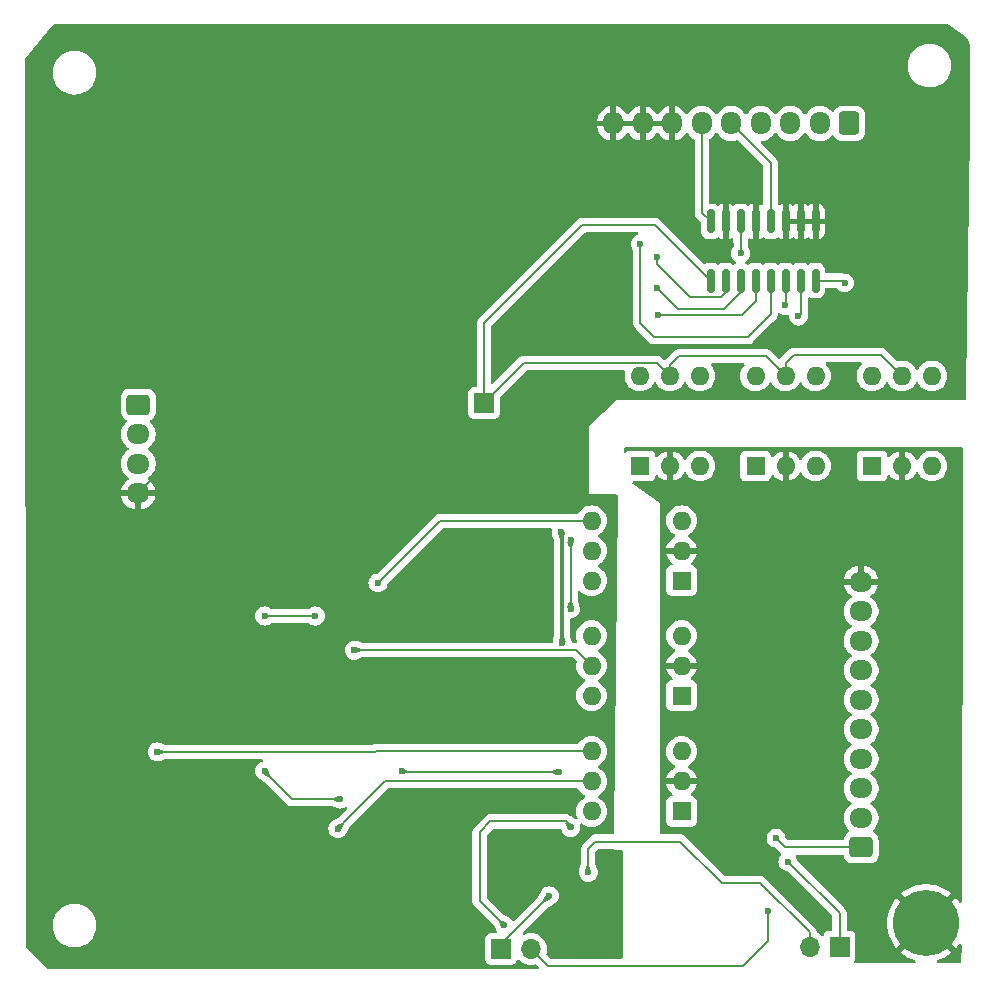
<source format=gbr>
%TF.GenerationSoftware,KiCad,Pcbnew,8.0.4*%
%TF.CreationDate,2024-12-25T17:02:42+05:30*%
%TF.ProjectId,BMS,424d532e-6b69-4636-9164-5f7063625858,rev?*%
%TF.SameCoordinates,Original*%
%TF.FileFunction,Copper,L2,Bot*%
%TF.FilePolarity,Positive*%
%FSLAX46Y46*%
G04 Gerber Fmt 4.6, Leading zero omitted, Abs format (unit mm)*
G04 Created by KiCad (PCBNEW 8.0.4) date 2024-12-25 17:02:42*
%MOMM*%
%LPD*%
G01*
G04 APERTURE LIST*
G04 Aperture macros list*
%AMRoundRect*
0 Rectangle with rounded corners*
0 $1 Rounding radius*
0 $2 $3 $4 $5 $6 $7 $8 $9 X,Y pos of 4 corners*
0 Add a 4 corners polygon primitive as box body*
4,1,4,$2,$3,$4,$5,$6,$7,$8,$9,$2,$3,0*
0 Add four circle primitives for the rounded corners*
1,1,$1+$1,$2,$3*
1,1,$1+$1,$4,$5*
1,1,$1+$1,$6,$7*
1,1,$1+$1,$8,$9*
0 Add four rect primitives between the rounded corners*
20,1,$1+$1,$2,$3,$4,$5,0*
20,1,$1+$1,$4,$5,$6,$7,0*
20,1,$1+$1,$6,$7,$8,$9,0*
20,1,$1+$1,$8,$9,$2,$3,0*%
G04 Aperture macros list end*
%TA.AperFunction,ComponentPad*%
%ADD10R,1.600000X1.600000*%
%TD*%
%TA.AperFunction,ComponentPad*%
%ADD11O,1.600000X1.600000*%
%TD*%
%TA.AperFunction,ComponentPad*%
%ADD12R,1.700000X1.700000*%
%TD*%
%TA.AperFunction,ComponentPad*%
%ADD13RoundRect,0.250000X-0.725000X0.600000X-0.725000X-0.600000X0.725000X-0.600000X0.725000X0.600000X0*%
%TD*%
%TA.AperFunction,ComponentPad*%
%ADD14O,1.950000X1.700000*%
%TD*%
%TA.AperFunction,ComponentPad*%
%ADD15C,5.600000*%
%TD*%
%TA.AperFunction,ComponentPad*%
%ADD16RoundRect,0.250000X0.725000X-0.600000X0.725000X0.600000X-0.725000X0.600000X-0.725000X-0.600000X0*%
%TD*%
%TA.AperFunction,ComponentPad*%
%ADD17RoundRect,0.250000X0.600000X0.725000X-0.600000X0.725000X-0.600000X-0.725000X0.600000X-0.725000X0*%
%TD*%
%TA.AperFunction,ComponentPad*%
%ADD18O,1.700000X1.950000*%
%TD*%
%TA.AperFunction,SMDPad,CuDef*%
%ADD19RoundRect,0.150000X-0.150000X0.850000X-0.150000X-0.850000X0.150000X-0.850000X0.150000X0.850000X0*%
%TD*%
%TA.AperFunction,ComponentPad*%
%ADD20O,1.700000X1.700000*%
%TD*%
%TA.AperFunction,ViaPad*%
%ADD21C,0.600000*%
%TD*%
%TA.AperFunction,Conductor*%
%ADD22C,0.200000*%
%TD*%
%TA.AperFunction,Conductor*%
%ADD23C,0.350000*%
%TD*%
G04 APERTURE END LIST*
D10*
%TO.P,U13,1*%
%TO.N,Net-(R47-Pad1)*%
X173575000Y-91400000D03*
D11*
%TO.P,U13,2*%
%TO.N,GND1*%
X176115000Y-91400000D03*
%TO.P,U13,3,NC*%
%TO.N,unconnected-(U13-NC-Pad3)*%
X178655000Y-91400000D03*
%TO.P,U13,4*%
%TO.N,Net-(U11-S1)*%
X178655000Y-83780000D03*
%TO.P,U13,5*%
%TO.N,+5V*%
X176115000Y-83780000D03*
%TO.P,U13,6*%
%TO.N,unconnected-(U13-Pad6)*%
X173575000Y-83780000D03*
%TD*%
D10*
%TO.P,U12,1*%
%TO.N,Net-(R46-Pad1)*%
X163775000Y-91400000D03*
D11*
%TO.P,U12,2*%
%TO.N,GND1*%
X166315000Y-91400000D03*
%TO.P,U12,3,NC*%
%TO.N,unconnected-(U12-NC-Pad3)*%
X168855000Y-91400000D03*
%TO.P,U12,4*%
%TO.N,Net-(U11-S0)*%
X168855000Y-83780000D03*
%TO.P,U12,5*%
%TO.N,+5V*%
X166315000Y-83780000D03*
%TO.P,U12,6*%
%TO.N,unconnected-(U12-Pad6)*%
X163775000Y-83780000D03*
%TD*%
D10*
%TO.P,U6,1*%
%TO.N,Net-(R11-Pad1)*%
X167300000Y-120640000D03*
D11*
%TO.P,U6,2*%
%TO.N,GND1*%
X167300000Y-118100000D03*
%TO.P,U6,3,NC*%
%TO.N,unconnected-(U6-NC-Pad3)*%
X167300000Y-115560000D03*
%TO.P,U6,4*%
%TO.N,Net-(R10-Pad2)*%
X159680000Y-115560000D03*
%TO.P,U6,5*%
%TO.N,B3+*%
X159680000Y-118100000D03*
%TO.P,U6,6*%
%TO.N,unconnected-(U6-Pad6)*%
X159680000Y-120640000D03*
%TD*%
D12*
%TO.P,J11,1,Pin_1*%
%TO.N,+5V*%
X150564200Y-86064200D03*
%TD*%
D13*
%TO.P,J1,1,Pin_1*%
%TO.N,B1+*%
X121300000Y-86200000D03*
D14*
%TO.P,J1,2,Pin_2*%
%TO.N,B2+*%
X121300000Y-88700000D03*
%TO.P,J1,3,Pin_3*%
%TO.N,B3+*%
X121300000Y-91200000D03*
%TO.P,J1,4,Pin_4*%
%TO.N,S2*%
X121300000Y-93700000D03*
%TD*%
D15*
%TO.P,H4,1,1*%
%TO.N,GND1*%
X188000000Y-130100000D03*
%TD*%
D10*
%TO.P,U14,1*%
%TO.N,Net-(R48-Pad1)*%
X183420000Y-91400000D03*
D11*
%TO.P,U14,2*%
%TO.N,GND1*%
X185960000Y-91400000D03*
%TO.P,U14,3,NC*%
%TO.N,unconnected-(U14-NC-Pad3)*%
X188500000Y-91400000D03*
%TO.P,U14,4*%
%TO.N,Net-(U11-S2)*%
X188500000Y-83780000D03*
%TO.P,U14,5*%
%TO.N,+5V*%
X185960000Y-83780000D03*
%TO.P,U14,6*%
%TO.N,unconnected-(U14-Pad6)*%
X183420000Y-83780000D03*
%TD*%
D16*
%TO.P,J2,1,Pin_1*%
%TO.N,+3.3V*%
X182500000Y-123700000D03*
D14*
%TO.P,J2,2,Pin_2*%
%TO.N,SDA*%
X182500000Y-121200000D03*
%TO.P,J2,3,Pin_3*%
%TO.N,SCL*%
X182500000Y-118700000D03*
%TO.P,J2,4,Pin_4*%
%TO.N,balance3*%
X182500000Y-116200000D03*
%TO.P,J2,5,Pin_5*%
%TO.N,balance2*%
X182500000Y-113700000D03*
%TO.P,J2,6,Pin_6*%
%TO.N,balance1*%
X182500000Y-111200000D03*
%TO.P,J2,7,Pin_7*%
%TO.N,Sel0*%
X182500000Y-108700000D03*
%TO.P,J2,8,Pin_8*%
%TO.N,Sel1*%
X182500000Y-106200000D03*
%TO.P,J2,9,Pin_9*%
%TO.N,Sel2*%
X182500000Y-103700000D03*
%TO.P,J2,10,Pin_10*%
%TO.N,GND1*%
X182500000Y-101200000D03*
%TD*%
D17*
%TO.P,J7,1,Pin_1*%
%TO.N,A0*%
X181500000Y-62400000D03*
D18*
%TO.P,J7,2,Pin_2*%
%TO.N,A1*%
X179000000Y-62400000D03*
%TO.P,J7,3,Pin_3*%
%TO.N,A2*%
X176500000Y-62400000D03*
%TO.P,J7,4,Pin_4*%
%TO.N,A3*%
X174000000Y-62400000D03*
%TO.P,J7,5,Pin_5*%
%TO.N,A5*%
X171500000Y-62400000D03*
%TO.P,J7,6,Pin_6*%
%TO.N,A4*%
X169000000Y-62400000D03*
%TO.P,J7,7,Pin_7*%
%TO.N,S2*%
X166500000Y-62400000D03*
%TO.P,J7,8,Pin_8*%
X164000000Y-62400000D03*
%TO.P,J7,9,Pin_9*%
X161500000Y-62400000D03*
%TD*%
D10*
%TO.P,U5,1*%
%TO.N,Net-(R19-Pad1)*%
X167300000Y-110840000D03*
D11*
%TO.P,U5,2*%
%TO.N,GND1*%
X167300000Y-108300000D03*
%TO.P,U5,3,NC*%
%TO.N,unconnected-(U5-NC-Pad3)*%
X167300000Y-105760000D03*
%TO.P,U5,4*%
%TO.N,Net-(R15-Pad2)*%
X159680000Y-105760000D03*
%TO.P,U5,5*%
%TO.N,B2+*%
X159680000Y-108300000D03*
%TO.P,U5,6*%
%TO.N,unconnected-(U5-Pad6)*%
X159680000Y-110840000D03*
%TD*%
D10*
%TO.P,U4,1*%
%TO.N,Net-(R20-Pad1)*%
X167300000Y-101115000D03*
D11*
%TO.P,U4,2*%
%TO.N,GND1*%
X167300000Y-98575000D03*
%TO.P,U4,3,NC*%
%TO.N,unconnected-(U4-NC-Pad3)*%
X167300000Y-96035000D03*
%TO.P,U4,4*%
%TO.N,Net-(R17-Pad2)*%
X159680000Y-96035000D03*
%TO.P,U4,5*%
%TO.N,B1+*%
X159680000Y-98575000D03*
%TO.P,U4,6*%
%TO.N,unconnected-(U4-Pad6)*%
X159680000Y-101115000D03*
%TD*%
D19*
%TO.P,U11,1,A4*%
%TO.N,A4*%
X169755000Y-70700000D03*
%TO.P,U11,2,A6*%
%TO.N,S2*%
X171025000Y-70700000D03*
%TO.P,U11,3,A*%
%TO.N,TempOut*%
X172295000Y-70700000D03*
%TO.P,U11,4,A7*%
%TO.N,S2*%
X173565000Y-70700000D03*
%TO.P,U11,5,A5*%
%TO.N,A5*%
X174835000Y-70700000D03*
%TO.P,U11,6,~{E}*%
%TO.N,S2*%
X176105000Y-70700000D03*
%TO.P,U11,7,VEE*%
X177375000Y-70700000D03*
%TO.P,U11,8,GND*%
X178645000Y-70700000D03*
%TO.P,U11,9,S2*%
%TO.N,Net-(U11-S2)*%
X178645000Y-75700000D03*
%TO.P,U11,10,S1*%
%TO.N,Net-(U11-S1)*%
X177375000Y-75700000D03*
%TO.P,U11,11,S0*%
%TO.N,Net-(U11-S0)*%
X176105000Y-75700000D03*
%TO.P,U11,12,A3*%
%TO.N,A3*%
X174835000Y-75700000D03*
%TO.P,U11,13,A0*%
%TO.N,A0*%
X173565000Y-75700000D03*
%TO.P,U11,14,A1*%
%TO.N,A1*%
X172295000Y-75700000D03*
%TO.P,U11,15,A2*%
%TO.N,A2*%
X171025000Y-75700000D03*
%TO.P,U11,16,VCC*%
%TO.N,+5V*%
X169755000Y-75700000D03*
%TD*%
D12*
%TO.P,J8,1,Pin_1*%
%TO.N,Net-(J8-Pin_1)*%
X152025000Y-132300000D03*
D20*
%TO.P,J8,2,Pin_2*%
%TO.N,SDA*%
X154565000Y-132300000D03*
%TD*%
D12*
%TO.P,J3,1,Pin_1*%
%TO.N,SCL*%
X180675000Y-132100000D03*
D20*
%TO.P,J3,2,Pin_2*%
%TO.N,Net-(J3-Pin_2)*%
X178135000Y-132100000D03*
%TD*%
D21*
%TO.N,+5V*%
X157200000Y-106400000D03*
X152300000Y-130300000D03*
X157900000Y-122000000D03*
X157100000Y-97000000D03*
%TO.N,+3.3V*%
X175300000Y-122900000D03*
%TO.N,B2+*%
X139600000Y-107000000D03*
%TO.N,B3+*%
X138200000Y-122100000D03*
%TO.N,SDA*%
X174600000Y-129100000D03*
%TO.N,SCL*%
X176300000Y-124900000D03*
%TO.N,Net-(J3-Pin_2)*%
X159400000Y-125800000D03*
%TO.N,A3*%
X163800000Y-72600000D03*
%TO.N,A1*%
X165200000Y-76300000D03*
%TO.N,A0*%
X165300000Y-78600000D03*
%TO.N,A2*%
X165200000Y-73700000D03*
%TO.N,Net-(J8-Pin_1)*%
X156100000Y-127800000D03*
%TO.N,Net-(Q2-G1)*%
X136300000Y-104100000D03*
X132000000Y-104100000D03*
%TO.N,Net-(Q3-G1)*%
X138400000Y-119600000D03*
X132000000Y-117200000D03*
%TO.N,Net-(R10-Pad2)*%
X122900000Y-115600000D03*
%TO.N,Net-(R15-Pad2)*%
X143600000Y-117200000D03*
X156900000Y-117300000D03*
%TO.N,Net-(R17-Pad2)*%
X141600000Y-101300000D03*
%TO.N,Net-(U11-S0)*%
X176100000Y-77800000D03*
%TO.N,Net-(U11-S1)*%
X177200000Y-78700000D03*
%TO.N,Net-(U11-S2)*%
X181100000Y-75900000D03*
%TO.N,TempOut*%
X172300000Y-73400000D03*
X157900000Y-103500000D03*
X157900000Y-97700000D03*
%TO.N,S2*%
X126800000Y-102200000D03*
X128000000Y-62440000D03*
X126800000Y-98100000D03*
X143400000Y-59750000D03*
X130500000Y-83400000D03*
X129000000Y-89800000D03*
X129134200Y-77554200D03*
X128000000Y-64200000D03*
X143400000Y-55800000D03*
X162800000Y-59900000D03*
X129000000Y-83400000D03*
X150800000Y-108600000D03*
X126800000Y-97100000D03*
X165300000Y-59900000D03*
X143400000Y-57775000D03*
X128000000Y-57160000D03*
X143400000Y-63700000D03*
X126800000Y-94900000D03*
X126800000Y-100700000D03*
X128000000Y-60680000D03*
X126800000Y-99300000D03*
X150800000Y-111400000D03*
X126800000Y-96000000D03*
X162600000Y-65000000D03*
X150800000Y-114400000D03*
X182000000Y-79600000D03*
X130300000Y-89800000D03*
X143400000Y-61725000D03*
X132464200Y-77514200D03*
X128000000Y-58920000D03*
X150800000Y-110100000D03*
X188300000Y-76700000D03*
X150800000Y-112800000D03*
X128000000Y-55400000D03*
%TD*%
D22*
%TO.N,+5V*%
X151100000Y-121500000D02*
X157500000Y-121500000D01*
X157500000Y-121500000D02*
X157800000Y-121800000D01*
X153948400Y-82680000D02*
X165215000Y-82680000D01*
X165215000Y-82680000D02*
X166315000Y-83780000D01*
X158900000Y-71000000D02*
X150564200Y-79335800D01*
X165055000Y-71000000D02*
X158900000Y-71000000D01*
D23*
X157200000Y-97100000D02*
X157100000Y-97000000D01*
D22*
X184180000Y-82000000D02*
X185960000Y-83780000D01*
X152300000Y-130300000D02*
X150200000Y-128200000D01*
X166315000Y-82885000D02*
X167100000Y-82100000D01*
X174435000Y-82100000D02*
X176115000Y-83780000D01*
X166315000Y-83780000D02*
X166315000Y-82885000D01*
D23*
X157200000Y-106400000D02*
X157200000Y-97100000D01*
D22*
X169755000Y-75700000D02*
X165055000Y-71000000D01*
X176800000Y-82000000D02*
X184180000Y-82000000D01*
X176115000Y-82685000D02*
X176800000Y-82000000D01*
X150564200Y-86064200D02*
X153948400Y-82680000D01*
X150564200Y-79335800D02*
X150564200Y-86064200D01*
X176115000Y-83780000D02*
X176115000Y-82685000D01*
X167100000Y-82100000D02*
X174435000Y-82100000D01*
X150200000Y-122400000D02*
X151100000Y-121500000D01*
X157800000Y-121800000D02*
X157800000Y-121900000D01*
X150200000Y-128200000D02*
X150200000Y-122400000D01*
X157800000Y-121900000D02*
X157900000Y-122000000D01*
%TO.N,+3.3V*%
X176100000Y-123700000D02*
X175300000Y-122900000D01*
X182500000Y-123700000D02*
X176100000Y-123700000D01*
%TO.N,B2+*%
X158380000Y-107000000D02*
X159680000Y-108300000D01*
X139600000Y-107000000D02*
X158380000Y-107000000D01*
%TO.N,B3+*%
X142200000Y-118100000D02*
X139000000Y-121300000D01*
X159680000Y-118100000D02*
X142200000Y-118100000D01*
X139000000Y-121300000D02*
X138200000Y-122100000D01*
%TO.N,SDA*%
X174600000Y-129100000D02*
X174600000Y-131600000D01*
X172500000Y-133700000D02*
X155965000Y-133700000D01*
X155965000Y-133700000D02*
X154565000Y-132300000D01*
X174600000Y-131600000D02*
X172500000Y-133700000D01*
%TO.N,SCL*%
X180675000Y-129275000D02*
X180675000Y-132100000D01*
X176300000Y-124900000D02*
X180675000Y-129275000D01*
%TO.N,Net-(J3-Pin_2)*%
X167200000Y-123200000D02*
X170700000Y-126700000D01*
X159400000Y-123800000D02*
X160000000Y-123200000D01*
X170700000Y-126700000D02*
X173937081Y-126700000D01*
X159400000Y-125800000D02*
X159400000Y-123800000D01*
X173937081Y-126700000D02*
X178135000Y-130897919D01*
X178135000Y-130897919D02*
X178135000Y-132100000D01*
X160000000Y-123200000D02*
X167200000Y-123200000D01*
%TO.N,A4*%
X169000000Y-62400000D02*
X169000000Y-69945000D01*
X169000000Y-69945000D02*
X169755000Y-70700000D01*
%TO.N,A3*%
X174835000Y-78565000D02*
X174600000Y-78800000D01*
X163800000Y-79300000D02*
X163800000Y-72600000D01*
X172900000Y-80500000D02*
X165000000Y-80500000D01*
X174835000Y-75700000D02*
X174835000Y-78565000D01*
X165000000Y-80500000D02*
X163800000Y-79300000D01*
X174600000Y-78800000D02*
X172900000Y-80500000D01*
%TO.N,A1*%
X172295000Y-76699999D02*
X172295000Y-75700000D01*
X165200000Y-76300000D02*
X167000000Y-78100000D01*
X170894999Y-78100000D02*
X172295000Y-76699999D01*
X167000000Y-78100000D02*
X170894999Y-78100000D01*
%TO.N,A5*%
X171500000Y-62400000D02*
X174835000Y-65735000D01*
X174835000Y-65735000D02*
X174835000Y-70700000D01*
%TO.N,A0*%
X165300000Y-78600000D02*
X172375552Y-78600000D01*
X172375552Y-78600000D02*
X173565000Y-77410552D01*
X173565000Y-77410552D02*
X173565000Y-75700000D01*
%TO.N,A2*%
X171025000Y-76699999D02*
X171025000Y-75700000D01*
X165200000Y-73700000D02*
X165200000Y-74300000D01*
X170624999Y-77100000D02*
X171025000Y-76699999D01*
X168000000Y-77100000D02*
X170624999Y-77100000D01*
X165200000Y-74300000D02*
X168000000Y-77100000D01*
%TO.N,Net-(J8-Pin_1)*%
X152025000Y-132300000D02*
X152025000Y-131875000D01*
X152025000Y-131875000D02*
X156100000Y-127800000D01*
%TO.N,Net-(Q2-G1)*%
X136300000Y-104100000D02*
X132000000Y-104100000D01*
%TO.N,Net-(Q3-G1)*%
X134300000Y-119600000D02*
X132000000Y-117300000D01*
X132000000Y-117200000D02*
X131900000Y-117200000D01*
X131900000Y-117200000D02*
X132000000Y-117300000D01*
X132000000Y-117300000D02*
X132000000Y-117200000D01*
X138400000Y-119600000D02*
X134300000Y-119600000D01*
%TO.N,Net-(R10-Pad2)*%
X159680000Y-115560000D02*
X122900000Y-115600000D01*
%TO.N,Net-(R15-Pad2)*%
X156900000Y-117300000D02*
X143700000Y-117300000D01*
X143700000Y-117300000D02*
X143600000Y-117200000D01*
X143600000Y-117200000D02*
X143500000Y-117200000D01*
%TO.N,Net-(R17-Pad2)*%
X141600000Y-101300000D02*
X146865000Y-96035000D01*
X146865000Y-96035000D02*
X159680000Y-96035000D01*
%TO.N,Net-(U11-S0)*%
X176105000Y-75700000D02*
X176105000Y-77795000D01*
X176105000Y-77795000D02*
X176100000Y-77800000D01*
%TO.N,Net-(U11-S1)*%
X177375000Y-75700000D02*
X177375000Y-78525000D01*
X177375000Y-78525000D02*
X177200000Y-78700000D01*
%TO.N,Net-(U11-S2)*%
X180900000Y-75700000D02*
X181100000Y-75900000D01*
X178645000Y-75700000D02*
X180900000Y-75700000D01*
%TO.N,TempOut*%
X157900000Y-97700000D02*
X157900000Y-103500000D01*
X172295000Y-70700000D02*
X172300000Y-73400000D01*
X172300000Y-73400000D02*
X172295000Y-73305000D01*
%TO.N,S2*%
X121300000Y-93700000D02*
X126900000Y-88100000D01*
X126900000Y-79200000D02*
X126900000Y-88100000D01*
X132464200Y-77514200D02*
X129174200Y-77514200D01*
X128545800Y-77554200D02*
X126900000Y-79200000D01*
X129174200Y-77514200D02*
X129134200Y-77554200D01*
X129134200Y-77554200D02*
X128545800Y-77554200D01*
%TD*%
%TA.AperFunction,Conductor*%
%TO.N,GND1*%
G36*
X191042755Y-89819685D02*
G01*
X191088510Y-89872489D01*
X191099715Y-89924282D01*
X191087226Y-95382265D01*
X191011993Y-128258403D01*
X190992155Y-128325397D01*
X190939246Y-128371031D01*
X190870065Y-128380816D01*
X190806576Y-128351646D01*
X190785359Y-128327706D01*
X190630966Y-128099993D01*
X190630964Y-128099991D01*
X190503556Y-127949996D01*
X189294251Y-129159301D01*
X189220412Y-129057670D01*
X189042330Y-128879588D01*
X188940698Y-128805748D01*
X190152742Y-127593704D01*
X190139504Y-127581163D01*
X189854632Y-127364611D01*
X189854629Y-127364609D01*
X189548009Y-127180123D01*
X189223260Y-127029877D01*
X189223255Y-127029876D01*
X188884144Y-126915616D01*
X188534660Y-126838688D01*
X188178924Y-126800000D01*
X187821075Y-126800000D01*
X187465339Y-126838688D01*
X187115855Y-126915616D01*
X186776744Y-127029876D01*
X186776739Y-127029877D01*
X186451990Y-127180123D01*
X186145370Y-127364609D01*
X186145367Y-127364611D01*
X185860486Y-127581170D01*
X185860485Y-127581171D01*
X185847257Y-127593702D01*
X185847256Y-127593703D01*
X187059301Y-128805748D01*
X186957670Y-128879588D01*
X186779588Y-129057670D01*
X186705748Y-129159301D01*
X185496442Y-127949995D01*
X185496441Y-127949996D01*
X185369033Y-128099992D01*
X185168218Y-128396172D01*
X185000606Y-128712322D01*
X185000597Y-128712340D01*
X184868149Y-129044760D01*
X184868147Y-129044767D01*
X184772421Y-129389542D01*
X184772415Y-129389568D01*
X184714527Y-129742668D01*
X184714526Y-129742685D01*
X184695153Y-130099997D01*
X184695153Y-130100002D01*
X184714526Y-130457314D01*
X184714527Y-130457331D01*
X184772415Y-130810431D01*
X184772420Y-130810454D01*
X184868147Y-131155232D01*
X184868149Y-131155239D01*
X185000597Y-131487659D01*
X185000606Y-131487677D01*
X185168218Y-131803827D01*
X185369024Y-132099994D01*
X185369035Y-132100008D01*
X185496441Y-132250002D01*
X185496442Y-132250002D01*
X186705747Y-131040697D01*
X186779588Y-131142330D01*
X186957670Y-131320412D01*
X187059300Y-131394251D01*
X185847257Y-132606294D01*
X185860495Y-132618836D01*
X186145367Y-132835388D01*
X186145370Y-132835390D01*
X186451990Y-133019876D01*
X186776739Y-133170122D01*
X186776744Y-133170123D01*
X187039008Y-133258491D01*
X187096253Y-133298551D01*
X187122753Y-133363200D01*
X187110093Y-133431914D01*
X187062294Y-133482875D01*
X186999415Y-133500000D01*
X181986197Y-133500000D01*
X181919158Y-133480315D01*
X181873403Y-133427511D01*
X181863459Y-133358353D01*
X181886931Y-133301689D01*
X181968793Y-133192335D01*
X181968792Y-133192335D01*
X181968796Y-133192331D01*
X182019091Y-133057483D01*
X182025500Y-132997873D01*
X182025499Y-131202128D01*
X182019091Y-131142517D01*
X182019021Y-131142330D01*
X181968797Y-131007671D01*
X181968793Y-131007664D01*
X181882547Y-130892455D01*
X181882544Y-130892452D01*
X181767335Y-130806206D01*
X181767328Y-130806202D01*
X181632482Y-130755908D01*
X181632483Y-130755908D01*
X181572883Y-130749501D01*
X181572881Y-130749500D01*
X181572873Y-130749500D01*
X181572865Y-130749500D01*
X181399500Y-130749500D01*
X181332461Y-130729815D01*
X181286706Y-130677011D01*
X181275500Y-130625500D01*
X181275500Y-129195945D01*
X181275500Y-129195943D01*
X181234577Y-129043216D01*
X181234573Y-129043209D01*
X181155524Y-128906290D01*
X181155521Y-128906286D01*
X181155520Y-128906284D01*
X181043716Y-128794480D01*
X181043715Y-128794479D01*
X181039385Y-128790149D01*
X181039374Y-128790139D01*
X177130700Y-124881465D01*
X177097215Y-124820142D01*
X177095163Y-124807686D01*
X177085368Y-124720745D01*
X177025789Y-124550478D01*
X176988085Y-124490472D01*
X176969085Y-124423235D01*
X176989453Y-124356400D01*
X177042721Y-124311186D01*
X177093079Y-124300500D01*
X180907465Y-124300500D01*
X180974504Y-124320185D01*
X181020259Y-124372989D01*
X181030823Y-124411898D01*
X181035001Y-124452797D01*
X181035001Y-124452799D01*
X181067369Y-124550478D01*
X181090186Y-124619334D01*
X181182288Y-124768656D01*
X181306344Y-124892712D01*
X181455666Y-124984814D01*
X181622203Y-125039999D01*
X181724991Y-125050500D01*
X183275008Y-125050499D01*
X183377797Y-125039999D01*
X183544334Y-124984814D01*
X183693656Y-124892712D01*
X183817712Y-124768656D01*
X183909814Y-124619334D01*
X183964999Y-124452797D01*
X183975500Y-124350009D01*
X183975499Y-123049992D01*
X183967145Y-122968216D01*
X183964999Y-122947203D01*
X183964998Y-122947200D01*
X183949356Y-122899996D01*
X183909814Y-122780666D01*
X183817712Y-122631344D01*
X183693656Y-122507288D01*
X183544334Y-122415186D01*
X183544333Y-122415185D01*
X183538878Y-122411821D01*
X183492154Y-122359873D01*
X183480931Y-122290910D01*
X183508775Y-122226828D01*
X183516272Y-122218623D01*
X183655104Y-122079792D01*
X183780051Y-121907816D01*
X183876557Y-121718412D01*
X183942246Y-121516243D01*
X183975500Y-121306287D01*
X183975500Y-121093713D01*
X183942246Y-120883757D01*
X183876557Y-120681588D01*
X183780051Y-120492184D01*
X183780049Y-120492181D01*
X183780048Y-120492179D01*
X183655109Y-120320213D01*
X183504792Y-120169896D01*
X183504784Y-120169890D01*
X183340204Y-120050316D01*
X183297540Y-119994989D01*
X183291561Y-119925376D01*
X183324166Y-119863580D01*
X183340199Y-119849686D01*
X183504792Y-119730104D01*
X183655104Y-119579792D01*
X183655106Y-119579788D01*
X183655109Y-119579786D01*
X183780048Y-119407820D01*
X183780047Y-119407820D01*
X183780051Y-119407816D01*
X183876557Y-119218412D01*
X183942246Y-119016243D01*
X183975500Y-118806287D01*
X183975500Y-118593713D01*
X183942246Y-118383757D01*
X183876557Y-118181588D01*
X183780051Y-117992184D01*
X183780049Y-117992181D01*
X183780048Y-117992179D01*
X183655109Y-117820213D01*
X183504792Y-117669896D01*
X183482463Y-117653673D01*
X183340204Y-117550316D01*
X183297540Y-117494989D01*
X183291561Y-117425376D01*
X183324166Y-117363580D01*
X183340199Y-117349686D01*
X183504792Y-117230104D01*
X183655104Y-117079792D01*
X183655106Y-117079788D01*
X183655109Y-117079786D01*
X183780048Y-116907820D01*
X183780047Y-116907820D01*
X183780051Y-116907816D01*
X183876557Y-116718412D01*
X183942246Y-116516243D01*
X183975500Y-116306287D01*
X183975500Y-116093713D01*
X183942246Y-115883757D01*
X183876557Y-115681588D01*
X183780051Y-115492184D01*
X183780049Y-115492181D01*
X183780048Y-115492179D01*
X183655109Y-115320213D01*
X183504792Y-115169896D01*
X183427184Y-115113511D01*
X183340204Y-115050316D01*
X183297540Y-114994989D01*
X183291561Y-114925376D01*
X183324166Y-114863580D01*
X183340199Y-114849686D01*
X183504792Y-114730104D01*
X183655104Y-114579792D01*
X183655106Y-114579788D01*
X183655109Y-114579786D01*
X183780048Y-114407820D01*
X183780047Y-114407820D01*
X183780051Y-114407816D01*
X183876557Y-114218412D01*
X183942246Y-114016243D01*
X183975500Y-113806287D01*
X183975500Y-113593713D01*
X183942246Y-113383757D01*
X183876557Y-113181588D01*
X183780051Y-112992184D01*
X183780049Y-112992181D01*
X183780048Y-112992179D01*
X183655109Y-112820213D01*
X183504792Y-112669896D01*
X183504784Y-112669890D01*
X183340204Y-112550316D01*
X183297540Y-112494989D01*
X183291561Y-112425376D01*
X183324166Y-112363580D01*
X183340199Y-112349686D01*
X183504792Y-112230104D01*
X183655104Y-112079792D01*
X183655106Y-112079788D01*
X183655109Y-112079786D01*
X183780048Y-111907820D01*
X183780047Y-111907820D01*
X183780051Y-111907816D01*
X183876557Y-111718412D01*
X183942246Y-111516243D01*
X183975500Y-111306287D01*
X183975500Y-111093713D01*
X183942246Y-110883757D01*
X183876557Y-110681588D01*
X183780051Y-110492184D01*
X183780049Y-110492181D01*
X183780048Y-110492179D01*
X183655109Y-110320213D01*
X183504792Y-110169896D01*
X183504784Y-110169890D01*
X183340204Y-110050316D01*
X183297540Y-109994989D01*
X183291561Y-109925376D01*
X183324166Y-109863580D01*
X183340199Y-109849686D01*
X183504792Y-109730104D01*
X183655104Y-109579792D01*
X183655106Y-109579788D01*
X183655109Y-109579786D01*
X183780048Y-109407820D01*
X183780047Y-109407820D01*
X183780051Y-109407816D01*
X183876557Y-109218412D01*
X183942246Y-109016243D01*
X183975500Y-108806287D01*
X183975500Y-108593713D01*
X183942246Y-108383757D01*
X183876557Y-108181588D01*
X183780051Y-107992184D01*
X183780049Y-107992181D01*
X183780048Y-107992179D01*
X183655109Y-107820213D01*
X183504792Y-107669896D01*
X183473990Y-107647517D01*
X183340204Y-107550316D01*
X183297540Y-107494989D01*
X183291561Y-107425376D01*
X183324166Y-107363580D01*
X183340199Y-107349686D01*
X183504792Y-107230104D01*
X183655104Y-107079792D01*
X183655106Y-107079788D01*
X183655109Y-107079786D01*
X183780048Y-106907820D01*
X183780047Y-106907820D01*
X183780051Y-106907816D01*
X183876557Y-106718412D01*
X183942246Y-106516243D01*
X183975500Y-106306287D01*
X183975500Y-106093713D01*
X183942246Y-105883757D01*
X183876557Y-105681588D01*
X183780051Y-105492184D01*
X183780049Y-105492181D01*
X183780048Y-105492179D01*
X183655109Y-105320213D01*
X183504792Y-105169896D01*
X183504784Y-105169890D01*
X183340204Y-105050316D01*
X183297540Y-104994989D01*
X183291561Y-104925376D01*
X183324166Y-104863580D01*
X183340199Y-104849686D01*
X183504792Y-104730104D01*
X183655104Y-104579792D01*
X183655106Y-104579788D01*
X183655109Y-104579786D01*
X183780048Y-104407820D01*
X183780047Y-104407820D01*
X183780051Y-104407816D01*
X183876557Y-104218412D01*
X183942246Y-104016243D01*
X183975500Y-103806287D01*
X183975500Y-103593713D01*
X183942246Y-103383757D01*
X183876557Y-103181588D01*
X183780051Y-102992184D01*
X183780049Y-102992181D01*
X183780048Y-102992179D01*
X183655109Y-102820213D01*
X183504790Y-102669894D01*
X183504785Y-102669890D01*
X183339781Y-102550008D01*
X183297115Y-102494678D01*
X183291136Y-102425065D01*
X183323741Y-102363270D01*
X183339781Y-102349371D01*
X183504466Y-102229721D01*
X183654723Y-102079464D01*
X183654727Y-102079459D01*
X183779620Y-101907557D01*
X183876095Y-101718217D01*
X183941757Y-101516129D01*
X183941757Y-101516126D01*
X183952231Y-101450000D01*
X182904146Y-101450000D01*
X182942630Y-101383343D01*
X182975000Y-101262535D01*
X182975000Y-101137465D01*
X182942630Y-101016657D01*
X182904146Y-100950000D01*
X183952231Y-100950000D01*
X183941757Y-100883873D01*
X183941757Y-100883870D01*
X183876095Y-100681782D01*
X183779620Y-100492442D01*
X183654727Y-100320540D01*
X183654723Y-100320535D01*
X183504464Y-100170276D01*
X183504459Y-100170272D01*
X183332557Y-100045379D01*
X183143217Y-99948904D01*
X182941128Y-99883242D01*
X182750000Y-99852969D01*
X182750000Y-100795854D01*
X182683343Y-100757370D01*
X182562535Y-100725000D01*
X182437465Y-100725000D01*
X182316657Y-100757370D01*
X182250000Y-100795854D01*
X182250000Y-99852969D01*
X182058872Y-99883242D01*
X182058869Y-99883242D01*
X181856782Y-99948904D01*
X181667442Y-100045379D01*
X181495540Y-100170272D01*
X181495535Y-100170276D01*
X181345276Y-100320535D01*
X181345272Y-100320540D01*
X181220379Y-100492442D01*
X181123904Y-100681782D01*
X181058242Y-100883870D01*
X181058242Y-100883873D01*
X181047769Y-100950000D01*
X182095854Y-100950000D01*
X182057370Y-101016657D01*
X182025000Y-101137465D01*
X182025000Y-101262535D01*
X182057370Y-101383343D01*
X182095854Y-101450000D01*
X181047769Y-101450000D01*
X181058242Y-101516126D01*
X181058242Y-101516129D01*
X181123904Y-101718217D01*
X181220379Y-101907557D01*
X181345272Y-102079459D01*
X181345276Y-102079464D01*
X181495535Y-102229723D01*
X181495540Y-102229727D01*
X181660218Y-102349372D01*
X181702884Y-102404701D01*
X181708863Y-102474315D01*
X181676258Y-102536110D01*
X181660218Y-102550008D01*
X181495214Y-102669890D01*
X181495209Y-102669894D01*
X181344890Y-102820213D01*
X181219951Y-102992179D01*
X181123444Y-103181585D01*
X181057753Y-103383760D01*
X181024500Y-103593713D01*
X181024500Y-103806286D01*
X181057753Y-104016239D01*
X181123444Y-104218414D01*
X181219951Y-104407820D01*
X181344890Y-104579786D01*
X181495209Y-104730105D01*
X181495214Y-104730109D01*
X181659793Y-104849682D01*
X181702459Y-104905011D01*
X181708438Y-104974625D01*
X181675833Y-105036420D01*
X181659793Y-105050318D01*
X181495214Y-105169890D01*
X181495209Y-105169894D01*
X181344890Y-105320213D01*
X181219951Y-105492179D01*
X181123444Y-105681585D01*
X181057753Y-105883760D01*
X181041450Y-105986697D01*
X181024500Y-106093713D01*
X181024500Y-106306287D01*
X181057754Y-106516243D01*
X181084689Y-106599141D01*
X181123444Y-106718414D01*
X181219951Y-106907820D01*
X181344890Y-107079786D01*
X181495209Y-107230105D01*
X181495214Y-107230109D01*
X181659793Y-107349682D01*
X181702459Y-107405011D01*
X181708438Y-107474625D01*
X181675833Y-107536420D01*
X181659793Y-107550318D01*
X181495214Y-107669890D01*
X181495209Y-107669894D01*
X181344890Y-107820213D01*
X181219951Y-107992179D01*
X181123444Y-108181585D01*
X181057753Y-108383760D01*
X181024500Y-108593713D01*
X181024500Y-108806286D01*
X181057753Y-109016239D01*
X181123444Y-109218414D01*
X181219951Y-109407820D01*
X181344890Y-109579786D01*
X181495209Y-109730105D01*
X181495214Y-109730109D01*
X181659793Y-109849682D01*
X181702459Y-109905011D01*
X181708438Y-109974625D01*
X181675833Y-110036420D01*
X181659793Y-110050318D01*
X181495214Y-110169890D01*
X181495209Y-110169894D01*
X181344890Y-110320213D01*
X181219951Y-110492179D01*
X181123444Y-110681585D01*
X181057753Y-110883760D01*
X181024500Y-111093713D01*
X181024500Y-111306287D01*
X181057754Y-111516243D01*
X181113523Y-111687883D01*
X181123444Y-111718414D01*
X181219951Y-111907820D01*
X181344890Y-112079786D01*
X181495209Y-112230105D01*
X181495214Y-112230109D01*
X181659793Y-112349682D01*
X181702459Y-112405011D01*
X181708438Y-112474625D01*
X181675833Y-112536420D01*
X181659793Y-112550318D01*
X181495214Y-112669890D01*
X181495209Y-112669894D01*
X181344890Y-112820213D01*
X181219951Y-112992179D01*
X181123444Y-113181585D01*
X181057753Y-113383760D01*
X181024500Y-113593713D01*
X181024500Y-113806286D01*
X181057753Y-114016239D01*
X181123444Y-114218414D01*
X181219951Y-114407820D01*
X181344890Y-114579786D01*
X181495209Y-114730105D01*
X181495214Y-114730109D01*
X181659793Y-114849682D01*
X181702459Y-114905011D01*
X181708438Y-114974625D01*
X181675833Y-115036420D01*
X181659793Y-115050318D01*
X181495214Y-115169890D01*
X181495209Y-115169894D01*
X181344890Y-115320213D01*
X181219951Y-115492179D01*
X181123444Y-115681585D01*
X181057753Y-115883760D01*
X181038315Y-116006488D01*
X181024500Y-116093713D01*
X181024500Y-116306287D01*
X181057754Y-116516243D01*
X181123274Y-116717893D01*
X181123444Y-116718414D01*
X181219951Y-116907820D01*
X181344890Y-117079786D01*
X181495209Y-117230105D01*
X181495214Y-117230109D01*
X181659793Y-117349682D01*
X181702459Y-117405011D01*
X181708438Y-117474625D01*
X181675833Y-117536420D01*
X181659793Y-117550318D01*
X181495214Y-117669890D01*
X181495209Y-117669894D01*
X181344890Y-117820213D01*
X181219951Y-117992179D01*
X181123444Y-118181585D01*
X181057753Y-118383760D01*
X181052001Y-118420080D01*
X181024500Y-118593713D01*
X181024500Y-118806287D01*
X181057754Y-119016243D01*
X181113594Y-119188101D01*
X181123444Y-119218414D01*
X181219951Y-119407820D01*
X181344890Y-119579786D01*
X181495209Y-119730105D01*
X181495214Y-119730109D01*
X181659793Y-119849682D01*
X181702459Y-119905011D01*
X181708438Y-119974625D01*
X181675833Y-120036420D01*
X181659793Y-120050318D01*
X181495214Y-120169890D01*
X181495209Y-120169894D01*
X181344890Y-120320213D01*
X181219951Y-120492179D01*
X181123444Y-120681585D01*
X181057753Y-120883760D01*
X181024500Y-121093713D01*
X181024500Y-121306286D01*
X181053260Y-121487873D01*
X181057754Y-121516243D01*
X181067904Y-121547482D01*
X181123444Y-121718414D01*
X181219951Y-121907820D01*
X181344890Y-122079786D01*
X181483705Y-122218601D01*
X181517190Y-122279924D01*
X181512206Y-122349616D01*
X181470334Y-122405549D01*
X181461121Y-122411821D01*
X181306342Y-122507289D01*
X181182289Y-122631342D01*
X181090187Y-122780663D01*
X181090186Y-122780666D01*
X181056785Y-122881465D01*
X181035001Y-122947204D01*
X181035000Y-122947205D01*
X181030823Y-122988102D01*
X181004427Y-123052793D01*
X180947247Y-123092945D01*
X180907465Y-123099500D01*
X176400097Y-123099500D01*
X176333058Y-123079815D01*
X176312416Y-123063181D01*
X176130700Y-122881465D01*
X176097215Y-122820142D01*
X176095163Y-122807686D01*
X176085368Y-122720745D01*
X176025789Y-122550478D01*
X175929816Y-122397738D01*
X175802262Y-122270184D01*
X175649523Y-122174211D01*
X175479254Y-122114631D01*
X175479249Y-122114630D01*
X175300004Y-122094435D01*
X175299996Y-122094435D01*
X175120750Y-122114630D01*
X175120745Y-122114631D01*
X174950476Y-122174211D01*
X174797737Y-122270184D01*
X174670184Y-122397737D01*
X174574211Y-122550476D01*
X174514631Y-122720745D01*
X174514630Y-122720750D01*
X174494435Y-122899996D01*
X174494435Y-122900003D01*
X174514630Y-123079249D01*
X174514631Y-123079254D01*
X174574211Y-123249523D01*
X174592769Y-123279057D01*
X174670184Y-123402262D01*
X174797738Y-123529816D01*
X174950478Y-123625789D01*
X175120745Y-123685368D01*
X175207669Y-123695161D01*
X175272080Y-123722226D01*
X175281465Y-123730700D01*
X175615139Y-124064374D01*
X175615149Y-124064385D01*
X175619479Y-124068715D01*
X175619480Y-124068716D01*
X175721662Y-124170898D01*
X175755146Y-124232219D01*
X175750162Y-124301911D01*
X175721663Y-124346258D01*
X175670183Y-124397739D01*
X175574211Y-124550476D01*
X175514631Y-124720745D01*
X175514630Y-124720750D01*
X175494435Y-124899996D01*
X175494435Y-124900003D01*
X175514630Y-125079249D01*
X175514631Y-125079254D01*
X175574211Y-125249523D01*
X175670184Y-125402262D01*
X175797738Y-125529816D01*
X175950478Y-125625789D01*
X176120745Y-125685368D01*
X176207669Y-125695161D01*
X176272080Y-125722226D01*
X176281465Y-125730700D01*
X180038181Y-129487416D01*
X180071666Y-129548739D01*
X180074500Y-129575097D01*
X180074500Y-130625500D01*
X180054815Y-130692539D01*
X180002011Y-130738294D01*
X179950501Y-130749500D01*
X179777130Y-130749500D01*
X179777123Y-130749501D01*
X179717516Y-130755908D01*
X179582671Y-130806202D01*
X179582664Y-130806206D01*
X179467455Y-130892452D01*
X179467452Y-130892455D01*
X179381206Y-131007664D01*
X179381203Y-131007669D01*
X179332189Y-131139083D01*
X179290317Y-131195016D01*
X179224853Y-131219433D01*
X179156580Y-131204581D01*
X179128326Y-131183430D01*
X179006402Y-131061506D01*
X179006395Y-131061501D01*
X178812831Y-130925965D01*
X178812827Y-130925963D01*
X178807087Y-130923286D01*
X178754652Y-130877110D01*
X178740002Y-130826468D01*
X178736562Y-130826922D01*
X178735501Y-130818864D01*
X178735501Y-130818862D01*
X178694577Y-130666134D01*
X178665639Y-130616014D01*
X178615520Y-130529203D01*
X178503716Y-130417399D01*
X178503715Y-130417398D01*
X178499385Y-130413068D01*
X178499374Y-130413058D01*
X174424671Y-126338355D01*
X174424669Y-126338352D01*
X174305798Y-126219481D01*
X174305797Y-126219480D01*
X174218985Y-126169360D01*
X174218985Y-126169359D01*
X174218981Y-126169358D01*
X174168866Y-126140423D01*
X174016138Y-126099499D01*
X173858024Y-126099499D01*
X173850428Y-126099499D01*
X173850412Y-126099500D01*
X171000097Y-126099500D01*
X170933058Y-126079815D01*
X170912416Y-126063181D01*
X167687590Y-122838355D01*
X167687588Y-122838352D01*
X167568717Y-122719481D01*
X167568709Y-122719475D01*
X167479923Y-122668215D01*
X167479922Y-122668215D01*
X167431785Y-122640423D01*
X167279057Y-122599499D01*
X167120943Y-122599499D01*
X167113347Y-122599499D01*
X167113331Y-122599500D01*
X165624000Y-122599500D01*
X165556961Y-122579815D01*
X165511206Y-122527011D01*
X165500000Y-122475500D01*
X165500000Y-115559998D01*
X165994532Y-115559998D01*
X165994532Y-115560001D01*
X166014364Y-115786686D01*
X166014366Y-115786697D01*
X166073258Y-116006488D01*
X166073261Y-116006497D01*
X166169431Y-116212732D01*
X166169432Y-116212734D01*
X166299954Y-116399141D01*
X166460858Y-116560045D01*
X166460861Y-116560047D01*
X166647266Y-116690568D01*
X166705865Y-116717893D01*
X166758305Y-116764065D01*
X166777457Y-116831258D01*
X166757242Y-116898139D01*
X166705867Y-116942657D01*
X166647515Y-116969867D01*
X166461179Y-117100342D01*
X166300342Y-117261179D01*
X166169865Y-117447517D01*
X166073734Y-117653673D01*
X166073730Y-117653682D01*
X166021127Y-117849999D01*
X166021128Y-117850000D01*
X166984314Y-117850000D01*
X166979920Y-117854394D01*
X166927259Y-117945606D01*
X166900000Y-118047339D01*
X166900000Y-118152661D01*
X166927259Y-118254394D01*
X166979920Y-118345606D01*
X166984314Y-118350000D01*
X166021128Y-118350000D01*
X166073730Y-118546317D01*
X166073734Y-118546326D01*
X166169865Y-118752482D01*
X166300342Y-118938820D01*
X166461182Y-119099660D01*
X166486219Y-119117191D01*
X166529844Y-119171768D01*
X166537038Y-119241266D01*
X166505515Y-119303621D01*
X166445285Y-119339035D01*
X166428352Y-119342055D01*
X166392519Y-119345907D01*
X166257671Y-119396202D01*
X166257664Y-119396206D01*
X166142455Y-119482452D01*
X166142452Y-119482455D01*
X166056206Y-119597664D01*
X166056202Y-119597671D01*
X166005908Y-119732517D01*
X165999501Y-119792116D01*
X165999501Y-119792123D01*
X165999500Y-119792135D01*
X165999500Y-121487870D01*
X165999501Y-121487876D01*
X166005908Y-121547483D01*
X166056202Y-121682328D01*
X166056206Y-121682335D01*
X166142452Y-121797544D01*
X166142455Y-121797547D01*
X166257664Y-121883793D01*
X166257671Y-121883797D01*
X166392517Y-121934091D01*
X166392516Y-121934091D01*
X166399444Y-121934835D01*
X166452127Y-121940500D01*
X168147872Y-121940499D01*
X168207483Y-121934091D01*
X168342331Y-121883796D01*
X168457546Y-121797546D01*
X168543796Y-121682331D01*
X168594091Y-121547483D01*
X168600500Y-121487873D01*
X168600499Y-119792128D01*
X168594091Y-119732517D01*
X168593191Y-119730105D01*
X168543797Y-119597671D01*
X168543793Y-119597664D01*
X168457547Y-119482455D01*
X168457544Y-119482452D01*
X168342335Y-119396206D01*
X168342328Y-119396202D01*
X168207486Y-119345910D01*
X168207485Y-119345909D01*
X168207483Y-119345909D01*
X168171643Y-119342055D01*
X168107096Y-119315319D01*
X168067248Y-119257926D01*
X168064754Y-119188101D01*
X168100406Y-119128012D01*
X168113780Y-119117191D01*
X168138819Y-119099658D01*
X168299657Y-118938820D01*
X168430134Y-118752482D01*
X168526265Y-118546326D01*
X168526269Y-118546317D01*
X168578872Y-118350000D01*
X167615686Y-118350000D01*
X167620080Y-118345606D01*
X167672741Y-118254394D01*
X167700000Y-118152661D01*
X167700000Y-118047339D01*
X167672741Y-117945606D01*
X167620080Y-117854394D01*
X167615686Y-117850000D01*
X168578872Y-117850000D01*
X168578872Y-117849999D01*
X168526269Y-117653682D01*
X168526265Y-117653673D01*
X168430134Y-117447517D01*
X168299657Y-117261179D01*
X168138820Y-117100342D01*
X167952482Y-116969865D01*
X167894133Y-116942657D01*
X167841694Y-116896484D01*
X167822542Y-116829291D01*
X167842758Y-116762410D01*
X167894129Y-116717895D01*
X167952734Y-116690568D01*
X168139139Y-116560047D01*
X168300047Y-116399139D01*
X168430568Y-116212734D01*
X168526739Y-116006496D01*
X168585635Y-115786692D01*
X168605468Y-115560000D01*
X168585635Y-115333308D01*
X168526739Y-115113504D01*
X168430568Y-114907266D01*
X168332839Y-114767693D01*
X168300045Y-114720858D01*
X168139141Y-114559954D01*
X167952734Y-114429432D01*
X167952732Y-114429431D01*
X167746497Y-114333261D01*
X167746488Y-114333258D01*
X167526697Y-114274366D01*
X167526693Y-114274365D01*
X167526692Y-114274365D01*
X167526691Y-114274364D01*
X167526686Y-114274364D01*
X167300002Y-114254532D01*
X167299998Y-114254532D01*
X167073313Y-114274364D01*
X167073302Y-114274366D01*
X166853511Y-114333258D01*
X166853502Y-114333261D01*
X166647267Y-114429431D01*
X166647265Y-114429432D01*
X166460858Y-114559954D01*
X166299954Y-114720858D01*
X166169432Y-114907265D01*
X166169431Y-114907267D01*
X166073261Y-115113502D01*
X166073258Y-115113511D01*
X166014366Y-115333302D01*
X166014364Y-115333313D01*
X165994532Y-115559998D01*
X165500000Y-115559998D01*
X165500000Y-105759998D01*
X165994532Y-105759998D01*
X165994532Y-105760001D01*
X166014364Y-105986686D01*
X166014366Y-105986697D01*
X166073258Y-106206488D01*
X166073261Y-106206497D01*
X166169431Y-106412732D01*
X166169432Y-106412734D01*
X166299954Y-106599141D01*
X166460858Y-106760045D01*
X166460861Y-106760047D01*
X166647266Y-106890568D01*
X166705865Y-106917893D01*
X166758305Y-106964065D01*
X166777457Y-107031258D01*
X166757242Y-107098139D01*
X166705867Y-107142657D01*
X166647515Y-107169867D01*
X166461179Y-107300342D01*
X166300342Y-107461179D01*
X166169865Y-107647517D01*
X166073734Y-107853673D01*
X166073730Y-107853682D01*
X166021127Y-108049999D01*
X166021128Y-108050000D01*
X166984314Y-108050000D01*
X166979920Y-108054394D01*
X166927259Y-108145606D01*
X166900000Y-108247339D01*
X166900000Y-108352661D01*
X166927259Y-108454394D01*
X166979920Y-108545606D01*
X166984314Y-108550000D01*
X166021128Y-108550000D01*
X166073730Y-108746317D01*
X166073734Y-108746326D01*
X166169865Y-108952482D01*
X166300342Y-109138820D01*
X166461182Y-109299660D01*
X166486219Y-109317191D01*
X166529844Y-109371768D01*
X166537038Y-109441266D01*
X166505515Y-109503621D01*
X166445285Y-109539035D01*
X166428352Y-109542055D01*
X166392519Y-109545907D01*
X166257671Y-109596202D01*
X166257664Y-109596206D01*
X166142455Y-109682452D01*
X166142452Y-109682455D01*
X166056206Y-109797664D01*
X166056202Y-109797671D01*
X166005908Y-109932517D01*
X165999501Y-109992116D01*
X165999501Y-109992123D01*
X165999500Y-109992135D01*
X165999500Y-111687870D01*
X165999501Y-111687876D01*
X166005908Y-111747483D01*
X166056202Y-111882328D01*
X166056206Y-111882335D01*
X166142452Y-111997544D01*
X166142455Y-111997547D01*
X166257664Y-112083793D01*
X166257671Y-112083797D01*
X166392517Y-112134091D01*
X166392516Y-112134091D01*
X166399444Y-112134835D01*
X166452127Y-112140500D01*
X168147872Y-112140499D01*
X168207483Y-112134091D01*
X168342331Y-112083796D01*
X168457546Y-111997546D01*
X168543796Y-111882331D01*
X168594091Y-111747483D01*
X168600500Y-111687873D01*
X168600499Y-109992128D01*
X168594091Y-109932517D01*
X168568379Y-109863580D01*
X168543797Y-109797671D01*
X168543793Y-109797664D01*
X168457547Y-109682455D01*
X168457544Y-109682452D01*
X168342335Y-109596206D01*
X168342328Y-109596202D01*
X168207486Y-109545910D01*
X168207485Y-109545909D01*
X168207483Y-109545909D01*
X168171643Y-109542055D01*
X168107096Y-109515319D01*
X168067248Y-109457926D01*
X168064754Y-109388101D01*
X168100406Y-109328012D01*
X168113780Y-109317191D01*
X168138819Y-109299658D01*
X168299657Y-109138820D01*
X168430134Y-108952482D01*
X168526265Y-108746326D01*
X168526269Y-108746317D01*
X168578872Y-108550000D01*
X167615686Y-108550000D01*
X167620080Y-108545606D01*
X167672741Y-108454394D01*
X167700000Y-108352661D01*
X167700000Y-108247339D01*
X167672741Y-108145606D01*
X167620080Y-108054394D01*
X167615686Y-108050000D01*
X168578872Y-108050000D01*
X168578872Y-108049999D01*
X168526269Y-107853682D01*
X168526265Y-107853673D01*
X168430134Y-107647517D01*
X168299657Y-107461179D01*
X168138820Y-107300342D01*
X167952482Y-107169865D01*
X167894133Y-107142657D01*
X167841694Y-107096484D01*
X167822542Y-107029291D01*
X167842758Y-106962410D01*
X167894129Y-106917895D01*
X167952734Y-106890568D01*
X168139139Y-106760047D01*
X168300047Y-106599139D01*
X168430568Y-106412734D01*
X168526739Y-106206496D01*
X168585635Y-105986692D01*
X168605468Y-105760000D01*
X168585635Y-105533308D01*
X168526739Y-105313504D01*
X168430568Y-105107266D01*
X168300047Y-104920861D01*
X168300045Y-104920858D01*
X168139141Y-104759954D01*
X167952734Y-104629432D01*
X167952732Y-104629431D01*
X167746497Y-104533261D01*
X167746488Y-104533258D01*
X167526697Y-104474366D01*
X167526693Y-104474365D01*
X167526692Y-104474365D01*
X167526691Y-104474364D01*
X167526686Y-104474364D01*
X167300002Y-104454532D01*
X167299998Y-104454532D01*
X167073313Y-104474364D01*
X167073302Y-104474366D01*
X166853511Y-104533258D01*
X166853502Y-104533261D01*
X166647267Y-104629431D01*
X166647265Y-104629432D01*
X166460858Y-104759954D01*
X166299954Y-104920858D01*
X166169432Y-105107265D01*
X166169431Y-105107267D01*
X166073261Y-105313502D01*
X166073258Y-105313511D01*
X166014366Y-105533302D01*
X166014364Y-105533313D01*
X165994532Y-105759998D01*
X165500000Y-105759998D01*
X165500000Y-96034998D01*
X165994532Y-96034998D01*
X165994532Y-96035001D01*
X166014364Y-96261686D01*
X166014366Y-96261697D01*
X166073258Y-96481488D01*
X166073261Y-96481497D01*
X166169431Y-96687732D01*
X166169432Y-96687734D01*
X166299954Y-96874141D01*
X166460858Y-97035045D01*
X166460861Y-97035047D01*
X166647266Y-97165568D01*
X166705865Y-97192893D01*
X166758305Y-97239065D01*
X166777457Y-97306258D01*
X166757242Y-97373139D01*
X166705867Y-97417657D01*
X166647515Y-97444867D01*
X166461179Y-97575342D01*
X166300342Y-97736179D01*
X166169865Y-97922517D01*
X166073734Y-98128673D01*
X166073730Y-98128682D01*
X166021127Y-98324999D01*
X166021128Y-98325000D01*
X166984314Y-98325000D01*
X166979920Y-98329394D01*
X166927259Y-98420606D01*
X166900000Y-98522339D01*
X166900000Y-98627661D01*
X166927259Y-98729394D01*
X166979920Y-98820606D01*
X166984314Y-98825000D01*
X166021128Y-98825000D01*
X166073730Y-99021317D01*
X166073734Y-99021326D01*
X166169865Y-99227482D01*
X166300342Y-99413820D01*
X166461182Y-99574660D01*
X166486219Y-99592191D01*
X166529844Y-99646768D01*
X166537038Y-99716266D01*
X166505515Y-99778621D01*
X166445285Y-99814035D01*
X166428352Y-99817055D01*
X166392519Y-99820907D01*
X166257671Y-99871202D01*
X166257664Y-99871206D01*
X166142455Y-99957452D01*
X166142452Y-99957455D01*
X166056206Y-100072664D01*
X166056202Y-100072671D01*
X166005908Y-100207517D01*
X165999501Y-100267116D01*
X165999501Y-100267123D01*
X165999500Y-100267135D01*
X165999500Y-101962870D01*
X165999501Y-101962876D01*
X166005908Y-102022483D01*
X166056202Y-102157328D01*
X166056206Y-102157335D01*
X166142452Y-102272544D01*
X166142455Y-102272547D01*
X166257664Y-102358793D01*
X166257671Y-102358797D01*
X166392517Y-102409091D01*
X166392516Y-102409091D01*
X166399444Y-102409835D01*
X166452127Y-102415500D01*
X168147872Y-102415499D01*
X168207483Y-102409091D01*
X168342331Y-102358796D01*
X168457546Y-102272546D01*
X168543796Y-102157331D01*
X168594091Y-102022483D01*
X168600500Y-101962873D01*
X168600499Y-100267128D01*
X168594091Y-100207517D01*
X168543796Y-100072669D01*
X168543795Y-100072668D01*
X168543793Y-100072664D01*
X168457547Y-99957455D01*
X168457544Y-99957452D01*
X168342335Y-99871206D01*
X168342328Y-99871202D01*
X168207486Y-99820910D01*
X168207485Y-99820909D01*
X168207483Y-99820909D01*
X168171643Y-99817055D01*
X168107096Y-99790319D01*
X168067248Y-99732926D01*
X168064754Y-99663101D01*
X168100406Y-99603012D01*
X168113780Y-99592191D01*
X168138819Y-99574658D01*
X168299657Y-99413820D01*
X168430134Y-99227482D01*
X168526265Y-99021326D01*
X168526269Y-99021317D01*
X168578872Y-98825000D01*
X167615686Y-98825000D01*
X167620080Y-98820606D01*
X167672741Y-98729394D01*
X167700000Y-98627661D01*
X167700000Y-98522339D01*
X167672741Y-98420606D01*
X167620080Y-98329394D01*
X167615686Y-98325000D01*
X168578872Y-98325000D01*
X168578872Y-98324999D01*
X168526269Y-98128682D01*
X168526265Y-98128673D01*
X168430134Y-97922517D01*
X168299657Y-97736179D01*
X168138820Y-97575342D01*
X167952482Y-97444865D01*
X167894133Y-97417657D01*
X167841694Y-97371484D01*
X167822542Y-97304291D01*
X167842758Y-97237410D01*
X167894129Y-97192895D01*
X167952734Y-97165568D01*
X168139139Y-97035047D01*
X168300047Y-96874139D01*
X168430568Y-96687734D01*
X168526739Y-96481496D01*
X168585635Y-96261692D01*
X168605468Y-96035000D01*
X168585635Y-95808308D01*
X168526739Y-95588504D01*
X168430568Y-95382266D01*
X168300047Y-95195861D01*
X168300045Y-95195858D01*
X168139141Y-95034954D01*
X167952734Y-94904432D01*
X167952732Y-94904431D01*
X167746497Y-94808261D01*
X167746488Y-94808258D01*
X167526697Y-94749366D01*
X167526693Y-94749365D01*
X167526692Y-94749365D01*
X167526691Y-94749364D01*
X167526686Y-94749364D01*
X167300002Y-94729532D01*
X167299998Y-94729532D01*
X167073313Y-94749364D01*
X167073302Y-94749366D01*
X166853511Y-94808258D01*
X166853502Y-94808261D01*
X166647267Y-94904431D01*
X166647265Y-94904432D01*
X166460858Y-95034954D01*
X166299954Y-95195858D01*
X166169432Y-95382265D01*
X166169431Y-95382267D01*
X166073261Y-95588502D01*
X166073258Y-95588511D01*
X166014366Y-95808302D01*
X166014364Y-95808313D01*
X165994532Y-96034998D01*
X165500000Y-96034998D01*
X165500000Y-94500000D01*
X163178191Y-92927161D01*
X163133728Y-92873265D01*
X163125461Y-92803886D01*
X163156016Y-92741051D01*
X163215692Y-92704711D01*
X163247729Y-92700499D01*
X164622872Y-92700499D01*
X164682483Y-92694091D01*
X164817331Y-92643796D01*
X164932546Y-92557546D01*
X165018796Y-92442331D01*
X165069091Y-92307483D01*
X165072944Y-92271644D01*
X165099679Y-92207098D01*
X165157070Y-92167248D01*
X165226895Y-92164753D01*
X165286985Y-92200404D01*
X165297806Y-92213777D01*
X165315341Y-92238819D01*
X165476179Y-92399657D01*
X165662517Y-92530134D01*
X165868673Y-92626265D01*
X165868682Y-92626269D01*
X166064999Y-92678872D01*
X166065000Y-92678871D01*
X166065000Y-91715686D01*
X166069394Y-91720080D01*
X166160606Y-91772741D01*
X166262339Y-91800000D01*
X166367661Y-91800000D01*
X166469394Y-91772741D01*
X166560606Y-91720080D01*
X166565000Y-91715686D01*
X166565000Y-92678872D01*
X166761317Y-92626269D01*
X166761326Y-92626265D01*
X166967482Y-92530134D01*
X167153820Y-92399657D01*
X167314657Y-92238820D01*
X167445132Y-92052484D01*
X167472341Y-91994134D01*
X167518513Y-91941695D01*
X167585707Y-91922542D01*
X167652588Y-91942757D01*
X167697106Y-91994133D01*
X167724431Y-92052732D01*
X167724432Y-92052734D01*
X167854954Y-92239141D01*
X168015858Y-92400045D01*
X168015861Y-92400047D01*
X168202266Y-92530568D01*
X168408504Y-92626739D01*
X168628308Y-92685635D01*
X168790230Y-92699801D01*
X168854998Y-92705468D01*
X168855000Y-92705468D01*
X168855002Y-92705468D01*
X168911807Y-92700498D01*
X169081692Y-92685635D01*
X169301496Y-92626739D01*
X169507734Y-92530568D01*
X169694139Y-92400047D01*
X169855047Y-92239139D01*
X169985568Y-92052734D01*
X170081739Y-91846496D01*
X170140635Y-91626692D01*
X170160468Y-91400000D01*
X170140635Y-91173308D01*
X170081739Y-90953504D01*
X169985568Y-90747266D01*
X169855047Y-90560861D01*
X169855045Y-90560858D01*
X169846322Y-90552135D01*
X172274500Y-90552135D01*
X172274500Y-92247870D01*
X172274501Y-92247876D01*
X172280908Y-92307483D01*
X172331202Y-92442328D01*
X172331206Y-92442335D01*
X172417452Y-92557544D01*
X172417455Y-92557547D01*
X172532664Y-92643793D01*
X172532671Y-92643797D01*
X172667517Y-92694091D01*
X172667516Y-92694091D01*
X172674444Y-92694835D01*
X172727127Y-92700500D01*
X174422872Y-92700499D01*
X174482483Y-92694091D01*
X174617331Y-92643796D01*
X174732546Y-92557546D01*
X174818796Y-92442331D01*
X174869091Y-92307483D01*
X174872944Y-92271644D01*
X174899679Y-92207098D01*
X174957070Y-92167248D01*
X175026895Y-92164753D01*
X175086985Y-92200404D01*
X175097806Y-92213777D01*
X175115341Y-92238819D01*
X175276179Y-92399657D01*
X175462517Y-92530134D01*
X175668673Y-92626265D01*
X175668682Y-92626269D01*
X175864999Y-92678872D01*
X175865000Y-92678871D01*
X175865000Y-91715686D01*
X175869394Y-91720080D01*
X175960606Y-91772741D01*
X176062339Y-91800000D01*
X176167661Y-91800000D01*
X176269394Y-91772741D01*
X176360606Y-91720080D01*
X176365000Y-91715686D01*
X176365000Y-92678872D01*
X176561317Y-92626269D01*
X176561326Y-92626265D01*
X176767482Y-92530134D01*
X176953820Y-92399657D01*
X177114657Y-92238820D01*
X177245132Y-92052484D01*
X177272341Y-91994134D01*
X177318513Y-91941695D01*
X177385707Y-91922542D01*
X177452588Y-91942757D01*
X177497106Y-91994133D01*
X177524431Y-92052732D01*
X177524432Y-92052734D01*
X177654954Y-92239141D01*
X177815858Y-92400045D01*
X177815861Y-92400047D01*
X178002266Y-92530568D01*
X178208504Y-92626739D01*
X178428308Y-92685635D01*
X178590230Y-92699801D01*
X178654998Y-92705468D01*
X178655000Y-92705468D01*
X178655002Y-92705468D01*
X178711807Y-92700498D01*
X178881692Y-92685635D01*
X179101496Y-92626739D01*
X179307734Y-92530568D01*
X179494139Y-92400047D01*
X179655047Y-92239139D01*
X179785568Y-92052734D01*
X179881739Y-91846496D01*
X179940635Y-91626692D01*
X179960468Y-91400000D01*
X179940635Y-91173308D01*
X179881739Y-90953504D01*
X179785568Y-90747266D01*
X179655047Y-90560861D01*
X179655045Y-90560858D01*
X179646322Y-90552135D01*
X182119500Y-90552135D01*
X182119500Y-92247870D01*
X182119501Y-92247876D01*
X182125908Y-92307483D01*
X182176202Y-92442328D01*
X182176206Y-92442335D01*
X182262452Y-92557544D01*
X182262455Y-92557547D01*
X182377664Y-92643793D01*
X182377671Y-92643797D01*
X182512517Y-92694091D01*
X182512516Y-92694091D01*
X182519444Y-92694835D01*
X182572127Y-92700500D01*
X184267872Y-92700499D01*
X184327483Y-92694091D01*
X184462331Y-92643796D01*
X184577546Y-92557546D01*
X184663796Y-92442331D01*
X184714091Y-92307483D01*
X184717944Y-92271644D01*
X184744679Y-92207098D01*
X184802070Y-92167248D01*
X184871895Y-92164753D01*
X184931985Y-92200404D01*
X184942806Y-92213777D01*
X184960341Y-92238819D01*
X185121179Y-92399657D01*
X185307517Y-92530134D01*
X185513673Y-92626265D01*
X185513682Y-92626269D01*
X185709999Y-92678872D01*
X185710000Y-92678871D01*
X185710000Y-91715686D01*
X185714394Y-91720080D01*
X185805606Y-91772741D01*
X185907339Y-91800000D01*
X186012661Y-91800000D01*
X186114394Y-91772741D01*
X186205606Y-91720080D01*
X186210000Y-91715686D01*
X186210000Y-92678872D01*
X186406317Y-92626269D01*
X186406326Y-92626265D01*
X186612482Y-92530134D01*
X186798820Y-92399657D01*
X186959657Y-92238820D01*
X187090132Y-92052484D01*
X187117341Y-91994134D01*
X187163513Y-91941695D01*
X187230707Y-91922542D01*
X187297588Y-91942757D01*
X187342106Y-91994133D01*
X187369431Y-92052732D01*
X187369432Y-92052734D01*
X187499954Y-92239141D01*
X187660858Y-92400045D01*
X187660861Y-92400047D01*
X187847266Y-92530568D01*
X188053504Y-92626739D01*
X188273308Y-92685635D01*
X188435230Y-92699801D01*
X188499998Y-92705468D01*
X188500000Y-92705468D01*
X188500002Y-92705468D01*
X188556807Y-92700498D01*
X188726692Y-92685635D01*
X188946496Y-92626739D01*
X189152734Y-92530568D01*
X189339139Y-92400047D01*
X189500047Y-92239139D01*
X189630568Y-92052734D01*
X189726739Y-91846496D01*
X189785635Y-91626692D01*
X189805468Y-91400000D01*
X189785635Y-91173308D01*
X189726739Y-90953504D01*
X189630568Y-90747266D01*
X189500047Y-90560861D01*
X189500045Y-90560858D01*
X189339141Y-90399954D01*
X189152734Y-90269432D01*
X189152732Y-90269431D01*
X188946497Y-90173261D01*
X188946488Y-90173258D01*
X188726697Y-90114366D01*
X188726693Y-90114365D01*
X188726692Y-90114365D01*
X188726691Y-90114364D01*
X188726686Y-90114364D01*
X188500002Y-90094532D01*
X188499998Y-90094532D01*
X188273313Y-90114364D01*
X188273302Y-90114366D01*
X188053511Y-90173258D01*
X188053502Y-90173261D01*
X187847267Y-90269431D01*
X187847265Y-90269432D01*
X187660858Y-90399954D01*
X187499954Y-90560858D01*
X187446614Y-90637037D01*
X187369432Y-90747266D01*
X187369315Y-90747518D01*
X187342106Y-90805867D01*
X187295933Y-90858306D01*
X187228739Y-90877457D01*
X187161858Y-90857241D01*
X187117342Y-90805865D01*
X187090135Y-90747520D01*
X187090134Y-90747518D01*
X186959657Y-90561179D01*
X186798820Y-90400342D01*
X186612482Y-90269865D01*
X186406328Y-90173734D01*
X186210000Y-90121127D01*
X186210000Y-91084314D01*
X186205606Y-91079920D01*
X186114394Y-91027259D01*
X186012661Y-91000000D01*
X185907339Y-91000000D01*
X185805606Y-91027259D01*
X185714394Y-91079920D01*
X185710000Y-91084314D01*
X185710000Y-90121127D01*
X185513671Y-90173734D01*
X185307517Y-90269865D01*
X185121179Y-90400342D01*
X184960339Y-90561182D01*
X184942806Y-90586222D01*
X184888229Y-90629845D01*
X184818730Y-90637037D01*
X184756376Y-90605513D01*
X184720963Y-90545283D01*
X184717943Y-90528349D01*
X184714091Y-90492516D01*
X184663797Y-90357671D01*
X184663793Y-90357664D01*
X184577547Y-90242455D01*
X184577544Y-90242452D01*
X184462335Y-90156206D01*
X184462328Y-90156202D01*
X184327482Y-90105908D01*
X184327483Y-90105908D01*
X184267883Y-90099501D01*
X184267881Y-90099500D01*
X184267873Y-90099500D01*
X184267864Y-90099500D01*
X182572129Y-90099500D01*
X182572123Y-90099501D01*
X182512516Y-90105908D01*
X182377671Y-90156202D01*
X182377664Y-90156206D01*
X182262455Y-90242452D01*
X182262452Y-90242455D01*
X182176206Y-90357664D01*
X182176202Y-90357671D01*
X182125908Y-90492517D01*
X182119501Y-90552116D01*
X182119500Y-90552135D01*
X179646322Y-90552135D01*
X179494141Y-90399954D01*
X179307734Y-90269432D01*
X179307732Y-90269431D01*
X179101497Y-90173261D01*
X179101488Y-90173258D01*
X178881697Y-90114366D01*
X178881693Y-90114365D01*
X178881692Y-90114365D01*
X178881691Y-90114364D01*
X178881686Y-90114364D01*
X178655002Y-90094532D01*
X178654998Y-90094532D01*
X178428313Y-90114364D01*
X178428302Y-90114366D01*
X178208511Y-90173258D01*
X178208502Y-90173261D01*
X178002267Y-90269431D01*
X178002265Y-90269432D01*
X177815858Y-90399954D01*
X177654954Y-90560858D01*
X177601614Y-90637037D01*
X177524432Y-90747266D01*
X177524315Y-90747518D01*
X177497106Y-90805867D01*
X177450933Y-90858306D01*
X177383739Y-90877457D01*
X177316858Y-90857241D01*
X177272342Y-90805865D01*
X177245135Y-90747520D01*
X177245134Y-90747518D01*
X177114657Y-90561179D01*
X176953820Y-90400342D01*
X176767482Y-90269865D01*
X176561328Y-90173734D01*
X176365000Y-90121127D01*
X176365000Y-91084314D01*
X176360606Y-91079920D01*
X176269394Y-91027259D01*
X176167661Y-91000000D01*
X176062339Y-91000000D01*
X175960606Y-91027259D01*
X175869394Y-91079920D01*
X175865000Y-91084314D01*
X175865000Y-90121127D01*
X175668671Y-90173734D01*
X175462517Y-90269865D01*
X175276179Y-90400342D01*
X175115339Y-90561182D01*
X175097806Y-90586222D01*
X175043229Y-90629845D01*
X174973730Y-90637037D01*
X174911376Y-90605513D01*
X174875963Y-90545283D01*
X174872943Y-90528349D01*
X174869091Y-90492516D01*
X174818797Y-90357671D01*
X174818793Y-90357664D01*
X174732547Y-90242455D01*
X174732544Y-90242452D01*
X174617335Y-90156206D01*
X174617328Y-90156202D01*
X174482482Y-90105908D01*
X174482483Y-90105908D01*
X174422883Y-90099501D01*
X174422881Y-90099500D01*
X174422873Y-90099500D01*
X174422864Y-90099500D01*
X172727129Y-90099500D01*
X172727123Y-90099501D01*
X172667516Y-90105908D01*
X172532671Y-90156202D01*
X172532664Y-90156206D01*
X172417455Y-90242452D01*
X172417452Y-90242455D01*
X172331206Y-90357664D01*
X172331202Y-90357671D01*
X172280908Y-90492517D01*
X172274501Y-90552116D01*
X172274500Y-90552135D01*
X169846322Y-90552135D01*
X169694141Y-90399954D01*
X169507734Y-90269432D01*
X169507732Y-90269431D01*
X169301497Y-90173261D01*
X169301488Y-90173258D01*
X169081697Y-90114366D01*
X169081693Y-90114365D01*
X169081692Y-90114365D01*
X169081691Y-90114364D01*
X169081686Y-90114364D01*
X168855002Y-90094532D01*
X168854998Y-90094532D01*
X168628313Y-90114364D01*
X168628302Y-90114366D01*
X168408511Y-90173258D01*
X168408502Y-90173261D01*
X168202267Y-90269431D01*
X168202265Y-90269432D01*
X168015858Y-90399954D01*
X167854954Y-90560858D01*
X167801614Y-90637037D01*
X167724432Y-90747266D01*
X167724315Y-90747518D01*
X167697106Y-90805867D01*
X167650933Y-90858306D01*
X167583739Y-90877457D01*
X167516858Y-90857241D01*
X167472342Y-90805865D01*
X167445135Y-90747520D01*
X167445134Y-90747518D01*
X167314657Y-90561179D01*
X167153820Y-90400342D01*
X166967482Y-90269865D01*
X166761328Y-90173734D01*
X166565000Y-90121127D01*
X166565000Y-91084314D01*
X166560606Y-91079920D01*
X166469394Y-91027259D01*
X166367661Y-91000000D01*
X166262339Y-91000000D01*
X166160606Y-91027259D01*
X166069394Y-91079920D01*
X166065000Y-91084314D01*
X166065000Y-90121127D01*
X165868671Y-90173734D01*
X165662517Y-90269865D01*
X165476179Y-90400342D01*
X165315339Y-90561182D01*
X165297806Y-90586222D01*
X165243229Y-90629845D01*
X165173730Y-90637037D01*
X165111376Y-90605513D01*
X165075963Y-90545283D01*
X165072943Y-90528349D01*
X165069091Y-90492516D01*
X165018797Y-90357671D01*
X165018793Y-90357664D01*
X164932547Y-90242455D01*
X164932544Y-90242452D01*
X164817335Y-90156206D01*
X164817328Y-90156202D01*
X164682482Y-90105908D01*
X164682483Y-90105908D01*
X164622883Y-90099501D01*
X164622881Y-90099500D01*
X164622873Y-90099500D01*
X164622864Y-90099500D01*
X162927129Y-90099500D01*
X162927123Y-90099501D01*
X162867516Y-90105908D01*
X162732671Y-90156202D01*
X162732664Y-90156206D01*
X162617455Y-90242452D01*
X162611681Y-90248227D01*
X162550358Y-90281712D01*
X162480666Y-90276728D01*
X162424733Y-90234856D01*
X162400316Y-90169392D01*
X162400000Y-90160546D01*
X162400000Y-89924000D01*
X162419685Y-89856961D01*
X162472489Y-89811206D01*
X162524000Y-89800000D01*
X190975716Y-89800000D01*
X191042755Y-89819685D01*
G37*
%TD.AperFunction*%
%TA.AperFunction,Conductor*%
G36*
X190503556Y-132250002D02*
G01*
X190630969Y-132100002D01*
X190776901Y-131884768D01*
X190830816Y-131840327D01*
X190900198Y-131832089D01*
X190963020Y-131862669D01*
X190999336Y-131922359D01*
X191003535Y-131954639D01*
X191000283Y-133376284D01*
X190980445Y-133443278D01*
X190927536Y-133488912D01*
X190876283Y-133500000D01*
X189000585Y-133500000D01*
X188933546Y-133480315D01*
X188887791Y-133427511D01*
X188877847Y-133358353D01*
X188906872Y-133294797D01*
X188960992Y-133258491D01*
X189223255Y-133170123D01*
X189223260Y-133170122D01*
X189548009Y-133019876D01*
X189854629Y-132835390D01*
X189854632Y-132835388D01*
X190139509Y-132618831D01*
X190152742Y-132606295D01*
X190152742Y-132606294D01*
X188940699Y-131394251D01*
X189042330Y-131320412D01*
X189220412Y-131142330D01*
X189294251Y-131040698D01*
X190503556Y-132250002D01*
G37*
%TD.AperFunction*%
%TD*%
%TA.AperFunction,Conductor*%
%TO.N,S2*%
G36*
X163557370Y-62216657D02*
G01*
X163525000Y-62337465D01*
X163525000Y-62462535D01*
X163557370Y-62583343D01*
X163595854Y-62650000D01*
X161904146Y-62650000D01*
X161942630Y-62583343D01*
X161975000Y-62462535D01*
X161975000Y-62337465D01*
X161942630Y-62216657D01*
X161904146Y-62150000D01*
X163595854Y-62150000D01*
X163557370Y-62216657D01*
G37*
%TD.AperFunction*%
%TA.AperFunction,Conductor*%
G36*
X166057370Y-62216657D02*
G01*
X166025000Y-62337465D01*
X166025000Y-62462535D01*
X166057370Y-62583343D01*
X166095854Y-62650000D01*
X164404146Y-62650000D01*
X164442630Y-62583343D01*
X164475000Y-62462535D01*
X164475000Y-62337465D01*
X164442630Y-62216657D01*
X164404146Y-62150000D01*
X166095854Y-62150000D01*
X166057370Y-62216657D01*
G37*
%TD.AperFunction*%
%TA.AperFunction,Conductor*%
G36*
X189704043Y-54000765D02*
G01*
X189890337Y-54012975D01*
X189955928Y-54036990D01*
X191010165Y-54816209D01*
X191506276Y-55182900D01*
X191548487Y-55238578D01*
X191549990Y-55242759D01*
X191628756Y-55474796D01*
X191632954Y-55490464D01*
X191680807Y-55731035D01*
X191682925Y-55747116D01*
X191699235Y-55995956D01*
X191699500Y-56004066D01*
X191699500Y-62886405D01*
X191699488Y-62888069D01*
X191401538Y-85085468D01*
X191400000Y-85200012D01*
X191400000Y-85676000D01*
X191380315Y-85743039D01*
X191327511Y-85788794D01*
X191276000Y-85800000D01*
X161800000Y-85800000D01*
X159500000Y-88000000D01*
X159500000Y-93800000D01*
X161774758Y-93800000D01*
X161841797Y-93819685D01*
X161887552Y-93872489D01*
X161898751Y-93925235D01*
X161614185Y-122476738D01*
X161593834Y-122543576D01*
X161540577Y-122588802D01*
X161490192Y-122599500D01*
X159920943Y-122599500D01*
X159768214Y-122640423D01*
X159735040Y-122659577D01*
X159735039Y-122659577D01*
X159631287Y-122719477D01*
X159631282Y-122719481D01*
X158919481Y-123431282D01*
X158919475Y-123431290D01*
X158872477Y-123512695D01*
X158872477Y-123512696D01*
X158840423Y-123568215D01*
X158799499Y-123720943D01*
X158799499Y-123720945D01*
X158799499Y-123889046D01*
X158799500Y-123889059D01*
X158799500Y-125074972D01*
X158791978Y-125117503D01*
X158651831Y-125501320D01*
X158638928Y-125541882D01*
X158638925Y-125541894D01*
X158638754Y-125543281D01*
X158632735Y-125569006D01*
X158614631Y-125620745D01*
X158614631Y-125620746D01*
X158594435Y-125799996D01*
X158594435Y-125800003D01*
X158614630Y-125979249D01*
X158614631Y-125979254D01*
X158674211Y-126149523D01*
X158770184Y-126302262D01*
X158897738Y-126429816D01*
X159050478Y-126525789D01*
X159220745Y-126585368D01*
X159220750Y-126585369D01*
X159399996Y-126605565D01*
X159400000Y-126605565D01*
X159400004Y-126605565D01*
X159579249Y-126585369D01*
X159579252Y-126585368D01*
X159579255Y-126585368D01*
X159749522Y-126525789D01*
X159902262Y-126429816D01*
X160029816Y-126302262D01*
X160125789Y-126149522D01*
X160185368Y-125979255D01*
X160205565Y-125800000D01*
X160192649Y-125685368D01*
X160185369Y-125620750D01*
X160185368Y-125620746D01*
X160185368Y-125620745D01*
X160157729Y-125541760D01*
X160153428Y-125526335D01*
X160148166Y-125501312D01*
X160008022Y-125117502D01*
X160000500Y-125074971D01*
X160000500Y-124100097D01*
X160020185Y-124033058D01*
X160036819Y-124012416D01*
X160212416Y-123836819D01*
X160273739Y-123803334D01*
X160300097Y-123800500D01*
X161475749Y-123800500D01*
X161542788Y-123820185D01*
X161588543Y-123872989D01*
X161592716Y-123892643D01*
X161600000Y-123900000D01*
X162176000Y-123900000D01*
X162243039Y-123919685D01*
X162288794Y-123972489D01*
X162300000Y-124024000D01*
X162300000Y-132975500D01*
X162280315Y-133042539D01*
X162227511Y-133088294D01*
X162176000Y-133099500D01*
X156265097Y-133099500D01*
X156198058Y-133079815D01*
X156177416Y-133063181D01*
X155897766Y-132783531D01*
X155864281Y-132722208D01*
X155865672Y-132663757D01*
X155877608Y-132619211D01*
X155900063Y-132535408D01*
X155920659Y-132300000D01*
X155900063Y-132064592D01*
X155838903Y-131836337D01*
X155739035Y-131622171D01*
X155669411Y-131522736D01*
X155603494Y-131428597D01*
X155436402Y-131261506D01*
X155436395Y-131261501D01*
X155242834Y-131125967D01*
X155242830Y-131125965D01*
X155230478Y-131120205D01*
X155028663Y-131026097D01*
X155028659Y-131026096D01*
X155028655Y-131026094D01*
X154800413Y-130964938D01*
X154800403Y-130964936D01*
X154565001Y-130944341D01*
X154564999Y-130944341D01*
X154329596Y-130964936D01*
X154329586Y-130964938D01*
X154101344Y-131026094D01*
X154101330Y-131026099D01*
X154030037Y-131059344D01*
X153960960Y-131069836D01*
X153897176Y-131041316D01*
X153858937Y-130982839D01*
X153858383Y-130912972D01*
X153889950Y-130859283D01*
X156011950Y-128737283D01*
X156047337Y-128712532D01*
X156417830Y-128540236D01*
X156430117Y-128533878D01*
X156446135Y-128526973D01*
X156449522Y-128525789D01*
X156602262Y-128429816D01*
X156729816Y-128302262D01*
X156825789Y-128149522D01*
X156885368Y-127979255D01*
X156897391Y-127872548D01*
X156905565Y-127800003D01*
X156905565Y-127799996D01*
X156885369Y-127620750D01*
X156885368Y-127620745D01*
X156825788Y-127450476D01*
X156729815Y-127297737D01*
X156602262Y-127170184D01*
X156449523Y-127074211D01*
X156279254Y-127014631D01*
X156279249Y-127014630D01*
X156100004Y-126994435D01*
X156099996Y-126994435D01*
X155920750Y-127014630D01*
X155920745Y-127014631D01*
X155750476Y-127074211D01*
X155597737Y-127170184D01*
X155470184Y-127297737D01*
X155428423Y-127364200D01*
X155374211Y-127450478D01*
X155374210Y-127450479D01*
X155374209Y-127450482D01*
X155371972Y-127456874D01*
X155361539Y-127478080D01*
X155361916Y-127478290D01*
X155359766Y-127482163D01*
X155187463Y-127852663D01*
X155162708Y-127888055D01*
X153164484Y-129886279D01*
X153103161Y-129919764D01*
X153033469Y-129914780D01*
X152977536Y-129872908D01*
X152971809Y-129864570D01*
X152929815Y-129797737D01*
X152802262Y-129670184D01*
X152649524Y-129574212D01*
X152649523Y-129574211D01*
X152649522Y-129574211D01*
X152643125Y-129571972D01*
X152621911Y-129561532D01*
X152621701Y-129561912D01*
X152617830Y-129559763D01*
X152247337Y-129387465D01*
X152211945Y-129362710D01*
X150836819Y-127987584D01*
X150803334Y-127926261D01*
X150800500Y-127899903D01*
X150800500Y-122700097D01*
X150820185Y-122633058D01*
X150836819Y-122612416D01*
X151312416Y-122136819D01*
X151373739Y-122103334D01*
X151400097Y-122100500D01*
X156997748Y-122100500D01*
X157064787Y-122120185D01*
X157110542Y-122172989D01*
X157116171Y-122187730D01*
X157136277Y-122252484D01*
X157143431Y-122273834D01*
X157143776Y-122274794D01*
X157161228Y-122313759D01*
X157165101Y-122323487D01*
X157174212Y-122349525D01*
X157233035Y-122443140D01*
X157270184Y-122502262D01*
X157397738Y-122629816D01*
X157488080Y-122686582D01*
X157542450Y-122720745D01*
X157550478Y-122725789D01*
X157720745Y-122785368D01*
X157720750Y-122785369D01*
X157899996Y-122805565D01*
X157900000Y-122805565D01*
X157900004Y-122805565D01*
X158079249Y-122785369D01*
X158079252Y-122785368D01*
X158079255Y-122785368D01*
X158249522Y-122725789D01*
X158402262Y-122629816D01*
X158529816Y-122502262D01*
X158625789Y-122349522D01*
X158685368Y-122179255D01*
X158685369Y-122179249D01*
X158705565Y-122000003D01*
X158705565Y-121999996D01*
X158685369Y-121820750D01*
X158685366Y-121820737D01*
X158678282Y-121800492D01*
X158674719Y-121730713D01*
X158709448Y-121670086D01*
X158771441Y-121637858D01*
X158841017Y-121644263D01*
X158866446Y-121657962D01*
X158901249Y-121682331D01*
X159027266Y-121770568D01*
X159233504Y-121866739D01*
X159453308Y-121925635D01*
X159615230Y-121939801D01*
X159679998Y-121945468D01*
X159680000Y-121945468D01*
X159680002Y-121945468D01*
X159736796Y-121940499D01*
X159906692Y-121925635D01*
X160126496Y-121866739D01*
X160332734Y-121770568D01*
X160519139Y-121640047D01*
X160680047Y-121479139D01*
X160810568Y-121292734D01*
X160906739Y-121086496D01*
X160965635Y-120866692D01*
X160985468Y-120640000D01*
X160965635Y-120413308D01*
X160906739Y-120193504D01*
X160810568Y-119987266D01*
X160680047Y-119800861D01*
X160680045Y-119800858D01*
X160519141Y-119639954D01*
X160332734Y-119509432D01*
X160332728Y-119509429D01*
X160305038Y-119496517D01*
X160274724Y-119482381D01*
X160222285Y-119436210D01*
X160203133Y-119369017D01*
X160223348Y-119302135D01*
X160274725Y-119257618D01*
X160332734Y-119230568D01*
X160519139Y-119100047D01*
X160680047Y-118939139D01*
X160810568Y-118752734D01*
X160906739Y-118546496D01*
X160965635Y-118326692D01*
X160985468Y-118100000D01*
X160965635Y-117873308D01*
X160906739Y-117653504D01*
X160810568Y-117447266D01*
X160680047Y-117260861D01*
X160680045Y-117260858D01*
X160519141Y-117099954D01*
X160332734Y-116969432D01*
X160332728Y-116969429D01*
X160292083Y-116950476D01*
X160274724Y-116942381D01*
X160222285Y-116896210D01*
X160203133Y-116829017D01*
X160223348Y-116762135D01*
X160274725Y-116717618D01*
X160332734Y-116690568D01*
X160519139Y-116560047D01*
X160680047Y-116399139D01*
X160810568Y-116212734D01*
X160906739Y-116006496D01*
X160965635Y-115786692D01*
X160985468Y-115560000D01*
X160965635Y-115333308D01*
X160906739Y-115113504D01*
X160810568Y-114907266D01*
X160680047Y-114720861D01*
X160680045Y-114720858D01*
X160519141Y-114559954D01*
X160332734Y-114429432D01*
X160332732Y-114429431D01*
X160126497Y-114333261D01*
X160126488Y-114333258D01*
X159906697Y-114274366D01*
X159906693Y-114274365D01*
X159906692Y-114274365D01*
X159906691Y-114274364D01*
X159906686Y-114274364D01*
X159680002Y-114254532D01*
X159679998Y-114254532D01*
X159453313Y-114274364D01*
X159453302Y-114274366D01*
X159233511Y-114333258D01*
X159233502Y-114333261D01*
X159027267Y-114429431D01*
X159027265Y-114429432D01*
X158840858Y-114559954D01*
X158679953Y-114720859D01*
X158548944Y-114907961D01*
X158494367Y-114951586D01*
X158447504Y-114960838D01*
X123624310Y-114998711D01*
X123581769Y-114991235D01*
X123198169Y-114851633D01*
X123195828Y-114850890D01*
X123157812Y-114838832D01*
X123157797Y-114838829D01*
X123156527Y-114838673D01*
X123130733Y-114832645D01*
X123079252Y-114814631D01*
X123079246Y-114814630D01*
X122900004Y-114794435D01*
X122899996Y-114794435D01*
X122720750Y-114814630D01*
X122720745Y-114814631D01*
X122550476Y-114874211D01*
X122397737Y-114970184D01*
X122270184Y-115097737D01*
X122174211Y-115250476D01*
X122114631Y-115420745D01*
X122114630Y-115420750D01*
X122094435Y-115599996D01*
X122094435Y-115600003D01*
X122114630Y-115779249D01*
X122114631Y-115779254D01*
X122174211Y-115949523D01*
X122264812Y-116093713D01*
X122270184Y-116102262D01*
X122397738Y-116229816D01*
X122450969Y-116263263D01*
X122540876Y-116319756D01*
X122550478Y-116325789D01*
X122699849Y-116378056D01*
X122720745Y-116385368D01*
X122720750Y-116385369D01*
X122899996Y-116405565D01*
X122900000Y-116405565D01*
X122900004Y-116405565D01*
X123079247Y-116385369D01*
X123079250Y-116385368D01*
X123079255Y-116385368D01*
X123158743Y-116357552D01*
X123174029Y-116353280D01*
X123199243Y-116347948D01*
X123583101Y-116207281D01*
X123625629Y-116199711D01*
X131730194Y-116190897D01*
X131797255Y-116210509D01*
X131843067Y-116263263D01*
X131853086Y-116332411D01*
X131824130Y-116395998D01*
X131771284Y-116431938D01*
X131650480Y-116474209D01*
X131497737Y-116570184D01*
X131370184Y-116697737D01*
X131274211Y-116850476D01*
X131214631Y-117020745D01*
X131214630Y-117020750D01*
X131194435Y-117199996D01*
X131194435Y-117200003D01*
X131214630Y-117379249D01*
X131214631Y-117379254D01*
X131274211Y-117549523D01*
X131349847Y-117669896D01*
X131370184Y-117702262D01*
X131497738Y-117829816D01*
X131611894Y-117901544D01*
X131619907Y-117907433D01*
X131620066Y-117907218D01*
X131623625Y-117909838D01*
X131623631Y-117909843D01*
X131983527Y-118137074D01*
X132005008Y-118154243D01*
X133815139Y-119964374D01*
X133815149Y-119964385D01*
X133819479Y-119968715D01*
X133819480Y-119968716D01*
X133931284Y-120080520D01*
X134018095Y-120130639D01*
X134018097Y-120130641D01*
X134068213Y-120159576D01*
X134068215Y-120159577D01*
X134220942Y-120200500D01*
X134220943Y-120200500D01*
X137674974Y-120200500D01*
X137717505Y-120208022D01*
X137967565Y-120299329D01*
X137967567Y-120299329D01*
X138101314Y-120348165D01*
X138141824Y-120361054D01*
X138143226Y-120361227D01*
X138168956Y-120367246D01*
X138220745Y-120385368D01*
X138220749Y-120385368D01*
X138220751Y-120385369D01*
X138399996Y-120405565D01*
X138400000Y-120405565D01*
X138400004Y-120405565D01*
X138579249Y-120385369D01*
X138579252Y-120385368D01*
X138579255Y-120385368D01*
X138749522Y-120325789D01*
X138827888Y-120276547D01*
X138895125Y-120257547D01*
X138961960Y-120277914D01*
X139007174Y-120331182D01*
X139016413Y-120400438D01*
X138986742Y-120463695D01*
X138981542Y-120469222D01*
X138631284Y-120819481D01*
X138288055Y-121162708D01*
X138252663Y-121187463D01*
X137882159Y-121359767D01*
X137869870Y-121366125D01*
X137853870Y-121373024D01*
X137850476Y-121374211D01*
X137697737Y-121470184D01*
X137570184Y-121597737D01*
X137474211Y-121750476D01*
X137414631Y-121920745D01*
X137414630Y-121920750D01*
X137394435Y-122099996D01*
X137394435Y-122100003D01*
X137414630Y-122279249D01*
X137414631Y-122279254D01*
X137474211Y-122449523D01*
X137568448Y-122599499D01*
X137570184Y-122602262D01*
X137697738Y-122729816D01*
X137850478Y-122825789D01*
X137866188Y-122831286D01*
X138020745Y-122885368D01*
X138020750Y-122885369D01*
X138199996Y-122905565D01*
X138200000Y-122905565D01*
X138200004Y-122905565D01*
X138379249Y-122885369D01*
X138379252Y-122885368D01*
X138379255Y-122885368D01*
X138549522Y-122825789D01*
X138702262Y-122729816D01*
X138829816Y-122602262D01*
X138925789Y-122449522D01*
X138928024Y-122443132D01*
X138938470Y-122421917D01*
X138938085Y-122421704D01*
X138940225Y-122417845D01*
X138940236Y-122417830D01*
X139112532Y-122047337D01*
X139137283Y-122011950D01*
X139480519Y-121668716D01*
X142412416Y-118736819D01*
X142473739Y-118703334D01*
X142500097Y-118700500D01*
X158448308Y-118700500D01*
X158515347Y-118720185D01*
X158549880Y-118753374D01*
X158618821Y-118851833D01*
X158679954Y-118939141D01*
X158840858Y-119100045D01*
X158840861Y-119100047D01*
X159027266Y-119230568D01*
X159069959Y-119250476D01*
X159085275Y-119257618D01*
X159137714Y-119303791D01*
X159156866Y-119370984D01*
X159136650Y-119437865D01*
X159085275Y-119482381D01*
X159068272Y-119490310D01*
X159027267Y-119509431D01*
X159027265Y-119509432D01*
X158840858Y-119639954D01*
X158679954Y-119800858D01*
X158549432Y-119987265D01*
X158549431Y-119987267D01*
X158453261Y-120193502D01*
X158453258Y-120193511D01*
X158394366Y-120413302D01*
X158394364Y-120413313D01*
X158374532Y-120639998D01*
X158374532Y-120640001D01*
X158394364Y-120866686D01*
X158394366Y-120866697D01*
X158453258Y-121086488D01*
X158453260Y-121086492D01*
X158453261Y-121086496D01*
X158474146Y-121131284D01*
X158483777Y-121151937D01*
X158494269Y-121221015D01*
X158465749Y-121284799D01*
X158407273Y-121323038D01*
X158337405Y-121323593D01*
X158305423Y-121309336D01*
X158288107Y-121298455D01*
X158280091Y-121292566D01*
X158279933Y-121292781D01*
X158276377Y-121290164D01*
X158276368Y-121290156D01*
X157916472Y-121062924D01*
X157894991Y-121045755D01*
X157868717Y-121019481D01*
X157868716Y-121019480D01*
X157781904Y-120969360D01*
X157781904Y-120969359D01*
X157781900Y-120969358D01*
X157731785Y-120940423D01*
X157579057Y-120899499D01*
X157420943Y-120899499D01*
X157413347Y-120899499D01*
X157413331Y-120899500D01*
X151179057Y-120899500D01*
X151020942Y-120899500D01*
X150868215Y-120940423D01*
X150868214Y-120940423D01*
X150868212Y-120940424D01*
X150868209Y-120940425D01*
X150818096Y-120969359D01*
X150818095Y-120969360D01*
X150774689Y-120994420D01*
X150731285Y-121019479D01*
X150731282Y-121019481D01*
X149719482Y-122031281D01*
X149719478Y-122031287D01*
X149671359Y-122114632D01*
X149640424Y-122168212D01*
X149640423Y-122168213D01*
X149623840Y-122230104D01*
X149599499Y-122320943D01*
X149599499Y-122320945D01*
X149599499Y-122489046D01*
X149599500Y-122489059D01*
X149599500Y-128113330D01*
X149599499Y-128113348D01*
X149599499Y-128279054D01*
X149599498Y-128279054D01*
X149639895Y-128429815D01*
X149640423Y-128431785D01*
X149662593Y-128470184D01*
X149703037Y-128540236D01*
X149719479Y-128568714D01*
X149719481Y-128568717D01*
X149838349Y-128687585D01*
X149838355Y-128687590D01*
X151362710Y-130211945D01*
X151387465Y-130247337D01*
X151559765Y-130617834D01*
X151566124Y-130630126D01*
X151573026Y-130646137D01*
X151574209Y-130649518D01*
X151574212Y-130649524D01*
X151643332Y-130759528D01*
X151662332Y-130826765D01*
X151641964Y-130893600D01*
X151588696Y-130938814D01*
X151538338Y-130949500D01*
X151127129Y-130949500D01*
X151127123Y-130949501D01*
X151067516Y-130955908D01*
X150932671Y-131006202D01*
X150932664Y-131006206D01*
X150817455Y-131092452D01*
X150817452Y-131092455D01*
X150731206Y-131207664D01*
X150731202Y-131207671D01*
X150680908Y-131342517D01*
X150674501Y-131402116D01*
X150674500Y-131402135D01*
X150674500Y-133197870D01*
X150674501Y-133197876D01*
X150680908Y-133257483D01*
X150731202Y-133392328D01*
X150731206Y-133392335D01*
X150817452Y-133507544D01*
X150817455Y-133507547D01*
X150932664Y-133593793D01*
X150932671Y-133593797D01*
X151067517Y-133644091D01*
X151067516Y-133644091D01*
X151074444Y-133644835D01*
X151127127Y-133650500D01*
X152922872Y-133650499D01*
X152982483Y-133644091D01*
X153117331Y-133593796D01*
X153232546Y-133507546D01*
X153318796Y-133392331D01*
X153367810Y-133260916D01*
X153409681Y-133204984D01*
X153475145Y-133180566D01*
X153543418Y-133195417D01*
X153571673Y-133216569D01*
X153693599Y-133338495D01*
X153772577Y-133393796D01*
X153887165Y-133474032D01*
X153887167Y-133474033D01*
X153887170Y-133474035D01*
X154101337Y-133573903D01*
X154329592Y-133635063D01*
X154506034Y-133650500D01*
X154564999Y-133655659D01*
X154565000Y-133655659D01*
X154565001Y-133655659D01*
X154623966Y-133650500D01*
X154800408Y-133635063D01*
X154928757Y-133600672D01*
X154998606Y-133602335D01*
X155048531Y-133632766D01*
X155203584Y-133787819D01*
X155237069Y-133849142D01*
X155232085Y-133918834D01*
X155190213Y-133974767D01*
X155124749Y-133999184D01*
X155115903Y-133999500D01*
X113750862Y-133999500D01*
X113683823Y-133979815D01*
X113663181Y-133963181D01*
X111836250Y-132136250D01*
X111802765Y-132074927D01*
X111799931Y-132048740D01*
X111797441Y-130178711D01*
X114049500Y-130178711D01*
X114049500Y-130421288D01*
X114081161Y-130661785D01*
X114143947Y-130896104D01*
X114225277Y-131092452D01*
X114236776Y-131120212D01*
X114358064Y-131330289D01*
X114358066Y-131330292D01*
X114358067Y-131330293D01*
X114505733Y-131522736D01*
X114505739Y-131522743D01*
X114677256Y-131694260D01*
X114677262Y-131694265D01*
X114869711Y-131841936D01*
X115079788Y-131963224D01*
X115303900Y-132056054D01*
X115538211Y-132118838D01*
X115670471Y-132136250D01*
X115778711Y-132150500D01*
X115778712Y-132150500D01*
X116021289Y-132150500D01*
X116069388Y-132144167D01*
X116261789Y-132118838D01*
X116496100Y-132056054D01*
X116720212Y-131963224D01*
X116930289Y-131841936D01*
X117122738Y-131694265D01*
X117294265Y-131522738D01*
X117441936Y-131330289D01*
X117563224Y-131120212D01*
X117656054Y-130896100D01*
X117718838Y-130661789D01*
X117750500Y-130421288D01*
X117750500Y-130178712D01*
X117718838Y-129938211D01*
X117656054Y-129703900D01*
X117563224Y-129479788D01*
X117441936Y-129269711D01*
X117381018Y-129190321D01*
X117294266Y-129077263D01*
X117294260Y-129077256D01*
X117122743Y-128905739D01*
X117122736Y-128905733D01*
X116930293Y-128758067D01*
X116930292Y-128758066D01*
X116930289Y-128758064D01*
X116720212Y-128636776D01*
X116720205Y-128636773D01*
X116496104Y-128543947D01*
X116261785Y-128481161D01*
X116021289Y-128449500D01*
X116021288Y-128449500D01*
X115778712Y-128449500D01*
X115778711Y-128449500D01*
X115538214Y-128481161D01*
X115303895Y-128543947D01*
X115079794Y-128636773D01*
X115079785Y-128636777D01*
X114869706Y-128758067D01*
X114677263Y-128905733D01*
X114677256Y-128905739D01*
X114505739Y-129077256D01*
X114505733Y-129077263D01*
X114358067Y-129269706D01*
X114236777Y-129479785D01*
X114236773Y-129479794D01*
X114143947Y-129703895D01*
X114081161Y-129938214D01*
X114049500Y-130178711D01*
X111797441Y-130178711D01*
X111766577Y-106999996D01*
X138794435Y-106999996D01*
X138794435Y-107000003D01*
X138814630Y-107179249D01*
X138814631Y-107179254D01*
X138874211Y-107349523D01*
X138944168Y-107460858D01*
X138970184Y-107502262D01*
X139097738Y-107629816D01*
X139250478Y-107725789D01*
X139334187Y-107755080D01*
X139420745Y-107785368D01*
X139420750Y-107785369D01*
X139599996Y-107805565D01*
X139600000Y-107805565D01*
X139600004Y-107805565D01*
X139779249Y-107785369D01*
X139779250Y-107785368D01*
X139779255Y-107785368D01*
X139858251Y-107757725D01*
X139873651Y-107753431D01*
X139898687Y-107748166D01*
X140282495Y-107608022D01*
X140325026Y-107600500D01*
X158079903Y-107600500D01*
X158146942Y-107620185D01*
X158167584Y-107636819D01*
X158388058Y-107857293D01*
X158421543Y-107918616D01*
X158420152Y-107977067D01*
X158394366Y-108073302D01*
X158394364Y-108073313D01*
X158374532Y-108299998D01*
X158374532Y-108300001D01*
X158394364Y-108526686D01*
X158394366Y-108526697D01*
X158453258Y-108746488D01*
X158453261Y-108746497D01*
X158549431Y-108952732D01*
X158549432Y-108952734D01*
X158679954Y-109139141D01*
X158840858Y-109300045D01*
X158840861Y-109300047D01*
X159027266Y-109430568D01*
X159085275Y-109457618D01*
X159137714Y-109503791D01*
X159156866Y-109570984D01*
X159136650Y-109637865D01*
X159085275Y-109682381D01*
X159068272Y-109690310D01*
X159027267Y-109709431D01*
X159027265Y-109709432D01*
X158840858Y-109839954D01*
X158679954Y-110000858D01*
X158549432Y-110187265D01*
X158549431Y-110187267D01*
X158453261Y-110393502D01*
X158453258Y-110393511D01*
X158394366Y-110613302D01*
X158394364Y-110613313D01*
X158374532Y-110839998D01*
X158374532Y-110840001D01*
X158394364Y-111066686D01*
X158394366Y-111066697D01*
X158453258Y-111286488D01*
X158453261Y-111286497D01*
X158549431Y-111492732D01*
X158549432Y-111492734D01*
X158679954Y-111679141D01*
X158840858Y-111840045D01*
X158840861Y-111840047D01*
X159027266Y-111970568D01*
X159233504Y-112066739D01*
X159453308Y-112125635D01*
X159615230Y-112139801D01*
X159679998Y-112145468D01*
X159680000Y-112145468D01*
X159680002Y-112145468D01*
X159736796Y-112140499D01*
X159906692Y-112125635D01*
X160126496Y-112066739D01*
X160332734Y-111970568D01*
X160519139Y-111840047D01*
X160680047Y-111679139D01*
X160810568Y-111492734D01*
X160906739Y-111286496D01*
X160965635Y-111066692D01*
X160985468Y-110840000D01*
X160965635Y-110613308D01*
X160906739Y-110393504D01*
X160810568Y-110187266D01*
X160680047Y-110000861D01*
X160680045Y-110000858D01*
X160519141Y-109839954D01*
X160332734Y-109709432D01*
X160332728Y-109709429D01*
X160305038Y-109696517D01*
X160274724Y-109682381D01*
X160222285Y-109636210D01*
X160203133Y-109569017D01*
X160223348Y-109502135D01*
X160274725Y-109457618D01*
X160332734Y-109430568D01*
X160519139Y-109300047D01*
X160680047Y-109139139D01*
X160810568Y-108952734D01*
X160906739Y-108746496D01*
X160965635Y-108526692D01*
X160985468Y-108300000D01*
X160965635Y-108073308D01*
X160906739Y-107853504D01*
X160810568Y-107647266D01*
X160680047Y-107460861D01*
X160680045Y-107460858D01*
X160519141Y-107299954D01*
X160332734Y-107169432D01*
X160332728Y-107169429D01*
X160274725Y-107142382D01*
X160222285Y-107096210D01*
X160203133Y-107029017D01*
X160223348Y-106962135D01*
X160274725Y-106917618D01*
X160332734Y-106890568D01*
X160519139Y-106760047D01*
X160680047Y-106599139D01*
X160810568Y-106412734D01*
X160906739Y-106206496D01*
X160965635Y-105986692D01*
X160985468Y-105760000D01*
X160982284Y-105723612D01*
X160965635Y-105533313D01*
X160965635Y-105533308D01*
X160906739Y-105313504D01*
X160810568Y-105107266D01*
X160680047Y-104920861D01*
X160680045Y-104920858D01*
X160519141Y-104759954D01*
X160332734Y-104629432D01*
X160332732Y-104629431D01*
X160126497Y-104533261D01*
X160126488Y-104533258D01*
X159906697Y-104474366D01*
X159906693Y-104474365D01*
X159906692Y-104474365D01*
X159906691Y-104474364D01*
X159906686Y-104474364D01*
X159680002Y-104454532D01*
X159679998Y-104454532D01*
X159453313Y-104474364D01*
X159453302Y-104474366D01*
X159233511Y-104533258D01*
X159233502Y-104533261D01*
X159027267Y-104629431D01*
X159027265Y-104629432D01*
X158840858Y-104759954D01*
X158679954Y-104920858D01*
X158549432Y-105107265D01*
X158549431Y-105107267D01*
X158453261Y-105313502D01*
X158453258Y-105313511D01*
X158394366Y-105533302D01*
X158394364Y-105533313D01*
X158374532Y-105759998D01*
X158374532Y-105760001D01*
X158394364Y-105986686D01*
X158394366Y-105986697D01*
X158453258Y-106206488D01*
X158453260Y-106206492D01*
X158453261Y-106206496D01*
X158459906Y-106220746D01*
X158461001Y-106223094D01*
X158471493Y-106292172D01*
X158442973Y-106355956D01*
X158384497Y-106394195D01*
X158348619Y-106399499D01*
X158293347Y-106399499D01*
X158293331Y-106399500D01*
X158116322Y-106399500D01*
X158049283Y-106379815D01*
X158003528Y-106327011D01*
X157993102Y-106289383D01*
X157985368Y-106220746D01*
X157983228Y-106214631D01*
X157974980Y-106191058D01*
X157970683Y-106175654D01*
X157878161Y-105736248D01*
X157875500Y-105710699D01*
X157875500Y-104419138D01*
X157895185Y-104352099D01*
X157947989Y-104306344D01*
X157985616Y-104295918D01*
X158027122Y-104291241D01*
X158079249Y-104285369D01*
X158079252Y-104285368D01*
X158079255Y-104285368D01*
X158249522Y-104225789D01*
X158402262Y-104129816D01*
X158529816Y-104002262D01*
X158625789Y-103849522D01*
X158685368Y-103679255D01*
X158694553Y-103597737D01*
X158705565Y-103500003D01*
X158705565Y-103499996D01*
X158685369Y-103320750D01*
X158685368Y-103320748D01*
X158685368Y-103320745D01*
X158657729Y-103241760D01*
X158653428Y-103226335D01*
X158648166Y-103201312D01*
X158508022Y-102817502D01*
X158500500Y-102774971D01*
X158500500Y-102074049D01*
X158520185Y-102007010D01*
X158572989Y-101961255D01*
X158642147Y-101951311D01*
X158705703Y-101980336D01*
X158712181Y-101986368D01*
X158840858Y-102115045D01*
X158840861Y-102115047D01*
X159027266Y-102245568D01*
X159233504Y-102341739D01*
X159453308Y-102400635D01*
X159615230Y-102414801D01*
X159679998Y-102420468D01*
X159680000Y-102420468D01*
X159680002Y-102420468D01*
X159736796Y-102415499D01*
X159906692Y-102400635D01*
X160126496Y-102341739D01*
X160332734Y-102245568D01*
X160519139Y-102115047D01*
X160680047Y-101954139D01*
X160810568Y-101767734D01*
X160906739Y-101561496D01*
X160965635Y-101341692D01*
X160985468Y-101115000D01*
X160965635Y-100888308D01*
X160906739Y-100668504D01*
X160810568Y-100462266D01*
X160711099Y-100320208D01*
X160680045Y-100275858D01*
X160519141Y-100114954D01*
X160332734Y-99984432D01*
X160332728Y-99984429D01*
X160305038Y-99971517D01*
X160274724Y-99957381D01*
X160222285Y-99911210D01*
X160203133Y-99844017D01*
X160223348Y-99777135D01*
X160274725Y-99732618D01*
X160332734Y-99705568D01*
X160519139Y-99575047D01*
X160680047Y-99414139D01*
X160810568Y-99227734D01*
X160906739Y-99021496D01*
X160965635Y-98801692D01*
X160985468Y-98575000D01*
X160965635Y-98348308D01*
X160906739Y-98128504D01*
X160810568Y-97922266D01*
X160680047Y-97735861D01*
X160680045Y-97735858D01*
X160519141Y-97574954D01*
X160332734Y-97444432D01*
X160332728Y-97444429D01*
X160274725Y-97417382D01*
X160222285Y-97371210D01*
X160203133Y-97304017D01*
X160223348Y-97237135D01*
X160274725Y-97192618D01*
X160332734Y-97165568D01*
X160519139Y-97035047D01*
X160680047Y-96874139D01*
X160810568Y-96687734D01*
X160906739Y-96481496D01*
X160965635Y-96261692D01*
X160985468Y-96035000D01*
X160965635Y-95808308D01*
X160906739Y-95588504D01*
X160810568Y-95382266D01*
X160680047Y-95195861D01*
X160680045Y-95195858D01*
X160519141Y-95034954D01*
X160332734Y-94904432D01*
X160332732Y-94904431D01*
X160126497Y-94808261D01*
X160126488Y-94808258D01*
X159906697Y-94749366D01*
X159906693Y-94749365D01*
X159906692Y-94749365D01*
X159906691Y-94749364D01*
X159906686Y-94749364D01*
X159680002Y-94729532D01*
X159679998Y-94729532D01*
X159453313Y-94749364D01*
X159453302Y-94749366D01*
X159233511Y-94808258D01*
X159233502Y-94808261D01*
X159027267Y-94904431D01*
X159027265Y-94904432D01*
X158840858Y-95034954D01*
X158679954Y-95195858D01*
X158603450Y-95305118D01*
X158549881Y-95381624D01*
X158495307Y-95425248D01*
X158448308Y-95434500D01*
X146785940Y-95434500D01*
X146745019Y-95445464D01*
X146745019Y-95445465D01*
X146707751Y-95455451D01*
X146633214Y-95475423D01*
X146633209Y-95475426D01*
X146496290Y-95554475D01*
X146496282Y-95554481D01*
X146384478Y-95666286D01*
X141581465Y-100469298D01*
X141520142Y-100502783D01*
X141507668Y-100504837D01*
X141420750Y-100514630D01*
X141250478Y-100574210D01*
X141097737Y-100670184D01*
X140970184Y-100797737D01*
X140874211Y-100950476D01*
X140814631Y-101120745D01*
X140814630Y-101120750D01*
X140794435Y-101299996D01*
X140794435Y-101300003D01*
X140814630Y-101479249D01*
X140814631Y-101479254D01*
X140874211Y-101649523D01*
X140970184Y-101802262D01*
X141097738Y-101929816D01*
X141150348Y-101962873D01*
X141245216Y-102022483D01*
X141250478Y-102025789D01*
X141388397Y-102074049D01*
X141420745Y-102085368D01*
X141420750Y-102085369D01*
X141599996Y-102105565D01*
X141600000Y-102105565D01*
X141600004Y-102105565D01*
X141779249Y-102085369D01*
X141779252Y-102085368D01*
X141779255Y-102085368D01*
X141949522Y-102025789D01*
X142102262Y-101929816D01*
X142229816Y-101802262D01*
X142325789Y-101649522D01*
X142385368Y-101479255D01*
X142395161Y-101392329D01*
X142422226Y-101327918D01*
X142430690Y-101318543D01*
X147077416Y-96671819D01*
X147138739Y-96638334D01*
X147165097Y-96635500D01*
X156204690Y-96635500D01*
X156271729Y-96655185D01*
X156317484Y-96707989D01*
X156327428Y-96777147D01*
X156321731Y-96800455D01*
X156314633Y-96820737D01*
X156314630Y-96820750D01*
X156294435Y-96999996D01*
X156294435Y-97000003D01*
X156314631Y-97179253D01*
X156314631Y-97179254D01*
X156353756Y-97291070D01*
X156356316Y-97299292D01*
X156363933Y-97327128D01*
X156514229Y-97673047D01*
X156524500Y-97722460D01*
X156524500Y-105710698D01*
X156521839Y-105736248D01*
X156430174Y-106171576D01*
X156429534Y-106174717D01*
X156425079Y-106190885D01*
X156414631Y-106220746D01*
X156406898Y-106289383D01*
X156379832Y-106353797D01*
X156322237Y-106393352D01*
X156283678Y-106399500D01*
X140325027Y-106399500D01*
X140282496Y-106391978D01*
X139898687Y-106251834D01*
X139887104Y-106248150D01*
X139858111Y-106238927D01*
X139858104Y-106238926D01*
X139858095Y-106238924D01*
X139856718Y-106238754D01*
X139830992Y-106232735D01*
X139779252Y-106214631D01*
X139600004Y-106194435D01*
X139599996Y-106194435D01*
X139420750Y-106214630D01*
X139420745Y-106214631D01*
X139250476Y-106274211D01*
X139097737Y-106370184D01*
X138970184Y-106497737D01*
X138874211Y-106650476D01*
X138814631Y-106820745D01*
X138814630Y-106820750D01*
X138794435Y-106999996D01*
X111766577Y-106999996D01*
X111762716Y-104099996D01*
X131194435Y-104099996D01*
X131194435Y-104100003D01*
X131214630Y-104279249D01*
X131214631Y-104279254D01*
X131274211Y-104449523D01*
X131356065Y-104579792D01*
X131370184Y-104602262D01*
X131497738Y-104729816D01*
X131650478Y-104825789D01*
X131734104Y-104855051D01*
X131820745Y-104885368D01*
X131820750Y-104885369D01*
X131999996Y-104905565D01*
X132000000Y-104905565D01*
X132000004Y-104905565D01*
X132179249Y-104885369D01*
X132179252Y-104885368D01*
X132179255Y-104885368D01*
X132349522Y-104825789D01*
X132502262Y-104729816D01*
X132502267Y-104729810D01*
X132505097Y-104727555D01*
X132507275Y-104726665D01*
X132508158Y-104726111D01*
X132508255Y-104726265D01*
X132569783Y-104701145D01*
X132582412Y-104700500D01*
X135717588Y-104700500D01*
X135784627Y-104720185D01*
X135794903Y-104727555D01*
X135797736Y-104729814D01*
X135797738Y-104729816D01*
X135950478Y-104825789D01*
X136034104Y-104855051D01*
X136120745Y-104885368D01*
X136120750Y-104885369D01*
X136299996Y-104905565D01*
X136300000Y-104905565D01*
X136300004Y-104905565D01*
X136479249Y-104885369D01*
X136479252Y-104885368D01*
X136479255Y-104885368D01*
X136649522Y-104825789D01*
X136802262Y-104729816D01*
X136929816Y-104602262D01*
X137025789Y-104449522D01*
X137085368Y-104279255D01*
X137091392Y-104225789D01*
X137105565Y-104100003D01*
X137105565Y-104099996D01*
X137085369Y-103920750D01*
X137085368Y-103920745D01*
X137025788Y-103750476D01*
X136929815Y-103597737D01*
X136802262Y-103470184D01*
X136649523Y-103374211D01*
X136479254Y-103314631D01*
X136479249Y-103314630D01*
X136300004Y-103294435D01*
X136299996Y-103294435D01*
X136120750Y-103314630D01*
X136120745Y-103314631D01*
X135950476Y-103374211D01*
X135797736Y-103470185D01*
X135794903Y-103472445D01*
X135792724Y-103473334D01*
X135791842Y-103473889D01*
X135791744Y-103473734D01*
X135730217Y-103498855D01*
X135717588Y-103499500D01*
X132582412Y-103499500D01*
X132515373Y-103479815D01*
X132505097Y-103472445D01*
X132502263Y-103470185D01*
X132502262Y-103470184D01*
X132445496Y-103434515D01*
X132349523Y-103374211D01*
X132179254Y-103314631D01*
X132179249Y-103314630D01*
X132000004Y-103294435D01*
X131999996Y-103294435D01*
X131820750Y-103314630D01*
X131820745Y-103314631D01*
X131650476Y-103374211D01*
X131497737Y-103470184D01*
X131370184Y-103597737D01*
X131274211Y-103750476D01*
X131214631Y-103920745D01*
X131214630Y-103920750D01*
X131194435Y-104099996D01*
X111762716Y-104099996D01*
X111738016Y-85549983D01*
X119824500Y-85549983D01*
X119824500Y-86850001D01*
X119824501Y-86850018D01*
X119835000Y-86952796D01*
X119835001Y-86952799D01*
X119890185Y-87119331D01*
X119890187Y-87119336D01*
X119982289Y-87268657D01*
X120106344Y-87392712D01*
X120261120Y-87488178D01*
X120307845Y-87540126D01*
X120319068Y-87609088D01*
X120291224Y-87673171D01*
X120283706Y-87681398D01*
X120144889Y-87820215D01*
X120019951Y-87992179D01*
X119923444Y-88181585D01*
X119857753Y-88383760D01*
X119824500Y-88593713D01*
X119824500Y-88806286D01*
X119857753Y-89016239D01*
X119923444Y-89218414D01*
X120019951Y-89407820D01*
X120144890Y-89579786D01*
X120295209Y-89730105D01*
X120295214Y-89730109D01*
X120459793Y-89849682D01*
X120502459Y-89905011D01*
X120508438Y-89974625D01*
X120475833Y-90036420D01*
X120459793Y-90050318D01*
X120295214Y-90169890D01*
X120295209Y-90169894D01*
X120144890Y-90320213D01*
X120019951Y-90492179D01*
X119923444Y-90681585D01*
X119857753Y-90883760D01*
X119824500Y-91093713D01*
X119824500Y-91306287D01*
X119857754Y-91516243D01*
X119912600Y-91685042D01*
X119923444Y-91718414D01*
X120019951Y-91907820D01*
X120144890Y-92079786D01*
X120295209Y-92230105D01*
X120295214Y-92230109D01*
X120460218Y-92349991D01*
X120502884Y-92405320D01*
X120508863Y-92474934D01*
X120476258Y-92536729D01*
X120460218Y-92550627D01*
X120295540Y-92670272D01*
X120295535Y-92670276D01*
X120145276Y-92820535D01*
X120145272Y-92820540D01*
X120020379Y-92992442D01*
X119923904Y-93181782D01*
X119858242Y-93383870D01*
X119858242Y-93383873D01*
X119847769Y-93450000D01*
X120895854Y-93450000D01*
X120857370Y-93516657D01*
X120825000Y-93637465D01*
X120825000Y-93762535D01*
X120857370Y-93883343D01*
X120895854Y-93950000D01*
X119847769Y-93950000D01*
X119858242Y-94016126D01*
X119858242Y-94016129D01*
X119923904Y-94218217D01*
X120020379Y-94407557D01*
X120145272Y-94579459D01*
X120145276Y-94579464D01*
X120295535Y-94729723D01*
X120295540Y-94729727D01*
X120467442Y-94854620D01*
X120656782Y-94951095D01*
X120858872Y-95016757D01*
X121050000Y-95047029D01*
X121050000Y-94104145D01*
X121116657Y-94142630D01*
X121237465Y-94175000D01*
X121362535Y-94175000D01*
X121483343Y-94142630D01*
X121550000Y-94104145D01*
X121550000Y-95047028D01*
X121741127Y-95016757D01*
X121943217Y-94951095D01*
X122132557Y-94854620D01*
X122304459Y-94729727D01*
X122304464Y-94729723D01*
X122454723Y-94579464D01*
X122454727Y-94579459D01*
X122579620Y-94407557D01*
X122676095Y-94218217D01*
X122741757Y-94016129D01*
X122741757Y-94016126D01*
X122752231Y-93950000D01*
X121704146Y-93950000D01*
X121742630Y-93883343D01*
X121775000Y-93762535D01*
X121775000Y-93637465D01*
X121742630Y-93516657D01*
X121704146Y-93450000D01*
X122752231Y-93450000D01*
X122741757Y-93383873D01*
X122741757Y-93383870D01*
X122676095Y-93181782D01*
X122579620Y-92992442D01*
X122454727Y-92820540D01*
X122454723Y-92820535D01*
X122304464Y-92670276D01*
X122304459Y-92670272D01*
X122139781Y-92550627D01*
X122097115Y-92495297D01*
X122091136Y-92425684D01*
X122123741Y-92363889D01*
X122139776Y-92349994D01*
X122304792Y-92230104D01*
X122455104Y-92079792D01*
X122455106Y-92079788D01*
X122455109Y-92079786D01*
X122580048Y-91907820D01*
X122580047Y-91907820D01*
X122580051Y-91907816D01*
X122676557Y-91718412D01*
X122742246Y-91516243D01*
X122775500Y-91306287D01*
X122775500Y-91093713D01*
X122742246Y-90883757D01*
X122676557Y-90681588D01*
X122580051Y-90492184D01*
X122580049Y-90492181D01*
X122580048Y-90492179D01*
X122455109Y-90320213D01*
X122304792Y-90169896D01*
X122285946Y-90156204D01*
X122140204Y-90050316D01*
X122097540Y-89994989D01*
X122091561Y-89925376D01*
X122124166Y-89863580D01*
X122140199Y-89849686D01*
X122304792Y-89730104D01*
X122455104Y-89579792D01*
X122455106Y-89579788D01*
X122455109Y-89579786D01*
X122580048Y-89407820D01*
X122580047Y-89407820D01*
X122580051Y-89407816D01*
X122676557Y-89218412D01*
X122742246Y-89016243D01*
X122775500Y-88806287D01*
X122775500Y-88593713D01*
X122742246Y-88383757D01*
X122676557Y-88181588D01*
X122580051Y-87992184D01*
X122580049Y-87992181D01*
X122580048Y-87992179D01*
X122455109Y-87820213D01*
X122316294Y-87681398D01*
X122282809Y-87620075D01*
X122287793Y-87550383D01*
X122329665Y-87494450D01*
X122338879Y-87488178D01*
X122344331Y-87484814D01*
X122344334Y-87484814D01*
X122493656Y-87392712D01*
X122617712Y-87268656D01*
X122709814Y-87119334D01*
X122764999Y-86952797D01*
X122775500Y-86850009D01*
X122775499Y-85549992D01*
X122764999Y-85447203D01*
X122709814Y-85280666D01*
X122639294Y-85166335D01*
X149213700Y-85166335D01*
X149213700Y-86962070D01*
X149213701Y-86962076D01*
X149220108Y-87021683D01*
X149270402Y-87156528D01*
X149270406Y-87156535D01*
X149356652Y-87271744D01*
X149356655Y-87271747D01*
X149471864Y-87357993D01*
X149471871Y-87357997D01*
X149606717Y-87408291D01*
X149606716Y-87408291D01*
X149613644Y-87409035D01*
X149666327Y-87414700D01*
X151462072Y-87414699D01*
X151521683Y-87408291D01*
X151656531Y-87357996D01*
X151771746Y-87271746D01*
X151857996Y-87156531D01*
X151908291Y-87021683D01*
X151914700Y-86962073D01*
X151914699Y-85614296D01*
X151934384Y-85547258D01*
X151951013Y-85526621D01*
X154160817Y-83316819D01*
X154222140Y-83283334D01*
X154248498Y-83280500D01*
X162400863Y-83280500D01*
X162467902Y-83300185D01*
X162513657Y-83352989D01*
X162523601Y-83422147D01*
X162520638Y-83436593D01*
X162489366Y-83553302D01*
X162489364Y-83553313D01*
X162469532Y-83779998D01*
X162469532Y-83780001D01*
X162489364Y-84006686D01*
X162489366Y-84006697D01*
X162548258Y-84226488D01*
X162548261Y-84226497D01*
X162644431Y-84432732D01*
X162644432Y-84432734D01*
X162774954Y-84619141D01*
X162935858Y-84780045D01*
X162935861Y-84780047D01*
X163122266Y-84910568D01*
X163328504Y-85006739D01*
X163328509Y-85006740D01*
X163328511Y-85006741D01*
X163381415Y-85020916D01*
X163548308Y-85065635D01*
X163710230Y-85079801D01*
X163774998Y-85085468D01*
X163775000Y-85085468D01*
X163775002Y-85085468D01*
X163831673Y-85080509D01*
X164001692Y-85065635D01*
X164221496Y-85006739D01*
X164427734Y-84910568D01*
X164614139Y-84780047D01*
X164775047Y-84619139D01*
X164905568Y-84432734D01*
X164932618Y-84374724D01*
X164978790Y-84322285D01*
X165045983Y-84303133D01*
X165112865Y-84323348D01*
X165157381Y-84374724D01*
X165170466Y-84402783D01*
X165184429Y-84432728D01*
X165184432Y-84432734D01*
X165314954Y-84619141D01*
X165475858Y-84780045D01*
X165475861Y-84780047D01*
X165662266Y-84910568D01*
X165868504Y-85006739D01*
X165868509Y-85006740D01*
X165868511Y-85006741D01*
X165921415Y-85020916D01*
X166088308Y-85065635D01*
X166250230Y-85079801D01*
X166314998Y-85085468D01*
X166315000Y-85085468D01*
X166315002Y-85085468D01*
X166371673Y-85080509D01*
X166541692Y-85065635D01*
X166761496Y-85006739D01*
X166967734Y-84910568D01*
X167154139Y-84780047D01*
X167315047Y-84619139D01*
X167445568Y-84432734D01*
X167472618Y-84374724D01*
X167518790Y-84322285D01*
X167585983Y-84303133D01*
X167652865Y-84323348D01*
X167697381Y-84374724D01*
X167710466Y-84402783D01*
X167724429Y-84432728D01*
X167724432Y-84432734D01*
X167854954Y-84619141D01*
X168015858Y-84780045D01*
X168015861Y-84780047D01*
X168202266Y-84910568D01*
X168408504Y-85006739D01*
X168408509Y-85006740D01*
X168408511Y-85006741D01*
X168461415Y-85020916D01*
X168628308Y-85065635D01*
X168790230Y-85079801D01*
X168854998Y-85085468D01*
X168855000Y-85085468D01*
X168855002Y-85085468D01*
X168911673Y-85080509D01*
X169081692Y-85065635D01*
X169301496Y-85006739D01*
X169507734Y-84910568D01*
X169694139Y-84780047D01*
X169855047Y-84619139D01*
X169985568Y-84432734D01*
X170081739Y-84226496D01*
X170140635Y-84006692D01*
X170160468Y-83780000D01*
X170140635Y-83553308D01*
X170081739Y-83333504D01*
X169985568Y-83127266D01*
X169855047Y-82940861D01*
X169855045Y-82940858D01*
X169826368Y-82912181D01*
X169792883Y-82850858D01*
X169797867Y-82781166D01*
X169839739Y-82725233D01*
X169905203Y-82700816D01*
X169914049Y-82700500D01*
X172515951Y-82700500D01*
X172582990Y-82720185D01*
X172628745Y-82772989D01*
X172638689Y-82842147D01*
X172609664Y-82905703D01*
X172603632Y-82912181D01*
X172574954Y-82940858D01*
X172444432Y-83127265D01*
X172444431Y-83127267D01*
X172348261Y-83333502D01*
X172348258Y-83333511D01*
X172289366Y-83553302D01*
X172289364Y-83553313D01*
X172269532Y-83779998D01*
X172269532Y-83780001D01*
X172289364Y-84006686D01*
X172289366Y-84006697D01*
X172348258Y-84226488D01*
X172348261Y-84226497D01*
X172444431Y-84432732D01*
X172444432Y-84432734D01*
X172574954Y-84619141D01*
X172735858Y-84780045D01*
X172735861Y-84780047D01*
X172922266Y-84910568D01*
X173128504Y-85006739D01*
X173128509Y-85006740D01*
X173128511Y-85006741D01*
X173181415Y-85020916D01*
X173348308Y-85065635D01*
X173510230Y-85079801D01*
X173574998Y-85085468D01*
X173575000Y-85085468D01*
X173575002Y-85085468D01*
X173631673Y-85080509D01*
X173801692Y-85065635D01*
X174021496Y-85006739D01*
X174227734Y-84910568D01*
X174414139Y-84780047D01*
X174575047Y-84619139D01*
X174705568Y-84432734D01*
X174732618Y-84374724D01*
X174778790Y-84322285D01*
X174845983Y-84303133D01*
X174912865Y-84323348D01*
X174957381Y-84374724D01*
X174970466Y-84402783D01*
X174984429Y-84432728D01*
X174984432Y-84432734D01*
X175114954Y-84619141D01*
X175275858Y-84780045D01*
X175275861Y-84780047D01*
X175462266Y-84910568D01*
X175668504Y-85006739D01*
X175668509Y-85006740D01*
X175668511Y-85006741D01*
X175721415Y-85020916D01*
X175888308Y-85065635D01*
X176050230Y-85079801D01*
X176114998Y-85085468D01*
X176115000Y-85085468D01*
X176115002Y-85085468D01*
X176171673Y-85080509D01*
X176341692Y-85065635D01*
X176561496Y-85006739D01*
X176767734Y-84910568D01*
X176954139Y-84780047D01*
X177115047Y-84619139D01*
X177245568Y-84432734D01*
X177272618Y-84374724D01*
X177318790Y-84322285D01*
X177385983Y-84303133D01*
X177452865Y-84323348D01*
X177497381Y-84374724D01*
X177510466Y-84402783D01*
X177524429Y-84432728D01*
X177524432Y-84432734D01*
X177654954Y-84619141D01*
X177815858Y-84780045D01*
X177815861Y-84780047D01*
X178002266Y-84910568D01*
X178208504Y-85006739D01*
X178208509Y-85006740D01*
X178208511Y-85006741D01*
X178261415Y-85020916D01*
X178428308Y-85065635D01*
X178590230Y-85079801D01*
X178654998Y-85085468D01*
X178655000Y-85085468D01*
X178655002Y-85085468D01*
X178711673Y-85080509D01*
X178881692Y-85065635D01*
X179101496Y-85006739D01*
X179307734Y-84910568D01*
X179494139Y-84780047D01*
X179655047Y-84619139D01*
X179785568Y-84432734D01*
X179881739Y-84226496D01*
X179940635Y-84006692D01*
X179960468Y-83780000D01*
X179940635Y-83553308D01*
X179881739Y-83333504D01*
X179785568Y-83127266D01*
X179655047Y-82940861D01*
X179655045Y-82940858D01*
X179526368Y-82812181D01*
X179492883Y-82750858D01*
X179497867Y-82681166D01*
X179539739Y-82625233D01*
X179605203Y-82600816D01*
X179614049Y-82600500D01*
X182460951Y-82600500D01*
X182527990Y-82620185D01*
X182573745Y-82672989D01*
X182583689Y-82742147D01*
X182554664Y-82805703D01*
X182548632Y-82812181D01*
X182419954Y-82940858D01*
X182289432Y-83127265D01*
X182289431Y-83127267D01*
X182193261Y-83333502D01*
X182193258Y-83333511D01*
X182134366Y-83553302D01*
X182134364Y-83553313D01*
X182114532Y-83779998D01*
X182114532Y-83780001D01*
X182134364Y-84006686D01*
X182134366Y-84006697D01*
X182193258Y-84226488D01*
X182193261Y-84226497D01*
X182289431Y-84432732D01*
X182289432Y-84432734D01*
X182419954Y-84619141D01*
X182580858Y-84780045D01*
X182580861Y-84780047D01*
X182767266Y-84910568D01*
X182973504Y-85006739D01*
X182973509Y-85006740D01*
X182973511Y-85006741D01*
X183026415Y-85020916D01*
X183193308Y-85065635D01*
X183355230Y-85079801D01*
X183419998Y-85085468D01*
X183420000Y-85085468D01*
X183420002Y-85085468D01*
X183476673Y-85080509D01*
X183646692Y-85065635D01*
X183866496Y-85006739D01*
X184072734Y-84910568D01*
X184259139Y-84780047D01*
X184420047Y-84619139D01*
X184550568Y-84432734D01*
X184577618Y-84374724D01*
X184623790Y-84322285D01*
X184690983Y-84303133D01*
X184757865Y-84323348D01*
X184802381Y-84374724D01*
X184815466Y-84402783D01*
X184829429Y-84432728D01*
X184829432Y-84432734D01*
X184959954Y-84619141D01*
X185120858Y-84780045D01*
X185120861Y-84780047D01*
X185307266Y-84910568D01*
X185513504Y-85006739D01*
X185513509Y-85006740D01*
X185513511Y-85006741D01*
X185566415Y-85020916D01*
X185733308Y-85065635D01*
X185895230Y-85079801D01*
X185959998Y-85085468D01*
X185960000Y-85085468D01*
X185960002Y-85085468D01*
X186016673Y-85080509D01*
X186186692Y-85065635D01*
X186406496Y-85006739D01*
X186612734Y-84910568D01*
X186799139Y-84780047D01*
X186960047Y-84619139D01*
X187090568Y-84432734D01*
X187117618Y-84374724D01*
X187163790Y-84322285D01*
X187230983Y-84303133D01*
X187297865Y-84323348D01*
X187342381Y-84374724D01*
X187355466Y-84402783D01*
X187369429Y-84432728D01*
X187369432Y-84432734D01*
X187499954Y-84619141D01*
X187660858Y-84780045D01*
X187660861Y-84780047D01*
X187847266Y-84910568D01*
X188053504Y-85006739D01*
X188053509Y-85006740D01*
X188053511Y-85006741D01*
X188106415Y-85020916D01*
X188273308Y-85065635D01*
X188435230Y-85079801D01*
X188499998Y-85085468D01*
X188500000Y-85085468D01*
X188500002Y-85085468D01*
X188556673Y-85080509D01*
X188726692Y-85065635D01*
X188946496Y-85006739D01*
X189152734Y-84910568D01*
X189339139Y-84780047D01*
X189500047Y-84619139D01*
X189630568Y-84432734D01*
X189726739Y-84226496D01*
X189785635Y-84006692D01*
X189805468Y-83780000D01*
X189785635Y-83553308D01*
X189726739Y-83333504D01*
X189630568Y-83127266D01*
X189500047Y-82940861D01*
X189500045Y-82940858D01*
X189339141Y-82779954D01*
X189152734Y-82649432D01*
X189152732Y-82649431D01*
X188946497Y-82553261D01*
X188946488Y-82553258D01*
X188726697Y-82494366D01*
X188726693Y-82494365D01*
X188726692Y-82494365D01*
X188726691Y-82494364D01*
X188726686Y-82494364D01*
X188500002Y-82474532D01*
X188499998Y-82474532D01*
X188273313Y-82494364D01*
X188273302Y-82494366D01*
X188053511Y-82553258D01*
X188053502Y-82553261D01*
X187847267Y-82649431D01*
X187847265Y-82649432D01*
X187660858Y-82779954D01*
X187499954Y-82940858D01*
X187369432Y-83127265D01*
X187369431Y-83127267D01*
X187342382Y-83185275D01*
X187296209Y-83237714D01*
X187229016Y-83256866D01*
X187162135Y-83236650D01*
X187117618Y-83185275D01*
X187090568Y-83127267D01*
X187090567Y-83127265D01*
X186960045Y-82940858D01*
X186799141Y-82779954D01*
X186612734Y-82649432D01*
X186612732Y-82649431D01*
X186406497Y-82553261D01*
X186406488Y-82553258D01*
X186186697Y-82494366D01*
X186186693Y-82494365D01*
X186186692Y-82494365D01*
X186186691Y-82494364D01*
X186186686Y-82494364D01*
X185960002Y-82474532D01*
X185959998Y-82474532D01*
X185733313Y-82494364D01*
X185733302Y-82494366D01*
X185637067Y-82520152D01*
X185567217Y-82518489D01*
X185517293Y-82488058D01*
X184667590Y-81638355D01*
X184667588Y-81638352D01*
X184548717Y-81519481D01*
X184548716Y-81519480D01*
X184461904Y-81469360D01*
X184461904Y-81469359D01*
X184461900Y-81469358D01*
X184411785Y-81440423D01*
X184259057Y-81399499D01*
X184100943Y-81399499D01*
X184093347Y-81399499D01*
X184093331Y-81399500D01*
X176879057Y-81399500D01*
X176720942Y-81399500D01*
X176568215Y-81440423D01*
X176568214Y-81440423D01*
X176568212Y-81440424D01*
X176568209Y-81440425D01*
X176518096Y-81469359D01*
X176518095Y-81469360D01*
X176474689Y-81494420D01*
X176431285Y-81519479D01*
X176431282Y-81519481D01*
X175746284Y-82204480D01*
X175746283Y-82204481D01*
X175655179Y-82295583D01*
X175593856Y-82329068D01*
X175524164Y-82324082D01*
X175479818Y-82295582D01*
X174922590Y-81738355D01*
X174922588Y-81738352D01*
X174803717Y-81619481D01*
X174803716Y-81619480D01*
X174716904Y-81569360D01*
X174716904Y-81569359D01*
X174716900Y-81569358D01*
X174666785Y-81540423D01*
X174514057Y-81499499D01*
X174355943Y-81499499D01*
X174348347Y-81499499D01*
X174348331Y-81499500D01*
X167186670Y-81499500D01*
X167186654Y-81499499D01*
X167179058Y-81499499D01*
X167020943Y-81499499D01*
X166946378Y-81519479D01*
X166868214Y-81540423D01*
X166868209Y-81540426D01*
X166731290Y-81619475D01*
X166731282Y-81619481D01*
X165955180Y-82395583D01*
X165893857Y-82429068D01*
X165824165Y-82424084D01*
X165779818Y-82395583D01*
X165702590Y-82318355D01*
X165702588Y-82318352D01*
X165583717Y-82199481D01*
X165583716Y-82199480D01*
X165496904Y-82149360D01*
X165496904Y-82149359D01*
X165496900Y-82149358D01*
X165446785Y-82120423D01*
X165294057Y-82079499D01*
X165135943Y-82079499D01*
X165128347Y-82079499D01*
X165128331Y-82079500D01*
X154035070Y-82079500D01*
X154035054Y-82079499D01*
X154027458Y-82079499D01*
X153869343Y-82079499D01*
X153792979Y-82099961D01*
X153716614Y-82120423D01*
X153716609Y-82120426D01*
X153579690Y-82199475D01*
X153579682Y-82199481D01*
X151376381Y-84402783D01*
X151315058Y-84436268D01*
X151245366Y-84431284D01*
X151189433Y-84389412D01*
X151165016Y-84323948D01*
X151164700Y-84315102D01*
X151164700Y-79635897D01*
X151184385Y-79568858D01*
X151201019Y-79548216D01*
X159112416Y-71636819D01*
X159173739Y-71603334D01*
X159200097Y-71600500D01*
X163502886Y-71600500D01*
X163569925Y-71620185D01*
X163615680Y-71672989D01*
X163625624Y-71742147D01*
X163596599Y-71805703D01*
X163543840Y-71841542D01*
X163450478Y-71874210D01*
X163297737Y-71970184D01*
X163170184Y-72097737D01*
X163074211Y-72250476D01*
X163014631Y-72420745D01*
X163014630Y-72420750D01*
X162994435Y-72599996D01*
X162994435Y-72600003D01*
X163014630Y-72779249D01*
X163014631Y-72779254D01*
X163074211Y-72949523D01*
X163089724Y-72974211D01*
X163139090Y-73052777D01*
X163170185Y-73102263D01*
X163172445Y-73105097D01*
X163173334Y-73107275D01*
X163173889Y-73108158D01*
X163173734Y-73108255D01*
X163198855Y-73169783D01*
X163199500Y-73182412D01*
X163199500Y-79213330D01*
X163199499Y-79213348D01*
X163199499Y-79379054D01*
X163199498Y-79379054D01*
X163240423Y-79531785D01*
X163269358Y-79581900D01*
X163269359Y-79581904D01*
X163269360Y-79581904D01*
X163319479Y-79668714D01*
X163319481Y-79668717D01*
X163438349Y-79787585D01*
X163438355Y-79787590D01*
X164515139Y-80864374D01*
X164515149Y-80864385D01*
X164519479Y-80868715D01*
X164519480Y-80868716D01*
X164631284Y-80980520D01*
X164718095Y-81030639D01*
X164718097Y-81030641D01*
X164768213Y-81059576D01*
X164768215Y-81059577D01*
X164920942Y-81100500D01*
X164920943Y-81100500D01*
X172813331Y-81100500D01*
X172813347Y-81100501D01*
X172820943Y-81100501D01*
X172979054Y-81100501D01*
X172979057Y-81100501D01*
X173131785Y-81059577D01*
X173181904Y-81030639D01*
X173268716Y-80980520D01*
X173380520Y-80868716D01*
X173380520Y-80868714D01*
X173390728Y-80858507D01*
X173390729Y-80858504D01*
X175080519Y-79168716D01*
X175203713Y-79045521D01*
X175203716Y-79045520D01*
X175315520Y-78933716D01*
X175365639Y-78846904D01*
X175394577Y-78796785D01*
X175435500Y-78644057D01*
X175435500Y-78552236D01*
X175455185Y-78485197D01*
X175507989Y-78439442D01*
X175577147Y-78429498D01*
X175625470Y-78447241D01*
X175750478Y-78525789D01*
X175920745Y-78585368D01*
X175920750Y-78585369D01*
X176099996Y-78605565D01*
X176100000Y-78605565D01*
X176100004Y-78605565D01*
X176257017Y-78587874D01*
X176325838Y-78599928D01*
X176377218Y-78647278D01*
X176394120Y-78697210D01*
X176414630Y-78879250D01*
X176414631Y-78879254D01*
X176474211Y-79049523D01*
X176569077Y-79200500D01*
X176570184Y-79202262D01*
X176697738Y-79329816D01*
X176740933Y-79356957D01*
X176833084Y-79414860D01*
X176850478Y-79425789D01*
X177020745Y-79485368D01*
X177020750Y-79485369D01*
X177199996Y-79505565D01*
X177200000Y-79505565D01*
X177200004Y-79505565D01*
X177379249Y-79485369D01*
X177379252Y-79485368D01*
X177379255Y-79485368D01*
X177549522Y-79425789D01*
X177702262Y-79329816D01*
X177829816Y-79202262D01*
X177925789Y-79049522D01*
X177985368Y-78879255D01*
X177985369Y-78879249D01*
X178005565Y-78700003D01*
X178005565Y-78699996D01*
X177985368Y-78520746D01*
X177985368Y-78520745D01*
X177982458Y-78512427D01*
X177975500Y-78471474D01*
X177975500Y-77215906D01*
X177995185Y-77148867D01*
X178047989Y-77103112D01*
X178117147Y-77093168D01*
X178162617Y-77109172D01*
X178234602Y-77151744D01*
X178252793Y-77157029D01*
X178392426Y-77197597D01*
X178392429Y-77197597D01*
X178392431Y-77197598D01*
X178429306Y-77200500D01*
X178429314Y-77200500D01*
X178860686Y-77200500D01*
X178860694Y-77200500D01*
X178897569Y-77197598D01*
X178897571Y-77197597D01*
X178897573Y-77197597D01*
X178956355Y-77180519D01*
X179055398Y-77151744D01*
X179196865Y-77068081D01*
X179313081Y-76951865D01*
X179396744Y-76810398D01*
X179442598Y-76652569D01*
X179445500Y-76615694D01*
X179445500Y-76424500D01*
X179465185Y-76357461D01*
X179517989Y-76311706D01*
X179569500Y-76300500D01*
X180337710Y-76300500D01*
X180404749Y-76320185D01*
X180442703Y-76358527D01*
X180470182Y-76402260D01*
X180470184Y-76402262D01*
X180597738Y-76529816D01*
X180750478Y-76625789D01*
X180920745Y-76685368D01*
X180920750Y-76685369D01*
X181099996Y-76705565D01*
X181100000Y-76705565D01*
X181100004Y-76705565D01*
X181279249Y-76685369D01*
X181279252Y-76685368D01*
X181279255Y-76685368D01*
X181449522Y-76625789D01*
X181602262Y-76529816D01*
X181729816Y-76402262D01*
X181825789Y-76249522D01*
X181885368Y-76079255D01*
X181905565Y-75900000D01*
X181892522Y-75784242D01*
X181885369Y-75720750D01*
X181885368Y-75720745D01*
X181866933Y-75668060D01*
X181825789Y-75550478D01*
X181803265Y-75514632D01*
X181786582Y-75488080D01*
X181729816Y-75397738D01*
X181602262Y-75270184D01*
X181449523Y-75174211D01*
X181279254Y-75114631D01*
X181279249Y-75114630D01*
X181100004Y-75094435D01*
X181099996Y-75094435D01*
X181024867Y-75102899D01*
X180987177Y-75100076D01*
X180987114Y-75100560D01*
X180979057Y-75099499D01*
X180820943Y-75099499D01*
X180813347Y-75099499D01*
X180813331Y-75099500D01*
X179569500Y-75099500D01*
X179502461Y-75079815D01*
X179456706Y-75027011D01*
X179445500Y-74975500D01*
X179445500Y-74784313D01*
X179445499Y-74784298D01*
X179442598Y-74747432D01*
X179442597Y-74747426D01*
X179396745Y-74589606D01*
X179396744Y-74589603D01*
X179396744Y-74589602D01*
X179313081Y-74448135D01*
X179313079Y-74448133D01*
X179313076Y-74448129D01*
X179196870Y-74331923D01*
X179196862Y-74331917D01*
X179061113Y-74251636D01*
X179055398Y-74248256D01*
X179055397Y-74248255D01*
X179055396Y-74248255D01*
X179055393Y-74248254D01*
X178897573Y-74202402D01*
X178897567Y-74202401D01*
X178860701Y-74199500D01*
X178860694Y-74199500D01*
X178429306Y-74199500D01*
X178429298Y-74199500D01*
X178392432Y-74202401D01*
X178392426Y-74202402D01*
X178234606Y-74248254D01*
X178234603Y-74248255D01*
X178093137Y-74331917D01*
X178086969Y-74336702D01*
X178085072Y-74334256D01*
X178036358Y-74360857D01*
X177966666Y-74355873D01*
X177934296Y-74335069D01*
X177933031Y-74336702D01*
X177926862Y-74331917D01*
X177791113Y-74251636D01*
X177785398Y-74248256D01*
X177785397Y-74248255D01*
X177785396Y-74248255D01*
X177785393Y-74248254D01*
X177627573Y-74202402D01*
X177627567Y-74202401D01*
X177590701Y-74199500D01*
X177590694Y-74199500D01*
X177159306Y-74199500D01*
X177159298Y-74199500D01*
X177122432Y-74202401D01*
X177122426Y-74202402D01*
X176964606Y-74248254D01*
X176964603Y-74248255D01*
X176823137Y-74331917D01*
X176816969Y-74336702D01*
X176815072Y-74334256D01*
X176766358Y-74360857D01*
X176696666Y-74355873D01*
X176664296Y-74335069D01*
X176663031Y-74336702D01*
X176656862Y-74331917D01*
X176521113Y-74251636D01*
X176515398Y-74248256D01*
X176515397Y-74248255D01*
X176515396Y-74248255D01*
X176515393Y-74248254D01*
X176357573Y-74202402D01*
X176357567Y-74202401D01*
X176320701Y-74199500D01*
X176320694Y-74199500D01*
X175889306Y-74199500D01*
X175889298Y-74199500D01*
X175852432Y-74202401D01*
X175852426Y-74202402D01*
X175694606Y-74248254D01*
X175694603Y-74248255D01*
X175553137Y-74331917D01*
X175546969Y-74336702D01*
X175545072Y-74334256D01*
X175496358Y-74360857D01*
X175426666Y-74355873D01*
X175394296Y-74335069D01*
X175393031Y-74336702D01*
X175386862Y-74331917D01*
X175251113Y-74251636D01*
X175245398Y-74248256D01*
X175245397Y-74248255D01*
X175245396Y-74248255D01*
X175245393Y-74248254D01*
X175087573Y-74202402D01*
X175087567Y-74202401D01*
X175050701Y-74199500D01*
X175050694Y-74199500D01*
X174619306Y-74199500D01*
X174619298Y-74199500D01*
X174582432Y-74202401D01*
X174582426Y-74202402D01*
X174424606Y-74248254D01*
X174424603Y-74248255D01*
X174283137Y-74331917D01*
X174276969Y-74336702D01*
X174275072Y-74334256D01*
X174226358Y-74360857D01*
X174156666Y-74355873D01*
X174124296Y-74335069D01*
X174123031Y-74336702D01*
X174116862Y-74331917D01*
X173981113Y-74251636D01*
X173975398Y-74248256D01*
X173975397Y-74248255D01*
X173975396Y-74248255D01*
X173975393Y-74248254D01*
X173817573Y-74202402D01*
X173817567Y-74202401D01*
X173780701Y-74199500D01*
X173780694Y-74199500D01*
X173349306Y-74199500D01*
X173349298Y-74199500D01*
X173312432Y-74202401D01*
X173312426Y-74202402D01*
X173154606Y-74248254D01*
X173154603Y-74248255D01*
X173013137Y-74331917D01*
X173006969Y-74336702D01*
X173005072Y-74334256D01*
X172956358Y-74360857D01*
X172886666Y-74355873D01*
X172854296Y-74335069D01*
X172853031Y-74336702D01*
X172846861Y-74331916D01*
X172751261Y-74275379D01*
X172703578Y-74224310D01*
X172691074Y-74155568D01*
X172717719Y-74090979D01*
X172748408Y-74063654D01*
X172802262Y-74029816D01*
X172929816Y-73902262D01*
X173025789Y-73749522D01*
X173085368Y-73579255D01*
X173091960Y-73520750D01*
X173105565Y-73400003D01*
X173105565Y-73399996D01*
X173085369Y-73220750D01*
X173085368Y-73220745D01*
X173025789Y-73050478D01*
X172929816Y-72897738D01*
X172929815Y-72897737D01*
X172929814Y-72897735D01*
X172926476Y-72893550D01*
X172900064Y-72828865D01*
X172899419Y-72816474D01*
X172898309Y-72217214D01*
X172917870Y-72150141D01*
X172970589Y-72104288D01*
X173039729Y-72094217D01*
X173085430Y-72110255D01*
X173154801Y-72151281D01*
X173312514Y-72197100D01*
X173312511Y-72197100D01*
X173314998Y-72197295D01*
X173315000Y-72197295D01*
X173315000Y-69202703D01*
X173312503Y-69202900D01*
X173154806Y-69248716D01*
X173154803Y-69248717D01*
X173013449Y-69332313D01*
X173007283Y-69337097D01*
X173005389Y-69334655D01*
X172956580Y-69361239D01*
X172886894Y-69356179D01*
X172854227Y-69335159D01*
X172853031Y-69336702D01*
X172846862Y-69331917D01*
X172711242Y-69251712D01*
X172705398Y-69248256D01*
X172705397Y-69248255D01*
X172705396Y-69248255D01*
X172705393Y-69248254D01*
X172547573Y-69202402D01*
X172547567Y-69202401D01*
X172510701Y-69199500D01*
X172510694Y-69199500D01*
X172079306Y-69199500D01*
X172079298Y-69199500D01*
X172042432Y-69202401D01*
X172042426Y-69202402D01*
X171884606Y-69248254D01*
X171884603Y-69248255D01*
X171743140Y-69331915D01*
X171736974Y-69336699D01*
X171735174Y-69334379D01*
X171685913Y-69361230D01*
X171616225Y-69356193D01*
X171583992Y-69335461D01*
X171582722Y-69337100D01*
X171576552Y-69332314D01*
X171435196Y-69248717D01*
X171435193Y-69248716D01*
X171277494Y-69202900D01*
X171277497Y-69202900D01*
X171275000Y-69202703D01*
X171275000Y-72197295D01*
X171275001Y-72197295D01*
X171277486Y-72197100D01*
X171435199Y-72151281D01*
X171510178Y-72106938D01*
X171577902Y-72089754D01*
X171644164Y-72111913D01*
X171687928Y-72166379D01*
X171697300Y-72213439D01*
X171698422Y-72818709D01*
X171678862Y-72885785D01*
X171671371Y-72896249D01*
X171670186Y-72897734D01*
X171574211Y-73050476D01*
X171514631Y-73220745D01*
X171514630Y-73220750D01*
X171494435Y-73399996D01*
X171494435Y-73400003D01*
X171514630Y-73579249D01*
X171514631Y-73579254D01*
X171574211Y-73749523D01*
X171655724Y-73879249D01*
X171670184Y-73902262D01*
X171797738Y-74029816D01*
X171846742Y-74060607D01*
X171893032Y-74112940D01*
X171903681Y-74181994D01*
X171875306Y-74245842D01*
X171843890Y-74272332D01*
X171743138Y-74331916D01*
X171736969Y-74336702D01*
X171735072Y-74334256D01*
X171686358Y-74360857D01*
X171616666Y-74355873D01*
X171584296Y-74335069D01*
X171583031Y-74336702D01*
X171576862Y-74331917D01*
X171441113Y-74251636D01*
X171435398Y-74248256D01*
X171435397Y-74248255D01*
X171435396Y-74248255D01*
X171435393Y-74248254D01*
X171277573Y-74202402D01*
X171277567Y-74202401D01*
X171240701Y-74199500D01*
X171240694Y-74199500D01*
X170809306Y-74199500D01*
X170809298Y-74199500D01*
X170772432Y-74202401D01*
X170772426Y-74202402D01*
X170614606Y-74248254D01*
X170614603Y-74248255D01*
X170473137Y-74331917D01*
X170466969Y-74336702D01*
X170465072Y-74334256D01*
X170416358Y-74360857D01*
X170346666Y-74355873D01*
X170314296Y-74335069D01*
X170313031Y-74336702D01*
X170306862Y-74331917D01*
X170171113Y-74251636D01*
X170165398Y-74248256D01*
X170165397Y-74248255D01*
X170165396Y-74248255D01*
X170165393Y-74248254D01*
X170007573Y-74202402D01*
X170007567Y-74202401D01*
X169970701Y-74199500D01*
X169970694Y-74199500D01*
X169539306Y-74199500D01*
X169539298Y-74199500D01*
X169502432Y-74202401D01*
X169502426Y-74202402D01*
X169344606Y-74248254D01*
X169344599Y-74248257D01*
X169306672Y-74270687D01*
X169238948Y-74287870D01*
X169172686Y-74265710D01*
X169155871Y-74251636D01*
X165542590Y-70638355D01*
X165542588Y-70638352D01*
X165423717Y-70519481D01*
X165423716Y-70519480D01*
X165333129Y-70467180D01*
X165333128Y-70467179D01*
X165286790Y-70440425D01*
X165286787Y-70440423D01*
X165225693Y-70424053D01*
X165134057Y-70399499D01*
X164975943Y-70399499D01*
X164968347Y-70399499D01*
X164968331Y-70399500D01*
X158820940Y-70399500D01*
X158780019Y-70410464D01*
X158780019Y-70410465D01*
X158742751Y-70420451D01*
X158668214Y-70440423D01*
X158668209Y-70440426D01*
X158531290Y-70519475D01*
X158531282Y-70519481D01*
X150083682Y-78967081D01*
X150083680Y-78967083D01*
X150083680Y-78967084D01*
X150038395Y-79045520D01*
X150038394Y-79045520D01*
X150004624Y-79104012D01*
X150004623Y-79104013D01*
X149997489Y-79130639D01*
X149963699Y-79256743D01*
X149963699Y-79256745D01*
X149963699Y-79424846D01*
X149963700Y-79424859D01*
X149963700Y-84589700D01*
X149944015Y-84656739D01*
X149891211Y-84702494D01*
X149839701Y-84713700D01*
X149666330Y-84713700D01*
X149666323Y-84713701D01*
X149606716Y-84720108D01*
X149471871Y-84770402D01*
X149471864Y-84770406D01*
X149356655Y-84856652D01*
X149356652Y-84856655D01*
X149270406Y-84971864D01*
X149270402Y-84971871D01*
X149220108Y-85106717D01*
X149213701Y-85166316D01*
X149213700Y-85166335D01*
X122639294Y-85166335D01*
X122617712Y-85131344D01*
X122493656Y-85007288D01*
X122344334Y-84915186D01*
X122177797Y-84860001D01*
X122177795Y-84860000D01*
X122075010Y-84849500D01*
X120524998Y-84849500D01*
X120524981Y-84849501D01*
X120422203Y-84860000D01*
X120422200Y-84860001D01*
X120255668Y-84915185D01*
X120255663Y-84915187D01*
X120106342Y-85007289D01*
X119982289Y-85131342D01*
X119890187Y-85280663D01*
X119890186Y-85280666D01*
X119835001Y-85447203D01*
X119835001Y-85447204D01*
X119835000Y-85447204D01*
X119824500Y-85549983D01*
X111738016Y-85549983D01*
X111706857Y-62150000D01*
X160152970Y-62150000D01*
X161095854Y-62150000D01*
X161057370Y-62216657D01*
X161025000Y-62337465D01*
X161025000Y-62462535D01*
X161057370Y-62583343D01*
X161095854Y-62650000D01*
X160152970Y-62650000D01*
X160183242Y-62841127D01*
X160183242Y-62841130D01*
X160248904Y-63043217D01*
X160345379Y-63232557D01*
X160470272Y-63404459D01*
X160470276Y-63404464D01*
X160620535Y-63554723D01*
X160620540Y-63554727D01*
X160792442Y-63679620D01*
X160981782Y-63776095D01*
X161183871Y-63841757D01*
X161250000Y-63852231D01*
X161250000Y-62804145D01*
X161316657Y-62842630D01*
X161437465Y-62875000D01*
X161562535Y-62875000D01*
X161683343Y-62842630D01*
X161750000Y-62804145D01*
X161750000Y-63852230D01*
X161816126Y-63841757D01*
X161816129Y-63841757D01*
X162018217Y-63776095D01*
X162207557Y-63679620D01*
X162379459Y-63554727D01*
X162379464Y-63554723D01*
X162529727Y-63404460D01*
X162649682Y-63239355D01*
X162705011Y-63196689D01*
X162774625Y-63190710D01*
X162836420Y-63223315D01*
X162850318Y-63239355D01*
X162970272Y-63404460D01*
X163120535Y-63554723D01*
X163120540Y-63554727D01*
X163292442Y-63679620D01*
X163481782Y-63776095D01*
X163683871Y-63841757D01*
X163750000Y-63852231D01*
X163750000Y-62804145D01*
X163816657Y-62842630D01*
X163937465Y-62875000D01*
X164062535Y-62875000D01*
X164183343Y-62842630D01*
X164250000Y-62804145D01*
X164250000Y-63852230D01*
X164316126Y-63841757D01*
X164316129Y-63841757D01*
X164518217Y-63776095D01*
X164707557Y-63679620D01*
X164879459Y-63554727D01*
X164879464Y-63554723D01*
X165029727Y-63404460D01*
X165149682Y-63239355D01*
X165205011Y-63196689D01*
X165274625Y-63190710D01*
X165336420Y-63223315D01*
X165350318Y-63239355D01*
X165470272Y-63404460D01*
X165620535Y-63554723D01*
X165620540Y-63554727D01*
X165792442Y-63679620D01*
X165981782Y-63776095D01*
X166183871Y-63841757D01*
X166250000Y-63852231D01*
X166250000Y-62804145D01*
X166316657Y-62842630D01*
X166437465Y-62875000D01*
X166562535Y-62875000D01*
X166683343Y-62842630D01*
X166750000Y-62804145D01*
X166750000Y-63852230D01*
X166816126Y-63841757D01*
X166816129Y-63841757D01*
X167018217Y-63776095D01*
X167207557Y-63679620D01*
X167379459Y-63554727D01*
X167379464Y-63554723D01*
X167529721Y-63404466D01*
X167649371Y-63239781D01*
X167704701Y-63197115D01*
X167774314Y-63191136D01*
X167836110Y-63223741D01*
X167850008Y-63239781D01*
X167969890Y-63404785D01*
X167969894Y-63404790D01*
X168120213Y-63555109D01*
X168292184Y-63680051D01*
X168292184Y-63680052D01*
X168331793Y-63700233D01*
X168382590Y-63748206D01*
X168399500Y-63810718D01*
X168399500Y-69858330D01*
X168399499Y-69858348D01*
X168399499Y-70024054D01*
X168399498Y-70024054D01*
X168440424Y-70176789D01*
X168440425Y-70176790D01*
X168465467Y-70220163D01*
X168465468Y-70220165D01*
X168519475Y-70313709D01*
X168519481Y-70313717D01*
X168638349Y-70432585D01*
X168638355Y-70432590D01*
X168918181Y-70712416D01*
X168951666Y-70773739D01*
X168954500Y-70800097D01*
X168954500Y-71615701D01*
X168957401Y-71652567D01*
X168957402Y-71652573D01*
X169003254Y-71810393D01*
X169003255Y-71810396D01*
X169003256Y-71810398D01*
X169040681Y-71873681D01*
X169086917Y-71951862D01*
X169086923Y-71951870D01*
X169203129Y-72068076D01*
X169203133Y-72068079D01*
X169203135Y-72068081D01*
X169344602Y-72151744D01*
X169386224Y-72163836D01*
X169502426Y-72197597D01*
X169502429Y-72197597D01*
X169502431Y-72197598D01*
X169539306Y-72200500D01*
X169539314Y-72200500D01*
X169970686Y-72200500D01*
X169970694Y-72200500D01*
X170007569Y-72197598D01*
X170007571Y-72197597D01*
X170007573Y-72197597D01*
X170115024Y-72166379D01*
X170165398Y-72151744D01*
X170306865Y-72068081D01*
X170306870Y-72068076D01*
X170313026Y-72063301D01*
X170314839Y-72065638D01*
X170363949Y-72038798D01*
X170433643Y-72043756D01*
X170465996Y-72064551D01*
X170467278Y-72062900D01*
X170473447Y-72067685D01*
X170614801Y-72151281D01*
X170772514Y-72197100D01*
X170772511Y-72197100D01*
X170774998Y-72197295D01*
X170775000Y-72197295D01*
X170775000Y-69202703D01*
X170772503Y-69202900D01*
X170614806Y-69248716D01*
X170614803Y-69248717D01*
X170473449Y-69332313D01*
X170467283Y-69337097D01*
X170465389Y-69334655D01*
X170416580Y-69361239D01*
X170346894Y-69356179D01*
X170314227Y-69335159D01*
X170313031Y-69336702D01*
X170306862Y-69331917D01*
X170171242Y-69251712D01*
X170165398Y-69248256D01*
X170165397Y-69248255D01*
X170165396Y-69248255D01*
X170165393Y-69248254D01*
X170007573Y-69202402D01*
X170007567Y-69202401D01*
X169970701Y-69199500D01*
X169970694Y-69199500D01*
X169724500Y-69199500D01*
X169657461Y-69179815D01*
X169611706Y-69127011D01*
X169600500Y-69075500D01*
X169600500Y-63810718D01*
X169620185Y-63743679D01*
X169668207Y-63700233D01*
X169707815Y-63680052D01*
X169707815Y-63680051D01*
X169707816Y-63680051D01*
X169826728Y-63593657D01*
X169879786Y-63555109D01*
X169879788Y-63555106D01*
X169879792Y-63555104D01*
X170030104Y-63404792D01*
X170149683Y-63240204D01*
X170205011Y-63197540D01*
X170274624Y-63191561D01*
X170336420Y-63224166D01*
X170350313Y-63240199D01*
X170453925Y-63382809D01*
X170469896Y-63404792D01*
X170620213Y-63555109D01*
X170792179Y-63680048D01*
X170792181Y-63680049D01*
X170792184Y-63680051D01*
X170981588Y-63776557D01*
X171183757Y-63842246D01*
X171393713Y-63875500D01*
X171393714Y-63875500D01*
X171606286Y-63875500D01*
X171606287Y-63875500D01*
X171816243Y-63842246D01*
X171952873Y-63797851D01*
X172022708Y-63795856D01*
X172078867Y-63828102D01*
X174198181Y-65947416D01*
X174231666Y-66008739D01*
X174234500Y-66035097D01*
X174234500Y-69184673D01*
X174214815Y-69251712D01*
X174162011Y-69297467D01*
X174092853Y-69307411D01*
X174047380Y-69291406D01*
X173975194Y-69248716D01*
X173817494Y-69202900D01*
X173817497Y-69202900D01*
X173815000Y-69202703D01*
X173815000Y-72197295D01*
X173815001Y-72197295D01*
X173817486Y-72197100D01*
X173975198Y-72151281D01*
X174116550Y-72067686D01*
X174122717Y-72062903D01*
X174124630Y-72065369D01*
X174173222Y-72038802D01*
X174242917Y-72043749D01*
X174275762Y-72064853D01*
X174276969Y-72063298D01*
X174283132Y-72068078D01*
X174283135Y-72068081D01*
X174424602Y-72151744D01*
X174466224Y-72163836D01*
X174582426Y-72197597D01*
X174582429Y-72197597D01*
X174582431Y-72197598D01*
X174619306Y-72200500D01*
X174619314Y-72200500D01*
X175050686Y-72200500D01*
X175050694Y-72200500D01*
X175087569Y-72197598D01*
X175087571Y-72197597D01*
X175087573Y-72197597D01*
X175195024Y-72166379D01*
X175245398Y-72151744D01*
X175386865Y-72068081D01*
X175386870Y-72068076D01*
X175393026Y-72063301D01*
X175394839Y-72065638D01*
X175443949Y-72038798D01*
X175513643Y-72043756D01*
X175545996Y-72064551D01*
X175547278Y-72062900D01*
X175553447Y-72067685D01*
X175694801Y-72151281D01*
X175852514Y-72197100D01*
X175852511Y-72197100D01*
X175854998Y-72197295D01*
X175855000Y-72197295D01*
X176355000Y-72197295D01*
X176355001Y-72197295D01*
X176357486Y-72197100D01*
X176515198Y-72151281D01*
X176656552Y-72067685D01*
X176662722Y-72062900D01*
X176664546Y-72065252D01*
X176713595Y-72038445D01*
X176783288Y-72043402D01*
X176816063Y-72064465D01*
X176817278Y-72062900D01*
X176823447Y-72067685D01*
X176964801Y-72151281D01*
X177122514Y-72197100D01*
X177122511Y-72197100D01*
X177124998Y-72197295D01*
X177125000Y-72197295D01*
X177625000Y-72197295D01*
X177625001Y-72197295D01*
X177627486Y-72197100D01*
X177785198Y-72151281D01*
X177926552Y-72067685D01*
X177932722Y-72062900D01*
X177934546Y-72065252D01*
X177983595Y-72038445D01*
X178053288Y-72043402D01*
X178086063Y-72064465D01*
X178087278Y-72062900D01*
X178093447Y-72067685D01*
X178234801Y-72151281D01*
X178392514Y-72197100D01*
X178392511Y-72197100D01*
X178394998Y-72197295D01*
X178395000Y-72197295D01*
X178895000Y-72197295D01*
X178895001Y-72197295D01*
X178897486Y-72197100D01*
X179055198Y-72151281D01*
X179196552Y-72067685D01*
X179196561Y-72067678D01*
X179312678Y-71951561D01*
X179312685Y-71951552D01*
X179396282Y-71810196D01*
X179396283Y-71810193D01*
X179442099Y-71652495D01*
X179442100Y-71652489D01*
X179444999Y-71615649D01*
X179445000Y-71615634D01*
X179445000Y-70950000D01*
X178895000Y-70950000D01*
X178895000Y-72197295D01*
X178395000Y-72197295D01*
X178395000Y-70950000D01*
X177625000Y-70950000D01*
X177625000Y-72197295D01*
X177125000Y-72197295D01*
X177125000Y-70950000D01*
X176355000Y-70950000D01*
X176355000Y-72197295D01*
X175855000Y-72197295D01*
X175855000Y-69202703D01*
X176355000Y-69202703D01*
X176355000Y-70450000D01*
X177125000Y-70450000D01*
X177125000Y-69202703D01*
X177625000Y-69202703D01*
X177625000Y-70450000D01*
X178395000Y-70450000D01*
X178895000Y-70450000D01*
X179445000Y-70450000D01*
X179445000Y-69784365D01*
X179444999Y-69784350D01*
X179442100Y-69747510D01*
X179442099Y-69747504D01*
X179396283Y-69589806D01*
X179396282Y-69589803D01*
X179312685Y-69448447D01*
X179312678Y-69448438D01*
X179196561Y-69332321D01*
X179196552Y-69332314D01*
X179055196Y-69248717D01*
X179055193Y-69248716D01*
X178897494Y-69202900D01*
X178897497Y-69202900D01*
X178895000Y-69202703D01*
X178895000Y-70450000D01*
X178395000Y-70450000D01*
X178395000Y-69202703D01*
X178392503Y-69202900D01*
X178234806Y-69248716D01*
X178234803Y-69248717D01*
X178093447Y-69332314D01*
X178087278Y-69337100D01*
X178085457Y-69334753D01*
X178036358Y-69361564D01*
X177966666Y-69356580D01*
X177933930Y-69335541D01*
X177932722Y-69337100D01*
X177926552Y-69332314D01*
X177785196Y-69248717D01*
X177785193Y-69248716D01*
X177627494Y-69202900D01*
X177627497Y-69202900D01*
X177625000Y-69202703D01*
X177125000Y-69202703D01*
X177122503Y-69202900D01*
X176964806Y-69248716D01*
X176964803Y-69248717D01*
X176823447Y-69332314D01*
X176817278Y-69337100D01*
X176815457Y-69334753D01*
X176766358Y-69361564D01*
X176696666Y-69356580D01*
X176663930Y-69335541D01*
X176662722Y-69337100D01*
X176656552Y-69332314D01*
X176515196Y-69248717D01*
X176515193Y-69248716D01*
X176357494Y-69202900D01*
X176357497Y-69202900D01*
X176355000Y-69202703D01*
X175855000Y-69202703D01*
X175852503Y-69202900D01*
X175694806Y-69248716D01*
X175694805Y-69248716D01*
X175622620Y-69291406D01*
X175554896Y-69308588D01*
X175488634Y-69286427D01*
X175444871Y-69231961D01*
X175435500Y-69184673D01*
X175435500Y-65655945D01*
X175435500Y-65655943D01*
X175394577Y-65503216D01*
X175394577Y-65503215D01*
X175394577Y-65503214D01*
X175365639Y-65453095D01*
X175365637Y-65453092D01*
X175315520Y-65366284D01*
X175203716Y-65254480D01*
X175203715Y-65254479D01*
X175199385Y-65250149D01*
X175199374Y-65250139D01*
X174035314Y-64086079D01*
X174001829Y-64024756D01*
X174006813Y-63955064D01*
X174048685Y-63899131D01*
X174103598Y-63875925D01*
X174106281Y-63875500D01*
X174106287Y-63875500D01*
X174276265Y-63848577D01*
X174316238Y-63842247D01*
X174316238Y-63842246D01*
X174316243Y-63842246D01*
X174518412Y-63776557D01*
X174707816Y-63680051D01*
X174729789Y-63664086D01*
X174879786Y-63555109D01*
X174879788Y-63555106D01*
X174879792Y-63555104D01*
X175030104Y-63404792D01*
X175149683Y-63240204D01*
X175205011Y-63197540D01*
X175274624Y-63191561D01*
X175336420Y-63224166D01*
X175350313Y-63240199D01*
X175453925Y-63382809D01*
X175469896Y-63404792D01*
X175620213Y-63555109D01*
X175792179Y-63680048D01*
X175792181Y-63680049D01*
X175792184Y-63680051D01*
X175981588Y-63776557D01*
X176183757Y-63842246D01*
X176393713Y-63875500D01*
X176393714Y-63875500D01*
X176606286Y-63875500D01*
X176606287Y-63875500D01*
X176816243Y-63842246D01*
X177018412Y-63776557D01*
X177207816Y-63680051D01*
X177229789Y-63664086D01*
X177379786Y-63555109D01*
X177379788Y-63555106D01*
X177379792Y-63555104D01*
X177530104Y-63404792D01*
X177649683Y-63240204D01*
X177705011Y-63197540D01*
X177774624Y-63191561D01*
X177836420Y-63224166D01*
X177850313Y-63240199D01*
X177953925Y-63382809D01*
X177969896Y-63404792D01*
X178120213Y-63555109D01*
X178292179Y-63680048D01*
X178292181Y-63680049D01*
X178292184Y-63680051D01*
X178481588Y-63776557D01*
X178683757Y-63842246D01*
X178893713Y-63875500D01*
X178893714Y-63875500D01*
X179106286Y-63875500D01*
X179106287Y-63875500D01*
X179316243Y-63842246D01*
X179518412Y-63776557D01*
X179707816Y-63680051D01*
X179879792Y-63555104D01*
X180018604Y-63416291D01*
X180079923Y-63382809D01*
X180149615Y-63387793D01*
X180205549Y-63429664D01*
X180211821Y-63438878D01*
X180215185Y-63444333D01*
X180215186Y-63444334D01*
X180307288Y-63593656D01*
X180431344Y-63717712D01*
X180580666Y-63809814D01*
X180747203Y-63864999D01*
X180849991Y-63875500D01*
X182150008Y-63875499D01*
X182252797Y-63864999D01*
X182419334Y-63809814D01*
X182568656Y-63717712D01*
X182692712Y-63593656D01*
X182784814Y-63444334D01*
X182839999Y-63277797D01*
X182850500Y-63175009D01*
X182850499Y-61624992D01*
X182848851Y-61608863D01*
X182839999Y-61522203D01*
X182839998Y-61522200D01*
X182802104Y-61407845D01*
X182784814Y-61355666D01*
X182692712Y-61206344D01*
X182568656Y-61082288D01*
X182419334Y-60990186D01*
X182252797Y-60935001D01*
X182252795Y-60935000D01*
X182150010Y-60924500D01*
X180849998Y-60924500D01*
X180849981Y-60924501D01*
X180747203Y-60935000D01*
X180747200Y-60935001D01*
X180580668Y-60990185D01*
X180580663Y-60990187D01*
X180431342Y-61082289D01*
X180307289Y-61206342D01*
X180211821Y-61361121D01*
X180159873Y-61407845D01*
X180090910Y-61419068D01*
X180026828Y-61391224D01*
X180018601Y-61383705D01*
X179879786Y-61244890D01*
X179707820Y-61119951D01*
X179518414Y-61023444D01*
X179518413Y-61023443D01*
X179518412Y-61023443D01*
X179316243Y-60957754D01*
X179316241Y-60957753D01*
X179316240Y-60957753D01*
X179154957Y-60932208D01*
X179106287Y-60924500D01*
X178893713Y-60924500D01*
X178845042Y-60932208D01*
X178683760Y-60957753D01*
X178481585Y-61023444D01*
X178292179Y-61119951D01*
X178120213Y-61244890D01*
X177969894Y-61395209D01*
X177969890Y-61395214D01*
X177850318Y-61559793D01*
X177794989Y-61602459D01*
X177725375Y-61608438D01*
X177663580Y-61575833D01*
X177649682Y-61559793D01*
X177530109Y-61395214D01*
X177530105Y-61395209D01*
X177379786Y-61244890D01*
X177207820Y-61119951D01*
X177018414Y-61023444D01*
X177018413Y-61023443D01*
X177018412Y-61023443D01*
X176816243Y-60957754D01*
X176816241Y-60957753D01*
X176816240Y-60957753D01*
X176654957Y-60932208D01*
X176606287Y-60924500D01*
X176393713Y-60924500D01*
X176345042Y-60932208D01*
X176183760Y-60957753D01*
X175981585Y-61023444D01*
X175792179Y-61119951D01*
X175620213Y-61244890D01*
X175469894Y-61395209D01*
X175469890Y-61395214D01*
X175350318Y-61559793D01*
X175294989Y-61602459D01*
X175225375Y-61608438D01*
X175163580Y-61575833D01*
X175149682Y-61559793D01*
X175030109Y-61395214D01*
X175030105Y-61395209D01*
X174879786Y-61244890D01*
X174707820Y-61119951D01*
X174518414Y-61023444D01*
X174518413Y-61023443D01*
X174518412Y-61023443D01*
X174316243Y-60957754D01*
X174316241Y-60957753D01*
X174316240Y-60957753D01*
X174154957Y-60932208D01*
X174106287Y-60924500D01*
X173893713Y-60924500D01*
X173845042Y-60932208D01*
X173683760Y-60957753D01*
X173481585Y-61023444D01*
X173292179Y-61119951D01*
X173120213Y-61244890D01*
X172969894Y-61395209D01*
X172969890Y-61395214D01*
X172850318Y-61559793D01*
X172794989Y-61602459D01*
X172725375Y-61608438D01*
X172663580Y-61575833D01*
X172649682Y-61559793D01*
X172530109Y-61395214D01*
X172530105Y-61395209D01*
X172379786Y-61244890D01*
X172207820Y-61119951D01*
X172018414Y-61023444D01*
X172018413Y-61023443D01*
X172018412Y-61023443D01*
X171816243Y-60957754D01*
X171816241Y-60957753D01*
X171816240Y-60957753D01*
X171654957Y-60932208D01*
X171606287Y-60924500D01*
X171393713Y-60924500D01*
X171345042Y-60932208D01*
X171183760Y-60957753D01*
X170981585Y-61023444D01*
X170792179Y-61119951D01*
X170620213Y-61244890D01*
X170469894Y-61395209D01*
X170469890Y-61395214D01*
X170350318Y-61559793D01*
X170294989Y-61602459D01*
X170225375Y-61608438D01*
X170163580Y-61575833D01*
X170149682Y-61559793D01*
X170030109Y-61395214D01*
X170030105Y-61395209D01*
X169879786Y-61244890D01*
X169707820Y-61119951D01*
X169518414Y-61023444D01*
X169518413Y-61023443D01*
X169518412Y-61023443D01*
X169316243Y-60957754D01*
X169316241Y-60957753D01*
X169316240Y-60957753D01*
X169154957Y-60932208D01*
X169106287Y-60924500D01*
X168893713Y-60924500D01*
X168845042Y-60932208D01*
X168683760Y-60957753D01*
X168481585Y-61023444D01*
X168292179Y-61119951D01*
X168120213Y-61244890D01*
X167969894Y-61395209D01*
X167969890Y-61395214D01*
X167850008Y-61560218D01*
X167794678Y-61602884D01*
X167725065Y-61608863D01*
X167663270Y-61576257D01*
X167649372Y-61560218D01*
X167529727Y-61395540D01*
X167529723Y-61395535D01*
X167379464Y-61245276D01*
X167379459Y-61245272D01*
X167207557Y-61120379D01*
X167018215Y-61023903D01*
X166816124Y-60958241D01*
X166750000Y-60947768D01*
X166750000Y-61995854D01*
X166683343Y-61957370D01*
X166562535Y-61925000D01*
X166437465Y-61925000D01*
X166316657Y-61957370D01*
X166250000Y-61995854D01*
X166250000Y-60947768D01*
X166249999Y-60947768D01*
X166183875Y-60958241D01*
X165981784Y-61023903D01*
X165792442Y-61120379D01*
X165620540Y-61245272D01*
X165620535Y-61245276D01*
X165470276Y-61395535D01*
X165470272Y-61395540D01*
X165350318Y-61560644D01*
X165294988Y-61603310D01*
X165225375Y-61609289D01*
X165163580Y-61576684D01*
X165149682Y-61560644D01*
X165029727Y-61395540D01*
X165029723Y-61395535D01*
X164879464Y-61245276D01*
X164879459Y-61245272D01*
X164707557Y-61120379D01*
X164518215Y-61023903D01*
X164316124Y-60958241D01*
X164250000Y-60947768D01*
X164250000Y-61995854D01*
X164183343Y-61957370D01*
X164062535Y-61925000D01*
X163937465Y-61925000D01*
X163816657Y-61957370D01*
X163750000Y-61995854D01*
X163750000Y-60947768D01*
X163749999Y-60947768D01*
X163683875Y-60958241D01*
X163481784Y-61023903D01*
X163292442Y-61120379D01*
X163120540Y-61245272D01*
X163120535Y-61245276D01*
X162970276Y-61395535D01*
X162970272Y-61395540D01*
X162850318Y-61560644D01*
X162794988Y-61603310D01*
X162725375Y-61609289D01*
X162663580Y-61576684D01*
X162649682Y-61560644D01*
X162529727Y-61395540D01*
X162529723Y-61395535D01*
X162379464Y-61245276D01*
X162379459Y-61245272D01*
X162207557Y-61120379D01*
X162018215Y-61023903D01*
X161816124Y-60958241D01*
X161750000Y-60947768D01*
X161750000Y-61995854D01*
X161683343Y-61957370D01*
X161562535Y-61925000D01*
X161437465Y-61925000D01*
X161316657Y-61957370D01*
X161250000Y-61995854D01*
X161250000Y-60947768D01*
X161249999Y-60947768D01*
X161183875Y-60958241D01*
X160981784Y-61023903D01*
X160792442Y-61120379D01*
X160620540Y-61245272D01*
X160620535Y-61245276D01*
X160470276Y-61395535D01*
X160470272Y-61395540D01*
X160345379Y-61567442D01*
X160248904Y-61756782D01*
X160183242Y-61958869D01*
X160183242Y-61958872D01*
X160152970Y-62150000D01*
X111706857Y-62150000D01*
X111701303Y-57978711D01*
X114049500Y-57978711D01*
X114049500Y-58221288D01*
X114081161Y-58461785D01*
X114143947Y-58696104D01*
X114226026Y-58894260D01*
X114236776Y-58920212D01*
X114358064Y-59130289D01*
X114358066Y-59130292D01*
X114358067Y-59130293D01*
X114505733Y-59322736D01*
X114505739Y-59322743D01*
X114677256Y-59494260D01*
X114677262Y-59494265D01*
X114869711Y-59641936D01*
X115079788Y-59763224D01*
X115303900Y-59856054D01*
X115538211Y-59918838D01*
X115718586Y-59942584D01*
X115778711Y-59950500D01*
X115778712Y-59950500D01*
X116021289Y-59950500D01*
X116069388Y-59944167D01*
X116261789Y-59918838D01*
X116496100Y-59856054D01*
X116720212Y-59763224D01*
X116930289Y-59641936D01*
X117122738Y-59494265D01*
X117294265Y-59322738D01*
X117441936Y-59130289D01*
X117563224Y-58920212D01*
X117656054Y-58696100D01*
X117718838Y-58461789D01*
X117750500Y-58221288D01*
X117750500Y-57978712D01*
X117718838Y-57738211D01*
X117656054Y-57503900D01*
X117604199Y-57378711D01*
X186449500Y-57378711D01*
X186449500Y-57621288D01*
X186481161Y-57861785D01*
X186543947Y-58096104D01*
X186595800Y-58221288D01*
X186636776Y-58320212D01*
X186758064Y-58530289D01*
X186758066Y-58530292D01*
X186758067Y-58530293D01*
X186905733Y-58722736D01*
X186905739Y-58722743D01*
X187077256Y-58894260D01*
X187077262Y-58894265D01*
X187269711Y-59041936D01*
X187479788Y-59163224D01*
X187703900Y-59256054D01*
X187938211Y-59318838D01*
X188118586Y-59342584D01*
X188178711Y-59350500D01*
X188178712Y-59350500D01*
X188421289Y-59350500D01*
X188469388Y-59344167D01*
X188661789Y-59318838D01*
X188896100Y-59256054D01*
X189120212Y-59163224D01*
X189330289Y-59041936D01*
X189522738Y-58894265D01*
X189694265Y-58722738D01*
X189841936Y-58530289D01*
X189963224Y-58320212D01*
X190056054Y-58096100D01*
X190118838Y-57861789D01*
X190150500Y-57621288D01*
X190150500Y-57378712D01*
X190118838Y-57138211D01*
X190056054Y-56903900D01*
X189963224Y-56679788D01*
X189841936Y-56469711D01*
X189694265Y-56277262D01*
X189694260Y-56277256D01*
X189522743Y-56105739D01*
X189522736Y-56105733D01*
X189330293Y-55958067D01*
X189330292Y-55958066D01*
X189330289Y-55958064D01*
X189120212Y-55836776D01*
X189120205Y-55836773D01*
X188896104Y-55743947D01*
X188661785Y-55681161D01*
X188421289Y-55649500D01*
X188421288Y-55649500D01*
X188178712Y-55649500D01*
X188178711Y-55649500D01*
X187938214Y-55681161D01*
X187703895Y-55743947D01*
X187479794Y-55836773D01*
X187479785Y-55836777D01*
X187269706Y-55958067D01*
X187077263Y-56105733D01*
X187077256Y-56105739D01*
X186905739Y-56277256D01*
X186905733Y-56277263D01*
X186758067Y-56469706D01*
X186636777Y-56679785D01*
X186636773Y-56679794D01*
X186543947Y-56903895D01*
X186481161Y-57138214D01*
X186449500Y-57378711D01*
X117604199Y-57378711D01*
X117563224Y-57279788D01*
X117441936Y-57069711D01*
X117370313Y-56976370D01*
X117294266Y-56877263D01*
X117294260Y-56877256D01*
X117122743Y-56705739D01*
X117122736Y-56705733D01*
X116930293Y-56558067D01*
X116930292Y-56558066D01*
X116930289Y-56558064D01*
X116720212Y-56436776D01*
X116720205Y-56436773D01*
X116496104Y-56343947D01*
X116261785Y-56281161D01*
X116021289Y-56249500D01*
X116021288Y-56249500D01*
X115778712Y-56249500D01*
X115778711Y-56249500D01*
X115538214Y-56281161D01*
X115303895Y-56343947D01*
X115079794Y-56436773D01*
X115079785Y-56436777D01*
X114869706Y-56558067D01*
X114677263Y-56705733D01*
X114677256Y-56705739D01*
X114505739Y-56877256D01*
X114505733Y-56877263D01*
X114358067Y-57069706D01*
X114236777Y-57279785D01*
X114236773Y-57279794D01*
X114143947Y-57503895D01*
X114081161Y-57738214D01*
X114049500Y-57978711D01*
X111701303Y-57978711D01*
X111700500Y-57375500D01*
X111700500Y-57043409D01*
X111720185Y-56976370D01*
X111728255Y-56965224D01*
X113176394Y-55182900D01*
X114099877Y-54046306D01*
X114157429Y-54006689D01*
X114196115Y-54000500D01*
X189634108Y-54000500D01*
X189695934Y-54000500D01*
X189704043Y-54000765D01*
G37*
%TD.AperFunction*%
%TD*%
%TA.AperFunction,Conductor*%
%TO.N,Net-(J8-Pin_1)*%
G36*
X155833174Y-127689439D02*
G01*
X155996804Y-127756629D01*
X156096184Y-127797436D01*
X156102536Y-127803748D01*
X156102563Y-127803815D01*
X156210559Y-128066824D01*
X156210532Y-128075779D01*
X156204670Y-128081877D01*
X155753867Y-128291523D01*
X155744920Y-128291904D01*
X155740660Y-128289187D01*
X155610812Y-128159339D01*
X155607385Y-128151066D01*
X155608474Y-128146136D01*
X155818124Y-127695327D01*
X155824718Y-127689273D01*
X155833174Y-127689439D01*
G37*
%TD.AperFunction*%
%TD*%
%TA.AperFunction,Conductor*%
%TO.N,+5V*%
G36*
X157373780Y-105803427D02*
G01*
X157376956Y-105809289D01*
X157475169Y-106275720D01*
X157473520Y-106284522D01*
X157468231Y-106288927D01*
X157204511Y-106399115D01*
X157195556Y-106399142D01*
X157195489Y-106399115D01*
X156931768Y-106288927D01*
X156925456Y-106282575D01*
X156924830Y-106275723D01*
X157023044Y-105809288D01*
X157028102Y-105801900D01*
X157034493Y-105800000D01*
X157365507Y-105800000D01*
X157373780Y-105803427D01*
G37*
%TD.AperFunction*%
%TD*%
%TA.AperFunction,Conductor*%
%TO.N,+5V*%
G36*
X157387826Y-96999959D02*
G01*
X157396087Y-97003413D01*
X157399486Y-97011698D01*
X157399475Y-97012163D01*
X157375482Y-97568913D01*
X157371702Y-97577031D01*
X157363793Y-97580109D01*
X157032673Y-97580109D01*
X157024400Y-97576682D01*
X157021942Y-97573071D01*
X156827563Y-97125687D01*
X156827410Y-97116735D01*
X156833633Y-97110295D01*
X156833729Y-97110253D01*
X157097822Y-96999909D01*
X157102362Y-96999007D01*
X157387826Y-96999959D01*
G37*
%TD.AperFunction*%
%TD*%
%TA.AperFunction,Conductor*%
%TO.N,B3+*%
G36*
X138559339Y-121610812D02*
G01*
X138689187Y-121740660D01*
X138692614Y-121748933D01*
X138691523Y-121753867D01*
X138481877Y-122204670D01*
X138475281Y-122210726D01*
X138466824Y-122210559D01*
X138203815Y-122102563D01*
X138197463Y-122096251D01*
X138197436Y-122096184D01*
X138089440Y-121833175D01*
X138089467Y-121824220D01*
X138095326Y-121818124D01*
X138546134Y-121608475D01*
X138555079Y-121608095D01*
X138559339Y-121610812D01*
G37*
%TD.AperFunction*%
%TD*%
%TA.AperFunction,Conductor*%
%TO.N,Net-(Q3-G1)*%
G36*
X132274292Y-117090078D02*
G01*
X132280604Y-117096430D01*
X132280955Y-117097405D01*
X132432933Y-117586860D01*
X132432113Y-117595777D01*
X132430032Y-117598602D01*
X132300219Y-117728415D01*
X132291946Y-117731842D01*
X132285700Y-117730035D01*
X131893504Y-117482410D01*
X131888338Y-117475096D01*
X131888926Y-117468075D01*
X131997436Y-117203814D01*
X132003746Y-117197464D01*
X132265337Y-117090051D01*
X132274292Y-117090078D01*
G37*
%TD.AperFunction*%
%TD*%
%TA.AperFunction,Conductor*%
%TO.N,Net-(R15-Pad2)*%
G36*
X143724913Y-116928993D02*
G01*
X143726389Y-116929737D01*
X144174396Y-117196597D01*
X144179751Y-117203775D01*
X144180109Y-117206649D01*
X144180109Y-117390144D01*
X144176682Y-117398417D01*
X144170397Y-117401674D01*
X143613641Y-117497648D01*
X143604905Y-117495676D01*
X143600123Y-117488106D01*
X143599953Y-117486167D01*
X143599007Y-117202362D01*
X143599909Y-117197822D01*
X143709606Y-116935277D01*
X143715958Y-116928966D01*
X143724913Y-116928993D01*
G37*
%TD.AperFunction*%
%TD*%
%TA.AperFunction,Conductor*%
%TO.N,Net-(Q3-G1)*%
G36*
X138283641Y-119327050D02*
G01*
X138289503Y-119333148D01*
X138399115Y-119595489D01*
X138399142Y-119604444D01*
X138399115Y-119604511D01*
X138289503Y-119866851D01*
X138283151Y-119873163D01*
X138274694Y-119873329D01*
X138140947Y-119824493D01*
X137807687Y-119702806D01*
X137801091Y-119696750D01*
X137800000Y-119691816D01*
X137800000Y-119508183D01*
X137803427Y-119499910D01*
X137807687Y-119497193D01*
X138274697Y-119326669D01*
X138283641Y-119327050D01*
G37*
%TD.AperFunction*%
%TD*%
%TA.AperFunction,Conductor*%
%TO.N,Net-(R10-Pad2)*%
G36*
X123492135Y-115496549D02*
G01*
X123498738Y-115502599D01*
X123499834Y-115507531D01*
X123500034Y-115691163D01*
X123496616Y-115699440D01*
X123492360Y-115702162D01*
X123025312Y-115873313D01*
X123016365Y-115872942D01*
X123010491Y-115866839D01*
X122900884Y-115604510D01*
X122900858Y-115595556D01*
X123010501Y-115333136D01*
X123016852Y-115326826D01*
X123025296Y-115326654D01*
X123492135Y-115496549D01*
G37*
%TD.AperFunction*%
%TD*%
%TA.AperFunction,Conductor*%
%TO.N,Net-(J3-Pin_2)*%
G36*
X159500090Y-125203427D02*
G01*
X159502807Y-125207687D01*
X159673330Y-125674694D01*
X159672949Y-125683641D01*
X159666851Y-125689503D01*
X159404511Y-125799115D01*
X159395556Y-125799142D01*
X159395489Y-125799115D01*
X159133148Y-125689503D01*
X159126836Y-125683151D01*
X159126669Y-125674697D01*
X159297193Y-125207686D01*
X159303249Y-125201091D01*
X159308183Y-125200000D01*
X159491817Y-125200000D01*
X159500090Y-125203427D01*
G37*
%TD.AperFunction*%
%TD*%
%TA.AperFunction,Conductor*%
%TO.N,+5V*%
G36*
X157614299Y-121469964D02*
G01*
X158006495Y-121717589D01*
X158011661Y-121724903D01*
X158011072Y-121731926D01*
X157902563Y-121996184D01*
X157896251Y-122002536D01*
X157896184Y-122002563D01*
X157634662Y-122109948D01*
X157625707Y-122109921D01*
X157619395Y-122103569D01*
X157619044Y-122102594D01*
X157587408Y-122000707D01*
X157467066Y-121613137D01*
X157467886Y-121604222D01*
X157469964Y-121601400D01*
X157599781Y-121471583D01*
X157608053Y-121468157D01*
X157614299Y-121469964D01*
G37*
%TD.AperFunction*%
%TD*%
%TA.AperFunction,Conductor*%
%TO.N,B2+*%
G36*
X140192313Y-106897193D02*
G01*
X140198909Y-106903249D01*
X140200000Y-106908183D01*
X140200000Y-107091816D01*
X140196573Y-107100089D01*
X140192313Y-107102806D01*
X139725305Y-107273330D01*
X139716358Y-107272949D01*
X139710496Y-107266851D01*
X139600883Y-107004509D01*
X139600857Y-106995556D01*
X139600862Y-106995542D01*
X139710496Y-106733147D01*
X139716848Y-106726836D01*
X139725302Y-106726669D01*
X140192313Y-106897193D01*
G37*
%TD.AperFunction*%
%TD*%
%TA.AperFunction,Conductor*%
%TO.N,+5V*%
G36*
X151953864Y-129808475D02*
G01*
X152404671Y-130018123D01*
X152410726Y-130024718D01*
X152410559Y-130033175D01*
X152302563Y-130296184D01*
X152296251Y-130302536D01*
X152296184Y-130302563D01*
X152033175Y-130410559D01*
X152024220Y-130410532D01*
X152018123Y-130404671D01*
X151808475Y-129953865D01*
X151808095Y-129944920D01*
X151810810Y-129940662D01*
X151940661Y-129810811D01*
X151948933Y-129807385D01*
X151953864Y-129808475D01*
G37*
%TD.AperFunction*%
%TD*%
%TA.AperFunction,Conductor*%
%TO.N,TempOut*%
G36*
X158166851Y-97810496D02*
G01*
X158173163Y-97816848D01*
X158173330Y-97825305D01*
X158002807Y-98292313D01*
X157996751Y-98298909D01*
X157991817Y-98300000D01*
X157808183Y-98300000D01*
X157799910Y-98296573D01*
X157797193Y-98292313D01*
X157626669Y-97825302D01*
X157627050Y-97816358D01*
X157633147Y-97810496D01*
X157895490Y-97700883D01*
X157904444Y-97700857D01*
X158166851Y-97810496D01*
G37*
%TD.AperFunction*%
%TD*%
%TA.AperFunction,Conductor*%
%TO.N,Net-(R15-Pad2)*%
G36*
X156783641Y-117027050D02*
G01*
X156789503Y-117033148D01*
X156899115Y-117295489D01*
X156899142Y-117304444D01*
X156899115Y-117304511D01*
X156789503Y-117566851D01*
X156783151Y-117573163D01*
X156774694Y-117573329D01*
X156640947Y-117524493D01*
X156307687Y-117402806D01*
X156301091Y-117396750D01*
X156300000Y-117391816D01*
X156300000Y-117208183D01*
X156303427Y-117199910D01*
X156307687Y-117197193D01*
X156774697Y-117026669D01*
X156783641Y-117027050D01*
G37*
%TD.AperFunction*%
%TD*%
%TA.AperFunction,Conductor*%
%TO.N,TempOut*%
G36*
X158000090Y-102903427D02*
G01*
X158002807Y-102907687D01*
X158173330Y-103374694D01*
X158172949Y-103383641D01*
X158166851Y-103389503D01*
X157904511Y-103499115D01*
X157895556Y-103499142D01*
X157895489Y-103499115D01*
X157633148Y-103389503D01*
X157626836Y-103383151D01*
X157626669Y-103374697D01*
X157797193Y-102907686D01*
X157803249Y-102901091D01*
X157808183Y-102900000D01*
X157991817Y-102900000D01*
X158000090Y-102903427D01*
G37*
%TD.AperFunction*%
%TD*%
M02*

</source>
